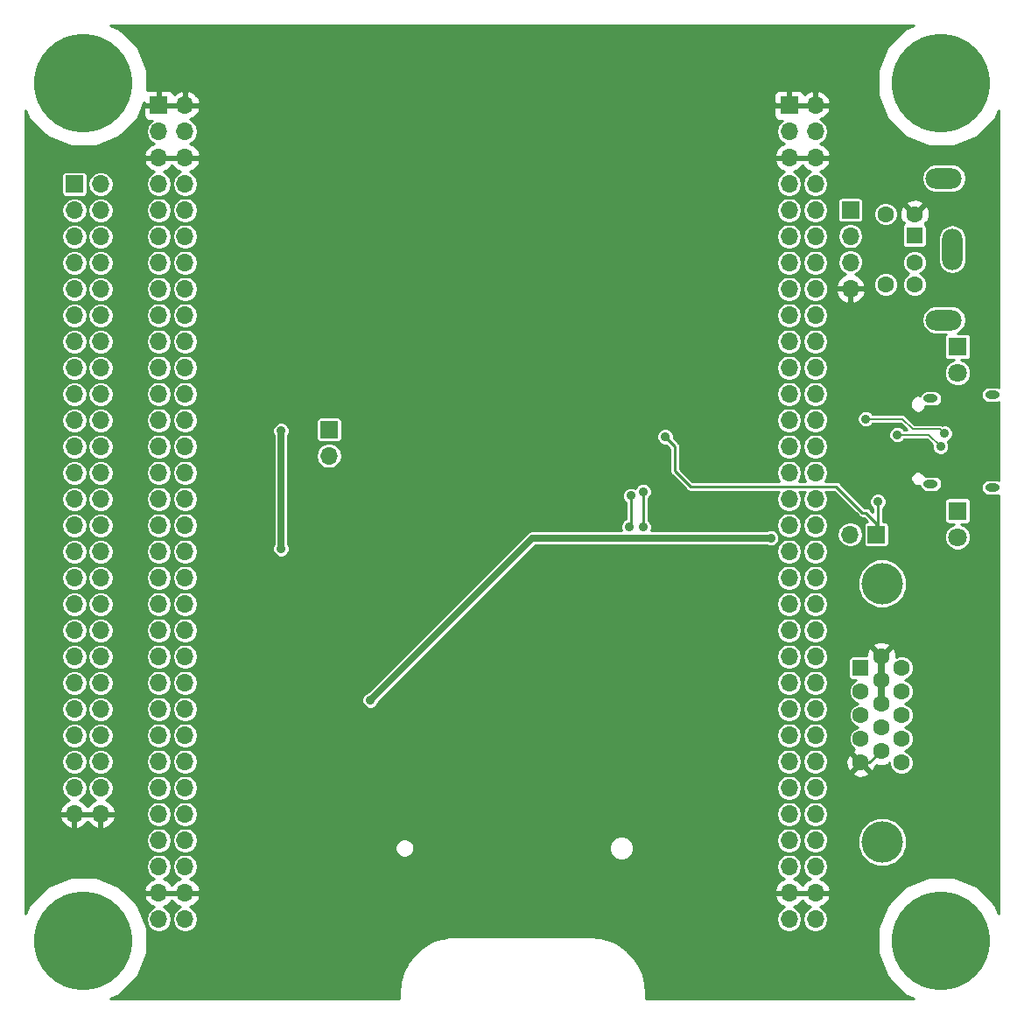
<source format=gbr>
G04 #@! TF.GenerationSoftware,KiCad,Pcbnew,(5.0.2)-1*
G04 #@! TF.CreationDate,2019-11-17T18:02:03-05:00*
G04 #@! TF.ProjectId,RETRO-EP4CE15,52455452-4f2d-4455-9034-434531352e6b,X2*
G04 #@! TF.SameCoordinates,Original*
G04 #@! TF.FileFunction,Copper,L2,Bot*
G04 #@! TF.FilePolarity,Positive*
%FSLAX46Y46*%
G04 Gerber Fmt 4.6, Leading zero omitted, Abs format (unit mm)*
G04 Created by KiCad (PCBNEW (5.0.2)-1) date 11/17/2019 6:02:03 PM*
%MOMM*%
%LPD*%
G01*
G04 APERTURE LIST*
G04 #@! TA.AperFunction,ComponentPad*
%ADD10C,1.800000*%
G04 #@! TD*
G04 #@! TA.AperFunction,ComponentPad*
%ADD11R,1.800000X1.800000*%
G04 #@! TD*
G04 #@! TA.AperFunction,ComponentPad*
%ADD12O,1.700000X1.700000*%
G04 #@! TD*
G04 #@! TA.AperFunction,ComponentPad*
%ADD13R,1.700000X1.700000*%
G04 #@! TD*
G04 #@! TA.AperFunction,ComponentPad*
%ADD14O,3.500000X2.000000*%
G04 #@! TD*
G04 #@! TA.AperFunction,ComponentPad*
%ADD15R,1.600000X1.600000*%
G04 #@! TD*
G04 #@! TA.AperFunction,ComponentPad*
%ADD16C,1.600000*%
G04 #@! TD*
G04 #@! TA.AperFunction,ComponentPad*
%ADD17O,2.000000X4.000000*%
G04 #@! TD*
G04 #@! TA.AperFunction,ComponentPad*
%ADD18C,9.525000*%
G04 #@! TD*
G04 #@! TA.AperFunction,ComponentPad*
%ADD19C,4.000000*%
G04 #@! TD*
G04 #@! TA.AperFunction,ComponentPad*
%ADD20O,1.400000X0.800000*%
G04 #@! TD*
G04 #@! TA.AperFunction,ViaPad*
%ADD21C,0.889000*%
G04 #@! TD*
G04 #@! TA.AperFunction,Conductor*
%ADD22C,0.635000*%
G04 #@! TD*
G04 #@! TA.AperFunction,Conductor*
%ADD23C,0.254000*%
G04 #@! TD*
G04 #@! TA.AperFunction,Conductor*
%ADD24C,0.152400*%
G04 #@! TD*
G04 APERTURE END LIST*
D10*
G04 #@! TO.P,D2,2*
G04 #@! TO.N,N/C*
X100584000Y-44069000D03*
D11*
G04 #@! TO.P,D2,1*
G04 #@! TO.N,/RX*
X100584000Y-41529000D03*
G04 #@! TD*
D12*
G04 #@! TO.P,J7,64*
G04 #@! TO.N,+5V*
X86820000Y-96906000D03*
G04 #@! TO.P,J7,63*
X84280000Y-96906000D03*
G04 #@! TO.P,J7,62*
G04 #@! TO.N,GND*
X86820000Y-94366000D03*
G04 #@! TO.P,J7,61*
X84280000Y-94366000D03*
G04 #@! TO.P,J7,60*
G04 #@! TO.N,N/C*
X86820000Y-91826000D03*
G04 #@! TO.P,J7,59*
G04 #@! TO.N,/MISO*
X84280000Y-91826000D03*
G04 #@! TO.P,J7,58*
G04 #@! TO.N,N/C*
X86820000Y-89286000D03*
G04 #@! TO.P,J7,57*
G04 #@! TO.N,/SCLK*
X84280000Y-89286000D03*
G04 #@! TO.P,J7,56*
G04 #@! TO.N,N/C*
X86820000Y-86746000D03*
G04 #@! TO.P,J7,55*
G04 #@! TO.N,/MOSI*
X84280000Y-86746000D03*
G04 #@! TO.P,J7,54*
G04 #@! TO.N,N/C*
X86820000Y-84206000D03*
G04 #@! TO.P,J7,53*
G04 #@! TO.N,/SDCS*
X84280000Y-84206000D03*
G04 #@! TO.P,J7,52*
G04 #@! TO.N,N/C*
X86820000Y-81666000D03*
G04 #@! TO.P,J7,51*
G04 #@! TO.N,/BLUHI*
X84280000Y-81666000D03*
G04 #@! TO.P,J7,50*
G04 #@! TO.N,N/C*
X86820000Y-79126000D03*
G04 #@! TO.P,J7,49*
G04 #@! TO.N,/BLULO*
X84280000Y-79126000D03*
G04 #@! TO.P,J7,48*
G04 #@! TO.N,N/C*
X86820000Y-76586000D03*
G04 #@! TO.P,J7,47*
G04 #@! TO.N,/GRNHI*
X84280000Y-76586000D03*
G04 #@! TO.P,J7,46*
G04 #@! TO.N,N/C*
X86820000Y-74046000D03*
G04 #@! TO.P,J7,45*
G04 #@! TO.N,/GRNLO*
X84280000Y-74046000D03*
G04 #@! TO.P,J7,44*
G04 #@! TO.N,N/C*
X86820000Y-71506000D03*
G04 #@! TO.P,J7,43*
G04 #@! TO.N,/REDHI*
X84280000Y-71506000D03*
G04 #@! TO.P,J7,42*
G04 #@! TO.N,N/C*
X86820000Y-68966000D03*
G04 #@! TO.P,J7,41*
G04 #@! TO.N,/REDLO*
X84280000Y-68966000D03*
G04 #@! TO.P,J7,40*
G04 #@! TO.N,N/C*
X86820000Y-66426000D03*
G04 #@! TO.P,J7,39*
G04 #@! TO.N,/UTX*
X84280000Y-66426000D03*
G04 #@! TO.P,J7,38*
G04 #@! TO.N,N/C*
X86820000Y-63886000D03*
G04 #@! TO.P,J7,37*
G04 #@! TO.N,/URTS*
X84280000Y-63886000D03*
G04 #@! TO.P,J7,36*
G04 #@! TO.N,N/C*
X86820000Y-61346000D03*
G04 #@! TO.P,J7,35*
G04 #@! TO.N,/URX*
X84280000Y-61346000D03*
G04 #@! TO.P,J7,34*
G04 #@! TO.N,N/C*
X86820000Y-58806000D03*
G04 #@! TO.P,J7,33*
G04 #@! TO.N,/UCTS*
X84280000Y-58806000D03*
G04 #@! TO.P,J7,32*
G04 #@! TO.N,N/C*
X86820000Y-56266000D03*
G04 #@! TO.P,J7,31*
X84280000Y-56266000D03*
G04 #@! TO.P,J7,30*
X86820000Y-53726000D03*
G04 #@! TO.P,J7,29*
X84280000Y-53726000D03*
G04 #@! TO.P,J7,28*
X86820000Y-51186000D03*
G04 #@! TO.P,J7,27*
X84280000Y-51186000D03*
G04 #@! TO.P,J7,26*
X86820000Y-48646000D03*
G04 #@! TO.P,J7,25*
X84280000Y-48646000D03*
G04 #@! TO.P,J7,24*
X86820000Y-46106000D03*
G04 #@! TO.P,J7,23*
X84280000Y-46106000D03*
G04 #@! TO.P,J7,22*
X86820000Y-43566000D03*
G04 #@! TO.P,J7,21*
X84280000Y-43566000D03*
G04 #@! TO.P,J7,20*
X86820000Y-41026000D03*
G04 #@! TO.P,J7,19*
X84280000Y-41026000D03*
G04 #@! TO.P,J7,18*
X86820000Y-38486000D03*
G04 #@! TO.P,J7,17*
X84280000Y-38486000D03*
G04 #@! TO.P,J7,16*
X86820000Y-35946000D03*
G04 #@! TO.P,J7,15*
X84280000Y-35946000D03*
G04 #@! TO.P,J7,14*
X86820000Y-33406000D03*
G04 #@! TO.P,J7,13*
X84280000Y-33406000D03*
G04 #@! TO.P,J7,12*
G04 #@! TO.N,/PS2DAT*
X86820000Y-30866000D03*
G04 #@! TO.P,J7,11*
G04 #@! TO.N,N/C*
X84280000Y-30866000D03*
G04 #@! TO.P,J7,10*
G04 #@! TO.N,/PS2CLK*
X86820000Y-28326000D03*
G04 #@! TO.P,J7,9*
G04 #@! TO.N,N/C*
X84280000Y-28326000D03*
G04 #@! TO.P,J7,8*
X86820000Y-25786000D03*
G04 #@! TO.P,J7,7*
X84280000Y-25786000D03*
G04 #@! TO.P,J7,6*
G04 #@! TO.N,GND*
X86820000Y-23246000D03*
G04 #@! TO.P,J7,5*
X84280000Y-23246000D03*
G04 #@! TO.P,J7,4*
G04 #@! TO.N,+3V3*
X86820000Y-20706000D03*
G04 #@! TO.P,J7,3*
X84280000Y-20706000D03*
G04 #@! TO.P,J7,2*
G04 #@! TO.N,GND*
X86820000Y-18166000D03*
D13*
G04 #@! TO.P,J7,1*
X84280000Y-18166000D03*
G04 #@! TD*
D12*
G04 #@! TO.P,J8,64*
G04 #@! TO.N,+5V*
X25850000Y-96906000D03*
G04 #@! TO.P,J8,63*
X23310000Y-96906000D03*
G04 #@! TO.P,J8,62*
G04 #@! TO.N,GND*
X25850000Y-94366000D03*
G04 #@! TO.P,J8,61*
X23310000Y-94366000D03*
G04 #@! TO.P,J8,60*
G04 #@! TO.N,N/C*
X25850000Y-91826000D03*
G04 #@! TO.P,J8,59*
X23310000Y-91826000D03*
G04 #@! TO.P,J8,58*
X25850000Y-89286000D03*
G04 #@! TO.P,J8,57*
X23310000Y-89286000D03*
G04 #@! TO.P,J8,56*
X25850000Y-86746000D03*
G04 #@! TO.P,J8,55*
X23310000Y-86746000D03*
G04 #@! TO.P,J8,54*
G04 #@! TO.N,/J8P54*
X25850000Y-84206000D03*
G04 #@! TO.P,J8,53*
G04 #@! TO.N,/J8P53*
X23310000Y-84206000D03*
G04 #@! TO.P,J8,52*
G04 #@! TO.N,/J8P52*
X25850000Y-81666000D03*
G04 #@! TO.P,J8,51*
G04 #@! TO.N,/J8P51*
X23310000Y-81666000D03*
G04 #@! TO.P,J8,50*
G04 #@! TO.N,/J8P50*
X25850000Y-79126000D03*
G04 #@! TO.P,J8,49*
G04 #@! TO.N,/J8P49*
X23310000Y-79126000D03*
G04 #@! TO.P,J8,48*
G04 #@! TO.N,/J8P48*
X25850000Y-76586000D03*
G04 #@! TO.P,J8,47*
G04 #@! TO.N,/J8P47*
X23310000Y-76586000D03*
G04 #@! TO.P,J8,46*
G04 #@! TO.N,/J8P46*
X25850000Y-74046000D03*
G04 #@! TO.P,J8,45*
G04 #@! TO.N,/J8P45*
X23310000Y-74046000D03*
G04 #@! TO.P,J8,44*
G04 #@! TO.N,/J8P44*
X25850000Y-71506000D03*
G04 #@! TO.P,J8,43*
G04 #@! TO.N,/J8P43*
X23310000Y-71506000D03*
G04 #@! TO.P,J8,42*
G04 #@! TO.N,/J8P42*
X25850000Y-68966000D03*
G04 #@! TO.P,J8,41*
G04 #@! TO.N,/J8P41*
X23310000Y-68966000D03*
G04 #@! TO.P,J8,40*
G04 #@! TO.N,/J8P40*
X25850000Y-66426000D03*
G04 #@! TO.P,J8,39*
G04 #@! TO.N,/J8P39*
X23310000Y-66426000D03*
G04 #@! TO.P,J8,38*
G04 #@! TO.N,/J8P38*
X25850000Y-63886000D03*
G04 #@! TO.P,J8,37*
G04 #@! TO.N,/J8P37*
X23310000Y-63886000D03*
G04 #@! TO.P,J8,36*
G04 #@! TO.N,/J8P36*
X25850000Y-61346000D03*
G04 #@! TO.P,J8,35*
G04 #@! TO.N,/J8P35*
X23310000Y-61346000D03*
G04 #@! TO.P,J8,34*
G04 #@! TO.N,/J8P34*
X25850000Y-58806000D03*
G04 #@! TO.P,J8,33*
G04 #@! TO.N,/J8P33*
X23310000Y-58806000D03*
G04 #@! TO.P,J8,32*
G04 #@! TO.N,/J8P32*
X25850000Y-56266000D03*
G04 #@! TO.P,J8,31*
G04 #@! TO.N,/J8P31*
X23310000Y-56266000D03*
G04 #@! TO.P,J8,30*
G04 #@! TO.N,/J8P30*
X25850000Y-53726000D03*
G04 #@! TO.P,J8,29*
G04 #@! TO.N,/J8P29*
X23310000Y-53726000D03*
G04 #@! TO.P,J8,28*
G04 #@! TO.N,/J8P28*
X25850000Y-51186000D03*
G04 #@! TO.P,J8,27*
G04 #@! TO.N,/J8P27*
X23310000Y-51186000D03*
G04 #@! TO.P,J8,26*
G04 #@! TO.N,/J8P26*
X25850000Y-48646000D03*
G04 #@! TO.P,J8,25*
G04 #@! TO.N,/J8P25*
X23310000Y-48646000D03*
G04 #@! TO.P,J8,24*
G04 #@! TO.N,/J8P24*
X25850000Y-46106000D03*
G04 #@! TO.P,J8,23*
G04 #@! TO.N,/J8P23*
X23310000Y-46106000D03*
G04 #@! TO.P,J8,22*
G04 #@! TO.N,/J8P22*
X25850000Y-43566000D03*
G04 #@! TO.P,J8,21*
G04 #@! TO.N,/J8P21*
X23310000Y-43566000D03*
G04 #@! TO.P,J8,20*
G04 #@! TO.N,/J8P20*
X25850000Y-41026000D03*
G04 #@! TO.P,J8,19*
G04 #@! TO.N,/J8P19*
X23310000Y-41026000D03*
G04 #@! TO.P,J8,18*
G04 #@! TO.N,/J8P18*
X25850000Y-38486000D03*
G04 #@! TO.P,J8,17*
G04 #@! TO.N,/J8P17*
X23310000Y-38486000D03*
G04 #@! TO.P,J8,16*
G04 #@! TO.N,/J8P16*
X25850000Y-35946000D03*
G04 #@! TO.P,J8,15*
G04 #@! TO.N,/J8P15*
X23310000Y-35946000D03*
G04 #@! TO.P,J8,14*
G04 #@! TO.N,/J8P14*
X25850000Y-33406000D03*
G04 #@! TO.P,J8,13*
G04 #@! TO.N,/J8P13*
X23310000Y-33406000D03*
G04 #@! TO.P,J8,12*
G04 #@! TO.N,/J8P12*
X25850000Y-30866000D03*
G04 #@! TO.P,J8,11*
G04 #@! TO.N,/J8P11*
X23310000Y-30866000D03*
G04 #@! TO.P,J8,10*
G04 #@! TO.N,/J8P10*
X25850000Y-28326000D03*
G04 #@! TO.P,J8,9*
G04 #@! TO.N,/J8P09*
X23310000Y-28326000D03*
G04 #@! TO.P,J8,8*
G04 #@! TO.N,N/C*
X25850000Y-25786000D03*
G04 #@! TO.P,J8,7*
X23310000Y-25786000D03*
G04 #@! TO.P,J8,6*
G04 #@! TO.N,GND*
X25850000Y-23246000D03*
G04 #@! TO.P,J8,5*
X23310000Y-23246000D03*
G04 #@! TO.P,J8,4*
G04 #@! TO.N,+3V3*
X25850000Y-20706000D03*
G04 #@! TO.P,J8,3*
X23310000Y-20706000D03*
G04 #@! TO.P,J8,2*
G04 #@! TO.N,GND*
X25850000Y-18166000D03*
D13*
G04 #@! TO.P,J8,1*
X23310000Y-18166000D03*
G04 #@! TD*
D14*
G04 #@! TO.P,P10,7*
G04 #@! TO.N,N/C*
X99250000Y-38950000D03*
X99250000Y-25250000D03*
D15*
G04 #@! TO.P,P10,1*
G04 #@! TO.N,/PS2DAT*
X96400000Y-30800000D03*
D16*
G04 #@! TO.P,P10,2*
G04 #@! TO.N,N/C*
X96400000Y-33400000D03*
G04 #@! TO.P,P10,3*
G04 #@! TO.N,GND*
X96400000Y-28700000D03*
G04 #@! TO.P,P10,4*
G04 #@! TO.N,+3V3*
X96400000Y-35500000D03*
G04 #@! TO.P,P10,5*
G04 #@! TO.N,/PS2CLK*
X93600000Y-28700000D03*
G04 #@! TO.P,P10,6*
G04 #@! TO.N,N/C*
X93600000Y-35500000D03*
D17*
G04 #@! TO.P,P10,7*
X100050000Y-32100000D03*
G04 #@! TD*
D18*
G04 #@! TO.P,MTG1,1*
G04 #@! TO.N,N/C*
X16000000Y-16000000D03*
G04 #@! TD*
G04 #@! TO.P,MTG2,1*
G04 #@! TO.N,N/C*
X99000000Y-16000000D03*
G04 #@! TD*
G04 #@! TO.P,MTG3,1*
G04 #@! TO.N,N/C*
X16000000Y-99000000D03*
G04 #@! TD*
G04 #@! TO.P,MTG?1,1*
G04 #@! TO.N,N/C*
X99000000Y-99000000D03*
G04 #@! TD*
D12*
G04 #@! TO.P,H1,2*
G04 #@! TO.N,+5V*
X90170000Y-59690000D03*
D13*
G04 #@! TO.P,H1,1*
G04 #@! TO.N,/VBUS*
X92710000Y-59690000D03*
G04 #@! TD*
D12*
G04 #@! TO.P,J2,4*
G04 #@! TO.N,GND*
X90200000Y-35920000D03*
G04 #@! TO.P,J2,3*
G04 #@! TO.N,+3V3*
X90200000Y-33380000D03*
G04 #@! TO.P,J2,2*
G04 #@! TO.N,/PS2DAT*
X90200000Y-30840000D03*
D13*
G04 #@! TO.P,J2,1*
G04 #@! TO.N,/PS2CLK*
X90200000Y-28300000D03*
G04 #@! TD*
D11*
G04 #@! TO.P,D1,1*
G04 #@! TO.N,/TX*
X100584000Y-57404000D03*
D10*
G04 #@! TO.P,D1,2*
G04 #@! TO.N,N/C*
X100584000Y-59944000D03*
G04 #@! TD*
D15*
G04 #@! TO.P,P1,1*
G04 #@! TO.N,Net-(P1-Pad1)*
X91211400Y-72618600D03*
D16*
G04 #@! TO.P,P1,2*
G04 #@! TO.N,Net-(P1-Pad2)*
X91211400Y-74908600D03*
G04 #@! TO.P,P1,3*
G04 #@! TO.N,Net-(P1-Pad3)*
X91211400Y-77198600D03*
G04 #@! TO.P,P1,4*
G04 #@! TO.N,N/C*
X91211400Y-79488600D03*
G04 #@! TO.P,P1,5*
G04 #@! TO.N,GND*
X91211400Y-81778600D03*
G04 #@! TO.P,P1,6*
X93191400Y-71473600D03*
G04 #@! TO.P,P1,7*
X93191400Y-73763600D03*
G04 #@! TO.P,P1,8*
X93191400Y-76053600D03*
G04 #@! TO.P,P1,9*
G04 #@! TO.N,N/C*
X93191400Y-78343600D03*
G04 #@! TO.P,P1,10*
G04 #@! TO.N,GND*
X93191400Y-80633600D03*
G04 #@! TO.P,P1,11*
G04 #@! TO.N,N/C*
X95171400Y-72618600D03*
G04 #@! TO.P,P1,12*
X95171400Y-74908600D03*
G04 #@! TO.P,P1,13*
X95171400Y-77198600D03*
G04 #@! TO.P,P1,14*
X95171400Y-79488600D03*
G04 #@! TO.P,P1,15*
X95171400Y-81778600D03*
D19*
G04 #@! TO.P,P1,0*
X93261400Y-89433600D03*
X93261400Y-64433600D03*
G04 #@! TD*
D13*
G04 #@! TO.P,J1,1*
G04 #@! TO.N,VDD*
X15140000Y-25800000D03*
D12*
G04 #@! TO.P,J1,2*
X17680000Y-25800000D03*
G04 #@! TO.P,J1,3*
G04 #@! TO.N,/J8P10*
X15140000Y-28340000D03*
G04 #@! TO.P,J1,4*
G04 #@! TO.N,/J8P09*
X17680000Y-28340000D03*
G04 #@! TO.P,J1,5*
G04 #@! TO.N,/J8P12*
X15140000Y-30880000D03*
G04 #@! TO.P,J1,6*
G04 #@! TO.N,/J8P11*
X17680000Y-30880000D03*
G04 #@! TO.P,J1,7*
G04 #@! TO.N,/J8P14*
X15140000Y-33420000D03*
G04 #@! TO.P,J1,8*
G04 #@! TO.N,/J8P13*
X17680000Y-33420000D03*
G04 #@! TO.P,J1,9*
G04 #@! TO.N,/J8P16*
X15140000Y-35960000D03*
G04 #@! TO.P,J1,10*
G04 #@! TO.N,/J8P15*
X17680000Y-35960000D03*
G04 #@! TO.P,J1,11*
G04 #@! TO.N,/J8P18*
X15140000Y-38500000D03*
G04 #@! TO.P,J1,12*
G04 #@! TO.N,/J8P17*
X17680000Y-38500000D03*
G04 #@! TO.P,J1,13*
G04 #@! TO.N,/J8P20*
X15140000Y-41040000D03*
G04 #@! TO.P,J1,14*
G04 #@! TO.N,/J8P19*
X17680000Y-41040000D03*
G04 #@! TO.P,J1,15*
G04 #@! TO.N,/J8P22*
X15140000Y-43580000D03*
G04 #@! TO.P,J1,16*
G04 #@! TO.N,/J8P21*
X17680000Y-43580000D03*
G04 #@! TO.P,J1,17*
G04 #@! TO.N,/J8P24*
X15140000Y-46120000D03*
G04 #@! TO.P,J1,18*
G04 #@! TO.N,/J8P23*
X17680000Y-46120000D03*
G04 #@! TO.P,J1,19*
G04 #@! TO.N,/J8P26*
X15140000Y-48660000D03*
G04 #@! TO.P,J1,20*
G04 #@! TO.N,/J8P25*
X17680000Y-48660000D03*
G04 #@! TO.P,J1,21*
G04 #@! TO.N,/J8P28*
X15140000Y-51200000D03*
G04 #@! TO.P,J1,22*
G04 #@! TO.N,/J8P27*
X17680000Y-51200000D03*
G04 #@! TO.P,J1,23*
G04 #@! TO.N,/J8P30*
X15140000Y-53740000D03*
G04 #@! TO.P,J1,24*
G04 #@! TO.N,/J8P29*
X17680000Y-53740000D03*
G04 #@! TO.P,J1,25*
G04 #@! TO.N,/J8P32*
X15140000Y-56280000D03*
G04 #@! TO.P,J1,26*
G04 #@! TO.N,/J8P31*
X17680000Y-56280000D03*
G04 #@! TO.P,J1,27*
G04 #@! TO.N,/J8P34*
X15140000Y-58820000D03*
G04 #@! TO.P,J1,28*
G04 #@! TO.N,/J8P33*
X17680000Y-58820000D03*
G04 #@! TO.P,J1,29*
G04 #@! TO.N,/J8P36*
X15140000Y-61360000D03*
G04 #@! TO.P,J1,30*
G04 #@! TO.N,/J8P35*
X17680000Y-61360000D03*
G04 #@! TO.P,J1,31*
G04 #@! TO.N,/J8P38*
X15140000Y-63900000D03*
G04 #@! TO.P,J1,32*
G04 #@! TO.N,/J8P37*
X17680000Y-63900000D03*
G04 #@! TO.P,J1,33*
G04 #@! TO.N,/J8P40*
X15140000Y-66440000D03*
G04 #@! TO.P,J1,34*
G04 #@! TO.N,/J8P39*
X17680000Y-66440000D03*
G04 #@! TO.P,J1,35*
G04 #@! TO.N,/J8P42*
X15140000Y-68980000D03*
G04 #@! TO.P,J1,36*
G04 #@! TO.N,/J8P41*
X17680000Y-68980000D03*
G04 #@! TO.P,J1,37*
G04 #@! TO.N,/J8P44*
X15140000Y-71520000D03*
G04 #@! TO.P,J1,38*
G04 #@! TO.N,/J8P43*
X17680000Y-71520000D03*
G04 #@! TO.P,J1,39*
G04 #@! TO.N,/J8P46*
X15140000Y-74060000D03*
G04 #@! TO.P,J1,40*
G04 #@! TO.N,/J8P45*
X17680000Y-74060000D03*
G04 #@! TO.P,J1,41*
G04 #@! TO.N,/J8P48*
X15140000Y-76600000D03*
G04 #@! TO.P,J1,42*
G04 #@! TO.N,/J8P47*
X17680000Y-76600000D03*
G04 #@! TO.P,J1,43*
G04 #@! TO.N,/J8P50*
X15140000Y-79140000D03*
G04 #@! TO.P,J1,44*
G04 #@! TO.N,/J8P49*
X17680000Y-79140000D03*
G04 #@! TO.P,J1,45*
G04 #@! TO.N,/J8P52*
X15140000Y-81680000D03*
G04 #@! TO.P,J1,46*
G04 #@! TO.N,/J8P51*
X17680000Y-81680000D03*
G04 #@! TO.P,J1,47*
G04 #@! TO.N,/J8P54*
X15140000Y-84220000D03*
G04 #@! TO.P,J1,48*
G04 #@! TO.N,/J8P53*
X17680000Y-84220000D03*
G04 #@! TO.P,J1,49*
G04 #@! TO.N,GND*
X15140000Y-86760000D03*
G04 #@! TO.P,J1,50*
X17680000Y-86760000D03*
G04 #@! TD*
D13*
G04 #@! TO.P,H2,1*
G04 #@! TO.N,VDD*
X39776400Y-49555400D03*
D12*
G04 #@! TO.P,H2,2*
G04 #@! TO.N,+3V3*
X39776400Y-52095400D03*
G04 #@! TD*
D20*
G04 #@! TO.P,J3,S1*
G04 #@! TO.N,Net-(J3-PadS1)*
X97982000Y-54803000D03*
X97982000Y-46543000D03*
X103932000Y-46183000D03*
X103932000Y-55163000D03*
G04 #@! TD*
D21*
G04 #@! TO.N,+5V*
X43766600Y-75717400D03*
X82499200Y-60037001D03*
G04 #@! TO.N,GND*
X60325000Y-85090000D03*
X32410400Y-82118200D03*
X53009800Y-85420200D03*
X13766800Y-29667200D03*
X40843200Y-67259200D03*
X71755000Y-46964600D03*
X72034400Y-52324000D03*
X90043000Y-44958000D03*
X88519000Y-50546000D03*
X98933000Y-53721000D03*
X98933000Y-48133000D03*
G04 #@! TO.N,/DM*
X94742000Y-50046347D03*
X98933000Y-51181000D03*
G04 #@! TO.N,VDD*
X35128200Y-49657000D03*
X35128200Y-61061600D03*
G04 #@! TO.N,/VBUS*
X72288400Y-50228500D03*
X92862400Y-56515000D03*
G04 #@! TO.N,/URTS*
X70167500Y-55549800D03*
X70167500Y-58978800D03*
G04 #@! TO.N,/UTX*
X68961000Y-55956200D03*
X68808600Y-58928000D03*
G04 #@! TO.N,Net-(J3-PadB5)*
X99314000Y-49923700D03*
X91694000Y-48514000D03*
G04 #@! TD*
D22*
G04 #@! TO.N,+5V*
X59446999Y-60037001D02*
X43766600Y-75717400D01*
X65379600Y-60037001D02*
X59446999Y-60037001D01*
X82499200Y-60037001D02*
X65379600Y-60037001D01*
D23*
G04 #@! TO.N,GND*
X92046400Y-81778600D02*
X93191400Y-80633600D01*
X91211400Y-81778600D02*
X92046400Y-81778600D01*
D22*
X93191400Y-76053600D02*
X93191400Y-73763600D01*
X93191400Y-73763600D02*
X93191400Y-71473600D01*
D24*
G04 #@! TO.N,/DM*
X97798347Y-50046347D02*
X94742000Y-50046347D01*
X98933000Y-51181000D02*
X97798347Y-50046347D01*
D22*
G04 #@! TO.N,VDD*
X35128200Y-49657000D02*
X35128200Y-61061600D01*
D23*
G04 #@! TO.N,/VBUS*
X92862400Y-59537600D02*
X92710000Y-59690000D01*
X92862400Y-56515000D02*
X92862400Y-59537600D01*
X92710000Y-58586000D02*
X92710000Y-59690000D01*
X91698999Y-57574999D02*
X92710000Y-58586000D01*
X72288400Y-50228500D02*
X73253600Y-51193700D01*
X73253600Y-51193700D02*
X73253600Y-53568600D01*
X73253600Y-53568600D02*
X74719999Y-55034999D01*
X74719999Y-55034999D02*
X88842399Y-55034999D01*
X88842399Y-55034999D02*
X91382399Y-57574999D01*
X91382399Y-57574999D02*
X91698999Y-57574999D01*
G04 #@! TO.N,/URTS*
X70167500Y-56178417D02*
X70167500Y-58978800D01*
X70167500Y-55549800D02*
X70167500Y-56178417D01*
G04 #@! TO.N,/UTX*
X68961000Y-55956200D02*
X68961000Y-58775600D01*
X68961000Y-58775600D02*
X68808600Y-58928000D01*
D24*
G04 #@! TO.N,Net-(J3-PadB5)*
X98869501Y-49479201D02*
X96215201Y-49479201D01*
X99314000Y-49923700D02*
X98869501Y-49479201D01*
X96215201Y-49479201D02*
X95250000Y-48514000D01*
X95250000Y-48514000D02*
X91694000Y-48514000D01*
G04 #@! TD*
D23*
G04 #@! TO.N,GND*
G36*
X95510923Y-10778228D02*
X93778228Y-12510923D01*
X92840500Y-14774799D01*
X92840500Y-17225201D01*
X93778228Y-19489077D01*
X95510923Y-21221772D01*
X97774799Y-22159500D01*
X100225201Y-22159500D01*
X102489077Y-21221772D01*
X104221772Y-19489077D01*
X104569000Y-18650794D01*
X104569000Y-45468877D01*
X104536731Y-45447315D01*
X104308918Y-45402000D01*
X103555082Y-45402000D01*
X103327269Y-45447315D01*
X103068931Y-45619931D01*
X102896315Y-45878269D01*
X102835700Y-46183000D01*
X102896315Y-46487731D01*
X103068931Y-46746069D01*
X103327269Y-46918685D01*
X103555082Y-46964000D01*
X104308918Y-46964000D01*
X104536731Y-46918685D01*
X104569000Y-46897123D01*
X104569000Y-54448877D01*
X104536731Y-54427315D01*
X104308918Y-54382000D01*
X103555082Y-54382000D01*
X103327269Y-54427315D01*
X103068931Y-54599931D01*
X102896315Y-54858269D01*
X102835700Y-55163000D01*
X102896315Y-55467731D01*
X103068931Y-55726069D01*
X103327269Y-55898685D01*
X103555082Y-55944000D01*
X104308918Y-55944000D01*
X104536731Y-55898685D01*
X104569000Y-55877123D01*
X104569001Y-96349208D01*
X104221772Y-95510923D01*
X102489077Y-93778228D01*
X100225201Y-92840500D01*
X97774799Y-92840500D01*
X95510923Y-93778228D01*
X93778228Y-95510923D01*
X92840500Y-97774799D01*
X92840500Y-100225201D01*
X93778228Y-102489077D01*
X95510923Y-104221772D01*
X96349206Y-104569000D01*
X70431000Y-104569000D01*
X70431000Y-103957555D01*
X70427899Y-103941967D01*
X70376205Y-103238020D01*
X70374561Y-103227979D01*
X70374241Y-103217806D01*
X70365453Y-103168970D01*
X70157933Y-102304588D01*
X70153610Y-102291742D01*
X70150789Y-102278471D01*
X70133492Y-102231963D01*
X69776183Y-101417992D01*
X69769655Y-101406117D01*
X69764528Y-101393554D01*
X69739269Y-101350844D01*
X69243465Y-100613010D01*
X69234935Y-100602477D01*
X69227666Y-100591022D01*
X69195242Y-100553460D01*
X68576615Y-99915086D01*
X68566352Y-99906228D01*
X68557172Y-99896244D01*
X68518609Y-99865017D01*
X67796713Y-99346282D01*
X67785046Y-99339382D01*
X67774240Y-99331180D01*
X67730757Y-99307276D01*
X66928410Y-98924576D01*
X66915708Y-98919852D01*
X66903618Y-98913692D01*
X66856589Y-98897866D01*
X65999153Y-98663298D01*
X65985809Y-98660897D01*
X65972825Y-98656977D01*
X65923737Y-98649728D01*
X65061364Y-98572763D01*
X65042445Y-98569000D01*
X51957555Y-98569000D01*
X51941967Y-98572101D01*
X51238020Y-98623795D01*
X51227979Y-98625439D01*
X51217806Y-98625759D01*
X51168970Y-98634547D01*
X50304588Y-98842067D01*
X50291742Y-98846390D01*
X50278471Y-98849211D01*
X50231963Y-98866508D01*
X49417992Y-99223817D01*
X49406117Y-99230345D01*
X49393554Y-99235472D01*
X49350844Y-99260731D01*
X48613010Y-99756535D01*
X48602477Y-99765065D01*
X48591022Y-99772334D01*
X48553460Y-99804758D01*
X47915086Y-100423385D01*
X47906228Y-100433648D01*
X47896244Y-100442828D01*
X47865017Y-100481391D01*
X47346282Y-101203287D01*
X47339382Y-101214954D01*
X47331180Y-101225760D01*
X47307276Y-101269243D01*
X46924576Y-102071590D01*
X46919852Y-102084292D01*
X46913692Y-102096382D01*
X46897866Y-102143411D01*
X46663298Y-103000847D01*
X46660897Y-103014191D01*
X46656977Y-103027175D01*
X46649728Y-103076263D01*
X46572763Y-103938638D01*
X46569000Y-103957556D01*
X46569001Y-104569000D01*
X18650794Y-104569000D01*
X19489077Y-104221772D01*
X21221772Y-102489077D01*
X22159500Y-100225201D01*
X22159500Y-97774799D01*
X21221772Y-95510923D01*
X20433739Y-94722890D01*
X21868524Y-94722890D01*
X22038355Y-95132924D01*
X22428642Y-95561183D01*
X22826963Y-95748245D01*
X22422499Y-96018499D01*
X22150424Y-96425688D01*
X22054884Y-96906000D01*
X22150424Y-97386312D01*
X22422499Y-97793501D01*
X22829688Y-98065576D01*
X23188761Y-98137000D01*
X23431239Y-98137000D01*
X23790312Y-98065576D01*
X24197501Y-97793501D01*
X24469576Y-97386312D01*
X24565116Y-96906000D01*
X24469576Y-96425688D01*
X24197501Y-96018499D01*
X23793037Y-95748245D01*
X24191358Y-95561183D01*
X24580000Y-95134729D01*
X24968642Y-95561183D01*
X25366963Y-95748245D01*
X24962499Y-96018499D01*
X24690424Y-96425688D01*
X24594884Y-96906000D01*
X24690424Y-97386312D01*
X24962499Y-97793501D01*
X25369688Y-98065576D01*
X25728761Y-98137000D01*
X25971239Y-98137000D01*
X26330312Y-98065576D01*
X26737501Y-97793501D01*
X27009576Y-97386312D01*
X27105116Y-96906000D01*
X27009576Y-96425688D01*
X26737501Y-96018499D01*
X26333037Y-95748245D01*
X26731358Y-95561183D01*
X27121645Y-95132924D01*
X27291476Y-94722890D01*
X82838524Y-94722890D01*
X83008355Y-95132924D01*
X83398642Y-95561183D01*
X83796963Y-95748245D01*
X83392499Y-96018499D01*
X83120424Y-96425688D01*
X83024884Y-96906000D01*
X83120424Y-97386312D01*
X83392499Y-97793501D01*
X83799688Y-98065576D01*
X84158761Y-98137000D01*
X84401239Y-98137000D01*
X84760312Y-98065576D01*
X85167501Y-97793501D01*
X85439576Y-97386312D01*
X85535116Y-96906000D01*
X85439576Y-96425688D01*
X85167501Y-96018499D01*
X84763037Y-95748245D01*
X85161358Y-95561183D01*
X85550000Y-95134729D01*
X85938642Y-95561183D01*
X86336963Y-95748245D01*
X85932499Y-96018499D01*
X85660424Y-96425688D01*
X85564884Y-96906000D01*
X85660424Y-97386312D01*
X85932499Y-97793501D01*
X86339688Y-98065576D01*
X86698761Y-98137000D01*
X86941239Y-98137000D01*
X87300312Y-98065576D01*
X87707501Y-97793501D01*
X87979576Y-97386312D01*
X88075116Y-96906000D01*
X87979576Y-96425688D01*
X87707501Y-96018499D01*
X87303037Y-95748245D01*
X87701358Y-95561183D01*
X88091645Y-95132924D01*
X88261476Y-94722890D01*
X88140155Y-94493000D01*
X86947000Y-94493000D01*
X86947000Y-94513000D01*
X86693000Y-94513000D01*
X86693000Y-94493000D01*
X84407000Y-94493000D01*
X84407000Y-94513000D01*
X84153000Y-94513000D01*
X84153000Y-94493000D01*
X82959845Y-94493000D01*
X82838524Y-94722890D01*
X27291476Y-94722890D01*
X27170155Y-94493000D01*
X25977000Y-94493000D01*
X25977000Y-94513000D01*
X25723000Y-94513000D01*
X25723000Y-94493000D01*
X23437000Y-94493000D01*
X23437000Y-94513000D01*
X23183000Y-94513000D01*
X23183000Y-94493000D01*
X21989845Y-94493000D01*
X21868524Y-94722890D01*
X20433739Y-94722890D01*
X19719959Y-94009110D01*
X21868524Y-94009110D01*
X21989845Y-94239000D01*
X23183000Y-94239000D01*
X23183000Y-94219000D01*
X23437000Y-94219000D01*
X23437000Y-94239000D01*
X25723000Y-94239000D01*
X25723000Y-94219000D01*
X25977000Y-94219000D01*
X25977000Y-94239000D01*
X27170155Y-94239000D01*
X27291476Y-94009110D01*
X82838524Y-94009110D01*
X82959845Y-94239000D01*
X84153000Y-94239000D01*
X84153000Y-94219000D01*
X84407000Y-94219000D01*
X84407000Y-94239000D01*
X86693000Y-94239000D01*
X86693000Y-94219000D01*
X86947000Y-94219000D01*
X86947000Y-94239000D01*
X88140155Y-94239000D01*
X88261476Y-94009110D01*
X88091645Y-93599076D01*
X87701358Y-93170817D01*
X87303037Y-92983755D01*
X87707501Y-92713501D01*
X87979576Y-92306312D01*
X88075116Y-91826000D01*
X87979576Y-91345688D01*
X87707501Y-90938499D01*
X87300312Y-90666424D01*
X86941239Y-90595000D01*
X86698761Y-90595000D01*
X86339688Y-90666424D01*
X85932499Y-90938499D01*
X85660424Y-91345688D01*
X85564884Y-91826000D01*
X85660424Y-92306312D01*
X85932499Y-92713501D01*
X86336963Y-92983755D01*
X85938642Y-93170817D01*
X85550000Y-93597271D01*
X85161358Y-93170817D01*
X84763037Y-92983755D01*
X85167501Y-92713501D01*
X85439576Y-92306312D01*
X85535116Y-91826000D01*
X85439576Y-91345688D01*
X85167501Y-90938499D01*
X84760312Y-90666424D01*
X84401239Y-90595000D01*
X84158761Y-90595000D01*
X83799688Y-90666424D01*
X83392499Y-90938499D01*
X83120424Y-91345688D01*
X83024884Y-91826000D01*
X83120424Y-92306312D01*
X83392499Y-92713501D01*
X83796963Y-92983755D01*
X83398642Y-93170817D01*
X83008355Y-93599076D01*
X82838524Y-94009110D01*
X27291476Y-94009110D01*
X27121645Y-93599076D01*
X26731358Y-93170817D01*
X26333037Y-92983755D01*
X26737501Y-92713501D01*
X27009576Y-92306312D01*
X27105116Y-91826000D01*
X27009576Y-91345688D01*
X26737501Y-90938499D01*
X26330312Y-90666424D01*
X25971239Y-90595000D01*
X25728761Y-90595000D01*
X25369688Y-90666424D01*
X24962499Y-90938499D01*
X24690424Y-91345688D01*
X24594884Y-91826000D01*
X24690424Y-92306312D01*
X24962499Y-92713501D01*
X25366963Y-92983755D01*
X24968642Y-93170817D01*
X24580000Y-93597271D01*
X24191358Y-93170817D01*
X23793037Y-92983755D01*
X24197501Y-92713501D01*
X24469576Y-92306312D01*
X24565116Y-91826000D01*
X24469576Y-91345688D01*
X24197501Y-90938499D01*
X23790312Y-90666424D01*
X23431239Y-90595000D01*
X23188761Y-90595000D01*
X22829688Y-90666424D01*
X22422499Y-90938499D01*
X22150424Y-91345688D01*
X22054884Y-91826000D01*
X22150424Y-92306312D01*
X22422499Y-92713501D01*
X22826963Y-92983755D01*
X22428642Y-93170817D01*
X22038355Y-93599076D01*
X21868524Y-94009110D01*
X19719959Y-94009110D01*
X19489077Y-93778228D01*
X17225201Y-92840500D01*
X14774799Y-92840500D01*
X12510923Y-93778228D01*
X10778228Y-95510923D01*
X10431000Y-96349206D01*
X10431000Y-89286000D01*
X22054884Y-89286000D01*
X22150424Y-89766312D01*
X22422499Y-90173501D01*
X22829688Y-90445576D01*
X23188761Y-90517000D01*
X23431239Y-90517000D01*
X23790312Y-90445576D01*
X24197501Y-90173501D01*
X24469576Y-89766312D01*
X24565116Y-89286000D01*
X24594884Y-89286000D01*
X24690424Y-89766312D01*
X24962499Y-90173501D01*
X25369688Y-90445576D01*
X25728761Y-90517000D01*
X25971239Y-90517000D01*
X26330312Y-90445576D01*
X26737501Y-90173501D01*
X26948436Y-89857813D01*
X46148000Y-89857813D01*
X46148000Y-90228187D01*
X46289737Y-90570369D01*
X46551631Y-90832263D01*
X46893813Y-90974000D01*
X47264187Y-90974000D01*
X47606369Y-90832263D01*
X47868263Y-90570369D01*
X48010000Y-90228187D01*
X48010000Y-89857813D01*
X47989402Y-89808085D01*
X66898000Y-89808085D01*
X66898000Y-90277915D01*
X67077797Y-90711983D01*
X67410017Y-91044203D01*
X67844085Y-91224000D01*
X68313915Y-91224000D01*
X68747983Y-91044203D01*
X69080203Y-90711983D01*
X69260000Y-90277915D01*
X69260000Y-89808085D01*
X69080203Y-89374017D01*
X68992186Y-89286000D01*
X83024884Y-89286000D01*
X83120424Y-89766312D01*
X83392499Y-90173501D01*
X83799688Y-90445576D01*
X84158761Y-90517000D01*
X84401239Y-90517000D01*
X84760312Y-90445576D01*
X85167501Y-90173501D01*
X85439576Y-89766312D01*
X85535116Y-89286000D01*
X85564884Y-89286000D01*
X85660424Y-89766312D01*
X85932499Y-90173501D01*
X86339688Y-90445576D01*
X86698761Y-90517000D01*
X86941239Y-90517000D01*
X87300312Y-90445576D01*
X87707501Y-90173501D01*
X87979576Y-89766312D01*
X88075116Y-89286000D01*
X88010269Y-88959990D01*
X90880400Y-88959990D01*
X90880400Y-89907210D01*
X91242885Y-90782328D01*
X91912672Y-91452115D01*
X92787790Y-91814600D01*
X93735010Y-91814600D01*
X94610128Y-91452115D01*
X95279915Y-90782328D01*
X95642400Y-89907210D01*
X95642400Y-88959990D01*
X95279915Y-88084872D01*
X94610128Y-87415085D01*
X93735010Y-87052600D01*
X92787790Y-87052600D01*
X91912672Y-87415085D01*
X91242885Y-88084872D01*
X90880400Y-88959990D01*
X88010269Y-88959990D01*
X87979576Y-88805688D01*
X87707501Y-88398499D01*
X87300312Y-88126424D01*
X86941239Y-88055000D01*
X86698761Y-88055000D01*
X86339688Y-88126424D01*
X85932499Y-88398499D01*
X85660424Y-88805688D01*
X85564884Y-89286000D01*
X85535116Y-89286000D01*
X85439576Y-88805688D01*
X85167501Y-88398499D01*
X84760312Y-88126424D01*
X84401239Y-88055000D01*
X84158761Y-88055000D01*
X83799688Y-88126424D01*
X83392499Y-88398499D01*
X83120424Y-88805688D01*
X83024884Y-89286000D01*
X68992186Y-89286000D01*
X68747983Y-89041797D01*
X68313915Y-88862000D01*
X67844085Y-88862000D01*
X67410017Y-89041797D01*
X67077797Y-89374017D01*
X66898000Y-89808085D01*
X47989402Y-89808085D01*
X47868263Y-89515631D01*
X47606369Y-89253737D01*
X47264187Y-89112000D01*
X46893813Y-89112000D01*
X46551631Y-89253737D01*
X46289737Y-89515631D01*
X46148000Y-89857813D01*
X26948436Y-89857813D01*
X27009576Y-89766312D01*
X27105116Y-89286000D01*
X27009576Y-88805688D01*
X26737501Y-88398499D01*
X26330312Y-88126424D01*
X25971239Y-88055000D01*
X25728761Y-88055000D01*
X25369688Y-88126424D01*
X24962499Y-88398499D01*
X24690424Y-88805688D01*
X24594884Y-89286000D01*
X24565116Y-89286000D01*
X24469576Y-88805688D01*
X24197501Y-88398499D01*
X23790312Y-88126424D01*
X23431239Y-88055000D01*
X23188761Y-88055000D01*
X22829688Y-88126424D01*
X22422499Y-88398499D01*
X22150424Y-88805688D01*
X22054884Y-89286000D01*
X10431000Y-89286000D01*
X10431000Y-87116890D01*
X13698524Y-87116890D01*
X13868355Y-87526924D01*
X14258642Y-87955183D01*
X14783108Y-88201486D01*
X15013000Y-88080819D01*
X15013000Y-86887000D01*
X15267000Y-86887000D01*
X15267000Y-88080819D01*
X15496892Y-88201486D01*
X16021358Y-87955183D01*
X16410000Y-87528729D01*
X16798642Y-87955183D01*
X17323108Y-88201486D01*
X17553000Y-88080819D01*
X17553000Y-86887000D01*
X17807000Y-86887000D01*
X17807000Y-88080819D01*
X18036892Y-88201486D01*
X18561358Y-87955183D01*
X18951645Y-87526924D01*
X19121476Y-87116890D01*
X19000155Y-86887000D01*
X17807000Y-86887000D01*
X17553000Y-86887000D01*
X15267000Y-86887000D01*
X15013000Y-86887000D01*
X13819845Y-86887000D01*
X13698524Y-87116890D01*
X10431000Y-87116890D01*
X10431000Y-86746000D01*
X22054884Y-86746000D01*
X22150424Y-87226312D01*
X22422499Y-87633501D01*
X22829688Y-87905576D01*
X23188761Y-87977000D01*
X23431239Y-87977000D01*
X23790312Y-87905576D01*
X24197501Y-87633501D01*
X24469576Y-87226312D01*
X24565116Y-86746000D01*
X24594884Y-86746000D01*
X24690424Y-87226312D01*
X24962499Y-87633501D01*
X25369688Y-87905576D01*
X25728761Y-87977000D01*
X25971239Y-87977000D01*
X26330312Y-87905576D01*
X26737501Y-87633501D01*
X27009576Y-87226312D01*
X27105116Y-86746000D01*
X83024884Y-86746000D01*
X83120424Y-87226312D01*
X83392499Y-87633501D01*
X83799688Y-87905576D01*
X84158761Y-87977000D01*
X84401239Y-87977000D01*
X84760312Y-87905576D01*
X85167501Y-87633501D01*
X85439576Y-87226312D01*
X85535116Y-86746000D01*
X85564884Y-86746000D01*
X85660424Y-87226312D01*
X85932499Y-87633501D01*
X86339688Y-87905576D01*
X86698761Y-87977000D01*
X86941239Y-87977000D01*
X87300312Y-87905576D01*
X87707501Y-87633501D01*
X87979576Y-87226312D01*
X88075116Y-86746000D01*
X87979576Y-86265688D01*
X87707501Y-85858499D01*
X87300312Y-85586424D01*
X86941239Y-85515000D01*
X86698761Y-85515000D01*
X86339688Y-85586424D01*
X85932499Y-85858499D01*
X85660424Y-86265688D01*
X85564884Y-86746000D01*
X85535116Y-86746000D01*
X85439576Y-86265688D01*
X85167501Y-85858499D01*
X84760312Y-85586424D01*
X84401239Y-85515000D01*
X84158761Y-85515000D01*
X83799688Y-85586424D01*
X83392499Y-85858499D01*
X83120424Y-86265688D01*
X83024884Y-86746000D01*
X27105116Y-86746000D01*
X27009576Y-86265688D01*
X26737501Y-85858499D01*
X26330312Y-85586424D01*
X25971239Y-85515000D01*
X25728761Y-85515000D01*
X25369688Y-85586424D01*
X24962499Y-85858499D01*
X24690424Y-86265688D01*
X24594884Y-86746000D01*
X24565116Y-86746000D01*
X24469576Y-86265688D01*
X24197501Y-85858499D01*
X23790312Y-85586424D01*
X23431239Y-85515000D01*
X23188761Y-85515000D01*
X22829688Y-85586424D01*
X22422499Y-85858499D01*
X22150424Y-86265688D01*
X22054884Y-86746000D01*
X10431000Y-86746000D01*
X10431000Y-86403110D01*
X13698524Y-86403110D01*
X13819845Y-86633000D01*
X15013000Y-86633000D01*
X15013000Y-86613000D01*
X15267000Y-86613000D01*
X15267000Y-86633000D01*
X17553000Y-86633000D01*
X17553000Y-86613000D01*
X17807000Y-86613000D01*
X17807000Y-86633000D01*
X19000155Y-86633000D01*
X19121476Y-86403110D01*
X18951645Y-85993076D01*
X18561358Y-85564817D01*
X18163037Y-85377755D01*
X18567501Y-85107501D01*
X18839576Y-84700312D01*
X18935116Y-84220000D01*
X18932332Y-84206000D01*
X22054884Y-84206000D01*
X22150424Y-84686312D01*
X22422499Y-85093501D01*
X22829688Y-85365576D01*
X23188761Y-85437000D01*
X23431239Y-85437000D01*
X23790312Y-85365576D01*
X24197501Y-85093501D01*
X24469576Y-84686312D01*
X24565116Y-84206000D01*
X24594884Y-84206000D01*
X24690424Y-84686312D01*
X24962499Y-85093501D01*
X25369688Y-85365576D01*
X25728761Y-85437000D01*
X25971239Y-85437000D01*
X26330312Y-85365576D01*
X26737501Y-85093501D01*
X27009576Y-84686312D01*
X27105116Y-84206000D01*
X83024884Y-84206000D01*
X83120424Y-84686312D01*
X83392499Y-85093501D01*
X83799688Y-85365576D01*
X84158761Y-85437000D01*
X84401239Y-85437000D01*
X84760312Y-85365576D01*
X85167501Y-85093501D01*
X85439576Y-84686312D01*
X85535116Y-84206000D01*
X85564884Y-84206000D01*
X85660424Y-84686312D01*
X85932499Y-85093501D01*
X86339688Y-85365576D01*
X86698761Y-85437000D01*
X86941239Y-85437000D01*
X87300312Y-85365576D01*
X87707501Y-85093501D01*
X87979576Y-84686312D01*
X88075116Y-84206000D01*
X87979576Y-83725688D01*
X87707501Y-83318499D01*
X87300312Y-83046424D01*
X86941239Y-82975000D01*
X86698761Y-82975000D01*
X86339688Y-83046424D01*
X85932499Y-83318499D01*
X85660424Y-83725688D01*
X85564884Y-84206000D01*
X85535116Y-84206000D01*
X85439576Y-83725688D01*
X85167501Y-83318499D01*
X84760312Y-83046424D01*
X84401239Y-82975000D01*
X84158761Y-82975000D01*
X83799688Y-83046424D01*
X83392499Y-83318499D01*
X83120424Y-83725688D01*
X83024884Y-84206000D01*
X27105116Y-84206000D01*
X27009576Y-83725688D01*
X26737501Y-83318499D01*
X26330312Y-83046424D01*
X25971239Y-82975000D01*
X25728761Y-82975000D01*
X25369688Y-83046424D01*
X24962499Y-83318499D01*
X24690424Y-83725688D01*
X24594884Y-84206000D01*
X24565116Y-84206000D01*
X24469576Y-83725688D01*
X24197501Y-83318499D01*
X23790312Y-83046424D01*
X23431239Y-82975000D01*
X23188761Y-82975000D01*
X22829688Y-83046424D01*
X22422499Y-83318499D01*
X22150424Y-83725688D01*
X22054884Y-84206000D01*
X18932332Y-84206000D01*
X18839576Y-83739688D01*
X18567501Y-83332499D01*
X18160312Y-83060424D01*
X17801239Y-82989000D01*
X17558761Y-82989000D01*
X17199688Y-83060424D01*
X16792499Y-83332499D01*
X16520424Y-83739688D01*
X16424884Y-84220000D01*
X16520424Y-84700312D01*
X16792499Y-85107501D01*
X17196963Y-85377755D01*
X16798642Y-85564817D01*
X16410000Y-85991271D01*
X16021358Y-85564817D01*
X15623037Y-85377755D01*
X16027501Y-85107501D01*
X16299576Y-84700312D01*
X16395116Y-84220000D01*
X16299576Y-83739688D01*
X16027501Y-83332499D01*
X15620312Y-83060424D01*
X15261239Y-82989000D01*
X15018761Y-82989000D01*
X14659688Y-83060424D01*
X14252499Y-83332499D01*
X13980424Y-83739688D01*
X13884884Y-84220000D01*
X13980424Y-84700312D01*
X14252499Y-85107501D01*
X14656963Y-85377755D01*
X14258642Y-85564817D01*
X13868355Y-85993076D01*
X13698524Y-86403110D01*
X10431000Y-86403110D01*
X10431000Y-81680000D01*
X13884884Y-81680000D01*
X13980424Y-82160312D01*
X14252499Y-82567501D01*
X14659688Y-82839576D01*
X15018761Y-82911000D01*
X15261239Y-82911000D01*
X15620312Y-82839576D01*
X16027501Y-82567501D01*
X16299576Y-82160312D01*
X16395116Y-81680000D01*
X16424884Y-81680000D01*
X16520424Y-82160312D01*
X16792499Y-82567501D01*
X17199688Y-82839576D01*
X17558761Y-82911000D01*
X17801239Y-82911000D01*
X18160312Y-82839576D01*
X18567501Y-82567501D01*
X18839576Y-82160312D01*
X18935116Y-81680000D01*
X18932332Y-81666000D01*
X22054884Y-81666000D01*
X22150424Y-82146312D01*
X22422499Y-82553501D01*
X22829688Y-82825576D01*
X23188761Y-82897000D01*
X23431239Y-82897000D01*
X23790312Y-82825576D01*
X24197501Y-82553501D01*
X24469576Y-82146312D01*
X24565116Y-81666000D01*
X24594884Y-81666000D01*
X24690424Y-82146312D01*
X24962499Y-82553501D01*
X25369688Y-82825576D01*
X25728761Y-82897000D01*
X25971239Y-82897000D01*
X26330312Y-82825576D01*
X26737501Y-82553501D01*
X27009576Y-82146312D01*
X27105116Y-81666000D01*
X83024884Y-81666000D01*
X83120424Y-82146312D01*
X83392499Y-82553501D01*
X83799688Y-82825576D01*
X84158761Y-82897000D01*
X84401239Y-82897000D01*
X84760312Y-82825576D01*
X85167501Y-82553501D01*
X85439576Y-82146312D01*
X85535116Y-81666000D01*
X85564884Y-81666000D01*
X85660424Y-82146312D01*
X85932499Y-82553501D01*
X86339688Y-82825576D01*
X86698761Y-82897000D01*
X86941239Y-82897000D01*
X87300312Y-82825576D01*
X87359025Y-82786345D01*
X90383261Y-82786345D01*
X90457395Y-83032464D01*
X90994623Y-83225565D01*
X91564854Y-83198378D01*
X91965405Y-83032464D01*
X92039539Y-82786345D01*
X91211400Y-81958205D01*
X90383261Y-82786345D01*
X87359025Y-82786345D01*
X87707501Y-82553501D01*
X87979576Y-82146312D01*
X88075116Y-81666000D01*
X88054394Y-81561823D01*
X89764435Y-81561823D01*
X89791622Y-82132054D01*
X89957536Y-82532605D01*
X90203655Y-82606739D01*
X91031795Y-81778600D01*
X90203655Y-80950461D01*
X89957536Y-81024595D01*
X89764435Y-81561823D01*
X88054394Y-81561823D01*
X87979576Y-81185688D01*
X87707501Y-80778499D01*
X87300312Y-80506424D01*
X86941239Y-80435000D01*
X86698761Y-80435000D01*
X86339688Y-80506424D01*
X85932499Y-80778499D01*
X85660424Y-81185688D01*
X85564884Y-81666000D01*
X85535116Y-81666000D01*
X85439576Y-81185688D01*
X85167501Y-80778499D01*
X84760312Y-80506424D01*
X84401239Y-80435000D01*
X84158761Y-80435000D01*
X83799688Y-80506424D01*
X83392499Y-80778499D01*
X83120424Y-81185688D01*
X83024884Y-81666000D01*
X27105116Y-81666000D01*
X27009576Y-81185688D01*
X26737501Y-80778499D01*
X26330312Y-80506424D01*
X25971239Y-80435000D01*
X25728761Y-80435000D01*
X25369688Y-80506424D01*
X24962499Y-80778499D01*
X24690424Y-81185688D01*
X24594884Y-81666000D01*
X24565116Y-81666000D01*
X24469576Y-81185688D01*
X24197501Y-80778499D01*
X23790312Y-80506424D01*
X23431239Y-80435000D01*
X23188761Y-80435000D01*
X22829688Y-80506424D01*
X22422499Y-80778499D01*
X22150424Y-81185688D01*
X22054884Y-81666000D01*
X18932332Y-81666000D01*
X18839576Y-81199688D01*
X18567501Y-80792499D01*
X18160312Y-80520424D01*
X17801239Y-80449000D01*
X17558761Y-80449000D01*
X17199688Y-80520424D01*
X16792499Y-80792499D01*
X16520424Y-81199688D01*
X16424884Y-81680000D01*
X16395116Y-81680000D01*
X16299576Y-81199688D01*
X16027501Y-80792499D01*
X15620312Y-80520424D01*
X15261239Y-80449000D01*
X15018761Y-80449000D01*
X14659688Y-80520424D01*
X14252499Y-80792499D01*
X13980424Y-81199688D01*
X13884884Y-81680000D01*
X10431000Y-81680000D01*
X10431000Y-79140000D01*
X13884884Y-79140000D01*
X13980424Y-79620312D01*
X14252499Y-80027501D01*
X14659688Y-80299576D01*
X15018761Y-80371000D01*
X15261239Y-80371000D01*
X15620312Y-80299576D01*
X16027501Y-80027501D01*
X16299576Y-79620312D01*
X16395116Y-79140000D01*
X16424884Y-79140000D01*
X16520424Y-79620312D01*
X16792499Y-80027501D01*
X17199688Y-80299576D01*
X17558761Y-80371000D01*
X17801239Y-80371000D01*
X18160312Y-80299576D01*
X18567501Y-80027501D01*
X18839576Y-79620312D01*
X18935116Y-79140000D01*
X18932332Y-79126000D01*
X22054884Y-79126000D01*
X22150424Y-79606312D01*
X22422499Y-80013501D01*
X22829688Y-80285576D01*
X23188761Y-80357000D01*
X23431239Y-80357000D01*
X23790312Y-80285576D01*
X24197501Y-80013501D01*
X24469576Y-79606312D01*
X24565116Y-79126000D01*
X24594884Y-79126000D01*
X24690424Y-79606312D01*
X24962499Y-80013501D01*
X25369688Y-80285576D01*
X25728761Y-80357000D01*
X25971239Y-80357000D01*
X26330312Y-80285576D01*
X26737501Y-80013501D01*
X27009576Y-79606312D01*
X27105116Y-79126000D01*
X83024884Y-79126000D01*
X83120424Y-79606312D01*
X83392499Y-80013501D01*
X83799688Y-80285576D01*
X84158761Y-80357000D01*
X84401239Y-80357000D01*
X84760312Y-80285576D01*
X85167501Y-80013501D01*
X85439576Y-79606312D01*
X85535116Y-79126000D01*
X85564884Y-79126000D01*
X85660424Y-79606312D01*
X85932499Y-80013501D01*
X86339688Y-80285576D01*
X86698761Y-80357000D01*
X86941239Y-80357000D01*
X87300312Y-80285576D01*
X87707501Y-80013501D01*
X87979576Y-79606312D01*
X88075116Y-79126000D01*
X87979576Y-78645688D01*
X87707501Y-78238499D01*
X87300312Y-77966424D01*
X86941239Y-77895000D01*
X86698761Y-77895000D01*
X86339688Y-77966424D01*
X85932499Y-78238499D01*
X85660424Y-78645688D01*
X85564884Y-79126000D01*
X85535116Y-79126000D01*
X85439576Y-78645688D01*
X85167501Y-78238499D01*
X84760312Y-77966424D01*
X84401239Y-77895000D01*
X84158761Y-77895000D01*
X83799688Y-77966424D01*
X83392499Y-78238499D01*
X83120424Y-78645688D01*
X83024884Y-79126000D01*
X27105116Y-79126000D01*
X27009576Y-78645688D01*
X26737501Y-78238499D01*
X26330312Y-77966424D01*
X25971239Y-77895000D01*
X25728761Y-77895000D01*
X25369688Y-77966424D01*
X24962499Y-78238499D01*
X24690424Y-78645688D01*
X24594884Y-79126000D01*
X24565116Y-79126000D01*
X24469576Y-78645688D01*
X24197501Y-78238499D01*
X23790312Y-77966424D01*
X23431239Y-77895000D01*
X23188761Y-77895000D01*
X22829688Y-77966424D01*
X22422499Y-78238499D01*
X22150424Y-78645688D01*
X22054884Y-79126000D01*
X18932332Y-79126000D01*
X18839576Y-78659688D01*
X18567501Y-78252499D01*
X18160312Y-77980424D01*
X17801239Y-77909000D01*
X17558761Y-77909000D01*
X17199688Y-77980424D01*
X16792499Y-78252499D01*
X16520424Y-78659688D01*
X16424884Y-79140000D01*
X16395116Y-79140000D01*
X16299576Y-78659688D01*
X16027501Y-78252499D01*
X15620312Y-77980424D01*
X15261239Y-77909000D01*
X15018761Y-77909000D01*
X14659688Y-77980424D01*
X14252499Y-78252499D01*
X13980424Y-78659688D01*
X13884884Y-79140000D01*
X10431000Y-79140000D01*
X10431000Y-76600000D01*
X13884884Y-76600000D01*
X13980424Y-77080312D01*
X14252499Y-77487501D01*
X14659688Y-77759576D01*
X15018761Y-77831000D01*
X15261239Y-77831000D01*
X15620312Y-77759576D01*
X16027501Y-77487501D01*
X16299576Y-77080312D01*
X16395116Y-76600000D01*
X16424884Y-76600000D01*
X16520424Y-77080312D01*
X16792499Y-77487501D01*
X17199688Y-77759576D01*
X17558761Y-77831000D01*
X17801239Y-77831000D01*
X18160312Y-77759576D01*
X18567501Y-77487501D01*
X18839576Y-77080312D01*
X18935116Y-76600000D01*
X18932332Y-76586000D01*
X22054884Y-76586000D01*
X22150424Y-77066312D01*
X22422499Y-77473501D01*
X22829688Y-77745576D01*
X23188761Y-77817000D01*
X23431239Y-77817000D01*
X23790312Y-77745576D01*
X24197501Y-77473501D01*
X24469576Y-77066312D01*
X24565116Y-76586000D01*
X24594884Y-76586000D01*
X24690424Y-77066312D01*
X24962499Y-77473501D01*
X25369688Y-77745576D01*
X25728761Y-77817000D01*
X25971239Y-77817000D01*
X26330312Y-77745576D01*
X26737501Y-77473501D01*
X27009576Y-77066312D01*
X27105116Y-76586000D01*
X83024884Y-76586000D01*
X83120424Y-77066312D01*
X83392499Y-77473501D01*
X83799688Y-77745576D01*
X84158761Y-77817000D01*
X84401239Y-77817000D01*
X84760312Y-77745576D01*
X85167501Y-77473501D01*
X85439576Y-77066312D01*
X85535116Y-76586000D01*
X85564884Y-76586000D01*
X85660424Y-77066312D01*
X85932499Y-77473501D01*
X86339688Y-77745576D01*
X86698761Y-77817000D01*
X86941239Y-77817000D01*
X87300312Y-77745576D01*
X87707501Y-77473501D01*
X87979576Y-77066312D01*
X88075116Y-76586000D01*
X87979576Y-76105688D01*
X87707501Y-75698499D01*
X87300312Y-75426424D01*
X86941239Y-75355000D01*
X86698761Y-75355000D01*
X86339688Y-75426424D01*
X85932499Y-75698499D01*
X85660424Y-76105688D01*
X85564884Y-76586000D01*
X85535116Y-76586000D01*
X85439576Y-76105688D01*
X85167501Y-75698499D01*
X84760312Y-75426424D01*
X84401239Y-75355000D01*
X84158761Y-75355000D01*
X83799688Y-75426424D01*
X83392499Y-75698499D01*
X83120424Y-76105688D01*
X83024884Y-76586000D01*
X27105116Y-76586000D01*
X27009576Y-76105688D01*
X26737501Y-75698499D01*
X26520043Y-75553198D01*
X42941100Y-75553198D01*
X42941100Y-75881602D01*
X43066774Y-76185008D01*
X43298992Y-76417226D01*
X43602398Y-76542900D01*
X43930802Y-76542900D01*
X44234208Y-76417226D01*
X44466426Y-76185008D01*
X44592100Y-75881602D01*
X44592100Y-75879727D01*
X46425827Y-74046000D01*
X83024884Y-74046000D01*
X83120424Y-74526312D01*
X83392499Y-74933501D01*
X83799688Y-75205576D01*
X84158761Y-75277000D01*
X84401239Y-75277000D01*
X84760312Y-75205576D01*
X85167501Y-74933501D01*
X85439576Y-74526312D01*
X85535116Y-74046000D01*
X85564884Y-74046000D01*
X85660424Y-74526312D01*
X85932499Y-74933501D01*
X86339688Y-75205576D01*
X86698761Y-75277000D01*
X86941239Y-75277000D01*
X87300312Y-75205576D01*
X87707501Y-74933501D01*
X87979576Y-74526312D01*
X88075116Y-74046000D01*
X87979576Y-73565688D01*
X87707501Y-73158499D01*
X87300312Y-72886424D01*
X86941239Y-72815000D01*
X86698761Y-72815000D01*
X86339688Y-72886424D01*
X85932499Y-73158499D01*
X85660424Y-73565688D01*
X85564884Y-74046000D01*
X85535116Y-74046000D01*
X85439576Y-73565688D01*
X85167501Y-73158499D01*
X84760312Y-72886424D01*
X84401239Y-72815000D01*
X84158761Y-72815000D01*
X83799688Y-72886424D01*
X83392499Y-73158499D01*
X83120424Y-73565688D01*
X83024884Y-74046000D01*
X46425827Y-74046000D01*
X48965827Y-71506000D01*
X83024884Y-71506000D01*
X83120424Y-71986312D01*
X83392499Y-72393501D01*
X83799688Y-72665576D01*
X84158761Y-72737000D01*
X84401239Y-72737000D01*
X84760312Y-72665576D01*
X85167501Y-72393501D01*
X85439576Y-71986312D01*
X85535116Y-71506000D01*
X85564884Y-71506000D01*
X85660424Y-71986312D01*
X85932499Y-72393501D01*
X86339688Y-72665576D01*
X86698761Y-72737000D01*
X86941239Y-72737000D01*
X87300312Y-72665576D01*
X87707501Y-72393501D01*
X87979576Y-71986312D01*
X88012935Y-71818600D01*
X90022936Y-71818600D01*
X90022936Y-73418600D01*
X90052506Y-73567259D01*
X90136714Y-73693286D01*
X90262741Y-73777494D01*
X90411400Y-73807064D01*
X90784642Y-73807064D01*
X90542417Y-73907397D01*
X90210197Y-74239617D01*
X90030400Y-74673685D01*
X90030400Y-75143515D01*
X90210197Y-75577583D01*
X90542417Y-75909803D01*
X90889573Y-76053600D01*
X90542417Y-76197397D01*
X90210197Y-76529617D01*
X90030400Y-76963685D01*
X90030400Y-77433515D01*
X90210197Y-77867583D01*
X90542417Y-78199803D01*
X90889573Y-78343600D01*
X90542417Y-78487397D01*
X90210197Y-78819617D01*
X90030400Y-79253685D01*
X90030400Y-79723515D01*
X90210197Y-80157583D01*
X90542216Y-80489602D01*
X90457395Y-80524736D01*
X90383261Y-80770855D01*
X91211400Y-81598995D01*
X91225542Y-81584852D01*
X91405148Y-81764458D01*
X91391005Y-81778600D01*
X92219145Y-82606739D01*
X92465264Y-82532605D01*
X92658365Y-81995377D01*
X92656983Y-81966393D01*
X92974623Y-82080565D01*
X93544854Y-82053378D01*
X93945405Y-81887464D01*
X93990400Y-81738084D01*
X93990400Y-82013515D01*
X94170197Y-82447583D01*
X94502417Y-82779803D01*
X94936485Y-82959600D01*
X95406315Y-82959600D01*
X95840383Y-82779803D01*
X96172603Y-82447583D01*
X96352400Y-82013515D01*
X96352400Y-81543685D01*
X96172603Y-81109617D01*
X95840383Y-80777397D01*
X95493227Y-80633600D01*
X95840383Y-80489803D01*
X96172603Y-80157583D01*
X96352400Y-79723515D01*
X96352400Y-79253685D01*
X96172603Y-78819617D01*
X95840383Y-78487397D01*
X95493227Y-78343600D01*
X95840383Y-78199803D01*
X96172603Y-77867583D01*
X96352400Y-77433515D01*
X96352400Y-76963685D01*
X96172603Y-76529617D01*
X95840383Y-76197397D01*
X95493227Y-76053600D01*
X95840383Y-75909803D01*
X96172603Y-75577583D01*
X96352400Y-75143515D01*
X96352400Y-74673685D01*
X96172603Y-74239617D01*
X95840383Y-73907397D01*
X95493227Y-73763600D01*
X95840383Y-73619803D01*
X96172603Y-73287583D01*
X96352400Y-72853515D01*
X96352400Y-72383685D01*
X96172603Y-71949617D01*
X95840383Y-71617397D01*
X95406315Y-71437600D01*
X94936485Y-71437600D01*
X94632320Y-71563589D01*
X94611178Y-71120146D01*
X94445264Y-70719595D01*
X94199145Y-70645461D01*
X93371005Y-71473600D01*
X93385148Y-71487743D01*
X93205542Y-71667348D01*
X93191400Y-71653205D01*
X93177258Y-71667348D01*
X92997652Y-71487742D01*
X93011795Y-71473600D01*
X92183655Y-70645461D01*
X91937536Y-70719595D01*
X91744435Y-71256823D01*
X91752698Y-71430136D01*
X90411400Y-71430136D01*
X90262741Y-71459706D01*
X90136714Y-71543914D01*
X90052506Y-71669941D01*
X90022936Y-71818600D01*
X88012935Y-71818600D01*
X88075116Y-71506000D01*
X87979576Y-71025688D01*
X87707501Y-70618499D01*
X87479054Y-70465855D01*
X92363261Y-70465855D01*
X93191400Y-71293995D01*
X94019539Y-70465855D01*
X93945405Y-70219736D01*
X93408177Y-70026635D01*
X92837946Y-70053822D01*
X92437395Y-70219736D01*
X92363261Y-70465855D01*
X87479054Y-70465855D01*
X87300312Y-70346424D01*
X86941239Y-70275000D01*
X86698761Y-70275000D01*
X86339688Y-70346424D01*
X85932499Y-70618499D01*
X85660424Y-71025688D01*
X85564884Y-71506000D01*
X85535116Y-71506000D01*
X85439576Y-71025688D01*
X85167501Y-70618499D01*
X84760312Y-70346424D01*
X84401239Y-70275000D01*
X84158761Y-70275000D01*
X83799688Y-70346424D01*
X83392499Y-70618499D01*
X83120424Y-71025688D01*
X83024884Y-71506000D01*
X48965827Y-71506000D01*
X51505827Y-68966000D01*
X83024884Y-68966000D01*
X83120424Y-69446312D01*
X83392499Y-69853501D01*
X83799688Y-70125576D01*
X84158761Y-70197000D01*
X84401239Y-70197000D01*
X84760312Y-70125576D01*
X85167501Y-69853501D01*
X85439576Y-69446312D01*
X85535116Y-68966000D01*
X85564884Y-68966000D01*
X85660424Y-69446312D01*
X85932499Y-69853501D01*
X86339688Y-70125576D01*
X86698761Y-70197000D01*
X86941239Y-70197000D01*
X87300312Y-70125576D01*
X87707501Y-69853501D01*
X87979576Y-69446312D01*
X88075116Y-68966000D01*
X87979576Y-68485688D01*
X87707501Y-68078499D01*
X87300312Y-67806424D01*
X86941239Y-67735000D01*
X86698761Y-67735000D01*
X86339688Y-67806424D01*
X85932499Y-68078499D01*
X85660424Y-68485688D01*
X85564884Y-68966000D01*
X85535116Y-68966000D01*
X85439576Y-68485688D01*
X85167501Y-68078499D01*
X84760312Y-67806424D01*
X84401239Y-67735000D01*
X84158761Y-67735000D01*
X83799688Y-67806424D01*
X83392499Y-68078499D01*
X83120424Y-68485688D01*
X83024884Y-68966000D01*
X51505827Y-68966000D01*
X54045827Y-66426000D01*
X83024884Y-66426000D01*
X83120424Y-66906312D01*
X83392499Y-67313501D01*
X83799688Y-67585576D01*
X84158761Y-67657000D01*
X84401239Y-67657000D01*
X84760312Y-67585576D01*
X85167501Y-67313501D01*
X85439576Y-66906312D01*
X85535116Y-66426000D01*
X85564884Y-66426000D01*
X85660424Y-66906312D01*
X85932499Y-67313501D01*
X86339688Y-67585576D01*
X86698761Y-67657000D01*
X86941239Y-67657000D01*
X87300312Y-67585576D01*
X87707501Y-67313501D01*
X87979576Y-66906312D01*
X88075116Y-66426000D01*
X87979576Y-65945688D01*
X87707501Y-65538499D01*
X87300312Y-65266424D01*
X86941239Y-65195000D01*
X86698761Y-65195000D01*
X86339688Y-65266424D01*
X85932499Y-65538499D01*
X85660424Y-65945688D01*
X85564884Y-66426000D01*
X85535116Y-66426000D01*
X85439576Y-65945688D01*
X85167501Y-65538499D01*
X84760312Y-65266424D01*
X84401239Y-65195000D01*
X84158761Y-65195000D01*
X83799688Y-65266424D01*
X83392499Y-65538499D01*
X83120424Y-65945688D01*
X83024884Y-66426000D01*
X54045827Y-66426000D01*
X56585827Y-63886000D01*
X83024884Y-63886000D01*
X83120424Y-64366312D01*
X83392499Y-64773501D01*
X83799688Y-65045576D01*
X84158761Y-65117000D01*
X84401239Y-65117000D01*
X84760312Y-65045576D01*
X85167501Y-64773501D01*
X85439576Y-64366312D01*
X85535116Y-63886000D01*
X85564884Y-63886000D01*
X85660424Y-64366312D01*
X85932499Y-64773501D01*
X86339688Y-65045576D01*
X86698761Y-65117000D01*
X86941239Y-65117000D01*
X87300312Y-65045576D01*
X87707501Y-64773501D01*
X87979576Y-64366312D01*
X88060398Y-63959990D01*
X90880400Y-63959990D01*
X90880400Y-64907210D01*
X91242885Y-65782328D01*
X91912672Y-66452115D01*
X92787790Y-66814600D01*
X93735010Y-66814600D01*
X94610128Y-66452115D01*
X95279915Y-65782328D01*
X95642400Y-64907210D01*
X95642400Y-63959990D01*
X95279915Y-63084872D01*
X94610128Y-62415085D01*
X93735010Y-62052600D01*
X92787790Y-62052600D01*
X91912672Y-62415085D01*
X91242885Y-63084872D01*
X90880400Y-63959990D01*
X88060398Y-63959990D01*
X88075116Y-63886000D01*
X87979576Y-63405688D01*
X87707501Y-62998499D01*
X87300312Y-62726424D01*
X86941239Y-62655000D01*
X86698761Y-62655000D01*
X86339688Y-62726424D01*
X85932499Y-62998499D01*
X85660424Y-63405688D01*
X85564884Y-63886000D01*
X85535116Y-63886000D01*
X85439576Y-63405688D01*
X85167501Y-62998499D01*
X84760312Y-62726424D01*
X84401239Y-62655000D01*
X84158761Y-62655000D01*
X83799688Y-62726424D01*
X83392499Y-62998499D01*
X83120424Y-63405688D01*
X83024884Y-63886000D01*
X56585827Y-63886000D01*
X59125827Y-61346000D01*
X83024884Y-61346000D01*
X83120424Y-61826312D01*
X83392499Y-62233501D01*
X83799688Y-62505576D01*
X84158761Y-62577000D01*
X84401239Y-62577000D01*
X84760312Y-62505576D01*
X85167501Y-62233501D01*
X85439576Y-61826312D01*
X85535116Y-61346000D01*
X85564884Y-61346000D01*
X85660424Y-61826312D01*
X85932499Y-62233501D01*
X86339688Y-62505576D01*
X86698761Y-62577000D01*
X86941239Y-62577000D01*
X87300312Y-62505576D01*
X87707501Y-62233501D01*
X87979576Y-61826312D01*
X88075116Y-61346000D01*
X87979576Y-60865688D01*
X87707501Y-60458499D01*
X87300312Y-60186424D01*
X86941239Y-60115000D01*
X86698761Y-60115000D01*
X86339688Y-60186424D01*
X85932499Y-60458499D01*
X85660424Y-60865688D01*
X85564884Y-61346000D01*
X85535116Y-61346000D01*
X85439576Y-60865688D01*
X85167501Y-60458499D01*
X84760312Y-60186424D01*
X84401239Y-60115000D01*
X84158761Y-60115000D01*
X83799688Y-60186424D01*
X83392499Y-60458499D01*
X83120424Y-60865688D01*
X83024884Y-61346000D01*
X59125827Y-61346000D01*
X59736327Y-60735501D01*
X82030266Y-60735501D01*
X82031592Y-60736827D01*
X82334998Y-60862501D01*
X82663402Y-60862501D01*
X82966808Y-60736827D01*
X83199026Y-60504609D01*
X83324700Y-60201203D01*
X83324700Y-59872799D01*
X83199026Y-59569393D01*
X82966808Y-59337175D01*
X82663402Y-59211501D01*
X82334998Y-59211501D01*
X82031592Y-59337175D01*
X82030266Y-59338501D01*
X70912022Y-59338501D01*
X70993000Y-59143002D01*
X70993000Y-58814598D01*
X70989439Y-58806000D01*
X83024884Y-58806000D01*
X83120424Y-59286312D01*
X83392499Y-59693501D01*
X83799688Y-59965576D01*
X84158761Y-60037000D01*
X84401239Y-60037000D01*
X84760312Y-59965576D01*
X85167501Y-59693501D01*
X85439576Y-59286312D01*
X85535116Y-58806000D01*
X85564884Y-58806000D01*
X85660424Y-59286312D01*
X85932499Y-59693501D01*
X86339688Y-59965576D01*
X86698761Y-60037000D01*
X86941239Y-60037000D01*
X87300312Y-59965576D01*
X87707501Y-59693501D01*
X87709840Y-59690000D01*
X88914884Y-59690000D01*
X89010424Y-60170312D01*
X89282499Y-60577501D01*
X89689688Y-60849576D01*
X90048761Y-60921000D01*
X90291239Y-60921000D01*
X90650312Y-60849576D01*
X91057501Y-60577501D01*
X91329576Y-60170312D01*
X91425116Y-59690000D01*
X91329576Y-59209688D01*
X91057501Y-58802499D01*
X90650312Y-58530424D01*
X90291239Y-58459000D01*
X90048761Y-58459000D01*
X89689688Y-58530424D01*
X89282499Y-58802499D01*
X89010424Y-59209688D01*
X88914884Y-59690000D01*
X87709840Y-59690000D01*
X87979576Y-59286312D01*
X88075116Y-58806000D01*
X87979576Y-58325688D01*
X87707501Y-57918499D01*
X87300312Y-57646424D01*
X86941239Y-57575000D01*
X86698761Y-57575000D01*
X86339688Y-57646424D01*
X85932499Y-57918499D01*
X85660424Y-58325688D01*
X85564884Y-58806000D01*
X85535116Y-58806000D01*
X85439576Y-58325688D01*
X85167501Y-57918499D01*
X84760312Y-57646424D01*
X84401239Y-57575000D01*
X84158761Y-57575000D01*
X83799688Y-57646424D01*
X83392499Y-57918499D01*
X83120424Y-58325688D01*
X83024884Y-58806000D01*
X70989439Y-58806000D01*
X70867326Y-58511192D01*
X70675500Y-58319366D01*
X70675500Y-56209234D01*
X70867326Y-56017408D01*
X70993000Y-55714002D01*
X70993000Y-55385598D01*
X70867326Y-55082192D01*
X70635108Y-54849974D01*
X70331702Y-54724300D01*
X70003298Y-54724300D01*
X69699892Y-54849974D01*
X69467674Y-55082192D01*
X69400371Y-55244678D01*
X69125202Y-55130700D01*
X68796798Y-55130700D01*
X68493392Y-55256374D01*
X68261174Y-55488592D01*
X68135500Y-55791998D01*
X68135500Y-56120402D01*
X68261174Y-56423808D01*
X68453000Y-56615634D01*
X68453001Y-58181779D01*
X68340992Y-58228174D01*
X68108774Y-58460392D01*
X67983100Y-58763798D01*
X67983100Y-59092202D01*
X68085120Y-59338501D01*
X59515789Y-59338501D01*
X59446999Y-59324818D01*
X59378209Y-59338501D01*
X59378205Y-59338501D01*
X59174458Y-59379029D01*
X58943409Y-59533411D01*
X58904440Y-59591732D01*
X43604273Y-74891900D01*
X43602398Y-74891900D01*
X43298992Y-75017574D01*
X43066774Y-75249792D01*
X42941100Y-75553198D01*
X26520043Y-75553198D01*
X26330312Y-75426424D01*
X25971239Y-75355000D01*
X25728761Y-75355000D01*
X25369688Y-75426424D01*
X24962499Y-75698499D01*
X24690424Y-76105688D01*
X24594884Y-76586000D01*
X24565116Y-76586000D01*
X24469576Y-76105688D01*
X24197501Y-75698499D01*
X23790312Y-75426424D01*
X23431239Y-75355000D01*
X23188761Y-75355000D01*
X22829688Y-75426424D01*
X22422499Y-75698499D01*
X22150424Y-76105688D01*
X22054884Y-76586000D01*
X18932332Y-76586000D01*
X18839576Y-76119688D01*
X18567501Y-75712499D01*
X18160312Y-75440424D01*
X17801239Y-75369000D01*
X17558761Y-75369000D01*
X17199688Y-75440424D01*
X16792499Y-75712499D01*
X16520424Y-76119688D01*
X16424884Y-76600000D01*
X16395116Y-76600000D01*
X16299576Y-76119688D01*
X16027501Y-75712499D01*
X15620312Y-75440424D01*
X15261239Y-75369000D01*
X15018761Y-75369000D01*
X14659688Y-75440424D01*
X14252499Y-75712499D01*
X13980424Y-76119688D01*
X13884884Y-76600000D01*
X10431000Y-76600000D01*
X10431000Y-74060000D01*
X13884884Y-74060000D01*
X13980424Y-74540312D01*
X14252499Y-74947501D01*
X14659688Y-75219576D01*
X15018761Y-75291000D01*
X15261239Y-75291000D01*
X15620312Y-75219576D01*
X16027501Y-74947501D01*
X16299576Y-74540312D01*
X16395116Y-74060000D01*
X16424884Y-74060000D01*
X16520424Y-74540312D01*
X16792499Y-74947501D01*
X17199688Y-75219576D01*
X17558761Y-75291000D01*
X17801239Y-75291000D01*
X18160312Y-75219576D01*
X18567501Y-74947501D01*
X18839576Y-74540312D01*
X18935116Y-74060000D01*
X18932332Y-74046000D01*
X22054884Y-74046000D01*
X22150424Y-74526312D01*
X22422499Y-74933501D01*
X22829688Y-75205576D01*
X23188761Y-75277000D01*
X23431239Y-75277000D01*
X23790312Y-75205576D01*
X24197501Y-74933501D01*
X24469576Y-74526312D01*
X24565116Y-74046000D01*
X24594884Y-74046000D01*
X24690424Y-74526312D01*
X24962499Y-74933501D01*
X25369688Y-75205576D01*
X25728761Y-75277000D01*
X25971239Y-75277000D01*
X26330312Y-75205576D01*
X26737501Y-74933501D01*
X27009576Y-74526312D01*
X27105116Y-74046000D01*
X27009576Y-73565688D01*
X26737501Y-73158499D01*
X26330312Y-72886424D01*
X25971239Y-72815000D01*
X25728761Y-72815000D01*
X25369688Y-72886424D01*
X24962499Y-73158499D01*
X24690424Y-73565688D01*
X24594884Y-74046000D01*
X24565116Y-74046000D01*
X24469576Y-73565688D01*
X24197501Y-73158499D01*
X23790312Y-72886424D01*
X23431239Y-72815000D01*
X23188761Y-72815000D01*
X22829688Y-72886424D01*
X22422499Y-73158499D01*
X22150424Y-73565688D01*
X22054884Y-74046000D01*
X18932332Y-74046000D01*
X18839576Y-73579688D01*
X18567501Y-73172499D01*
X18160312Y-72900424D01*
X17801239Y-72829000D01*
X17558761Y-72829000D01*
X17199688Y-72900424D01*
X16792499Y-73172499D01*
X16520424Y-73579688D01*
X16424884Y-74060000D01*
X16395116Y-74060000D01*
X16299576Y-73579688D01*
X16027501Y-73172499D01*
X15620312Y-72900424D01*
X15261239Y-72829000D01*
X15018761Y-72829000D01*
X14659688Y-72900424D01*
X14252499Y-73172499D01*
X13980424Y-73579688D01*
X13884884Y-74060000D01*
X10431000Y-74060000D01*
X10431000Y-71520000D01*
X13884884Y-71520000D01*
X13980424Y-72000312D01*
X14252499Y-72407501D01*
X14659688Y-72679576D01*
X15018761Y-72751000D01*
X15261239Y-72751000D01*
X15620312Y-72679576D01*
X16027501Y-72407501D01*
X16299576Y-72000312D01*
X16395116Y-71520000D01*
X16424884Y-71520000D01*
X16520424Y-72000312D01*
X16792499Y-72407501D01*
X17199688Y-72679576D01*
X17558761Y-72751000D01*
X17801239Y-72751000D01*
X18160312Y-72679576D01*
X18567501Y-72407501D01*
X18839576Y-72000312D01*
X18935116Y-71520000D01*
X18932332Y-71506000D01*
X22054884Y-71506000D01*
X22150424Y-71986312D01*
X22422499Y-72393501D01*
X22829688Y-72665576D01*
X23188761Y-72737000D01*
X23431239Y-72737000D01*
X23790312Y-72665576D01*
X24197501Y-72393501D01*
X24469576Y-71986312D01*
X24565116Y-71506000D01*
X24594884Y-71506000D01*
X24690424Y-71986312D01*
X24962499Y-72393501D01*
X25369688Y-72665576D01*
X25728761Y-72737000D01*
X25971239Y-72737000D01*
X26330312Y-72665576D01*
X26737501Y-72393501D01*
X27009576Y-71986312D01*
X27105116Y-71506000D01*
X27009576Y-71025688D01*
X26737501Y-70618499D01*
X26330312Y-70346424D01*
X25971239Y-70275000D01*
X25728761Y-70275000D01*
X25369688Y-70346424D01*
X24962499Y-70618499D01*
X24690424Y-71025688D01*
X24594884Y-71506000D01*
X24565116Y-71506000D01*
X24469576Y-71025688D01*
X24197501Y-70618499D01*
X23790312Y-70346424D01*
X23431239Y-70275000D01*
X23188761Y-70275000D01*
X22829688Y-70346424D01*
X22422499Y-70618499D01*
X22150424Y-71025688D01*
X22054884Y-71506000D01*
X18932332Y-71506000D01*
X18839576Y-71039688D01*
X18567501Y-70632499D01*
X18160312Y-70360424D01*
X17801239Y-70289000D01*
X17558761Y-70289000D01*
X17199688Y-70360424D01*
X16792499Y-70632499D01*
X16520424Y-71039688D01*
X16424884Y-71520000D01*
X16395116Y-71520000D01*
X16299576Y-71039688D01*
X16027501Y-70632499D01*
X15620312Y-70360424D01*
X15261239Y-70289000D01*
X15018761Y-70289000D01*
X14659688Y-70360424D01*
X14252499Y-70632499D01*
X13980424Y-71039688D01*
X13884884Y-71520000D01*
X10431000Y-71520000D01*
X10431000Y-68980000D01*
X13884884Y-68980000D01*
X13980424Y-69460312D01*
X14252499Y-69867501D01*
X14659688Y-70139576D01*
X15018761Y-70211000D01*
X15261239Y-70211000D01*
X15620312Y-70139576D01*
X16027501Y-69867501D01*
X16299576Y-69460312D01*
X16395116Y-68980000D01*
X16424884Y-68980000D01*
X16520424Y-69460312D01*
X16792499Y-69867501D01*
X17199688Y-70139576D01*
X17558761Y-70211000D01*
X17801239Y-70211000D01*
X18160312Y-70139576D01*
X18567501Y-69867501D01*
X18839576Y-69460312D01*
X18935116Y-68980000D01*
X18932332Y-68966000D01*
X22054884Y-68966000D01*
X22150424Y-69446312D01*
X22422499Y-69853501D01*
X22829688Y-70125576D01*
X23188761Y-70197000D01*
X23431239Y-70197000D01*
X23790312Y-70125576D01*
X24197501Y-69853501D01*
X24469576Y-69446312D01*
X24565116Y-68966000D01*
X24594884Y-68966000D01*
X24690424Y-69446312D01*
X24962499Y-69853501D01*
X25369688Y-70125576D01*
X25728761Y-70197000D01*
X25971239Y-70197000D01*
X26330312Y-70125576D01*
X26737501Y-69853501D01*
X27009576Y-69446312D01*
X27105116Y-68966000D01*
X27009576Y-68485688D01*
X26737501Y-68078499D01*
X26330312Y-67806424D01*
X25971239Y-67735000D01*
X25728761Y-67735000D01*
X25369688Y-67806424D01*
X24962499Y-68078499D01*
X24690424Y-68485688D01*
X24594884Y-68966000D01*
X24565116Y-68966000D01*
X24469576Y-68485688D01*
X24197501Y-68078499D01*
X23790312Y-67806424D01*
X23431239Y-67735000D01*
X23188761Y-67735000D01*
X22829688Y-67806424D01*
X22422499Y-68078499D01*
X22150424Y-68485688D01*
X22054884Y-68966000D01*
X18932332Y-68966000D01*
X18839576Y-68499688D01*
X18567501Y-68092499D01*
X18160312Y-67820424D01*
X17801239Y-67749000D01*
X17558761Y-67749000D01*
X17199688Y-67820424D01*
X16792499Y-68092499D01*
X16520424Y-68499688D01*
X16424884Y-68980000D01*
X16395116Y-68980000D01*
X16299576Y-68499688D01*
X16027501Y-68092499D01*
X15620312Y-67820424D01*
X15261239Y-67749000D01*
X15018761Y-67749000D01*
X14659688Y-67820424D01*
X14252499Y-68092499D01*
X13980424Y-68499688D01*
X13884884Y-68980000D01*
X10431000Y-68980000D01*
X10431000Y-66440000D01*
X13884884Y-66440000D01*
X13980424Y-66920312D01*
X14252499Y-67327501D01*
X14659688Y-67599576D01*
X15018761Y-67671000D01*
X15261239Y-67671000D01*
X15620312Y-67599576D01*
X16027501Y-67327501D01*
X16299576Y-66920312D01*
X16395116Y-66440000D01*
X16424884Y-66440000D01*
X16520424Y-66920312D01*
X16792499Y-67327501D01*
X17199688Y-67599576D01*
X17558761Y-67671000D01*
X17801239Y-67671000D01*
X18160312Y-67599576D01*
X18567501Y-67327501D01*
X18839576Y-66920312D01*
X18935116Y-66440000D01*
X18932332Y-66426000D01*
X22054884Y-66426000D01*
X22150424Y-66906312D01*
X22422499Y-67313501D01*
X22829688Y-67585576D01*
X23188761Y-67657000D01*
X23431239Y-67657000D01*
X23790312Y-67585576D01*
X24197501Y-67313501D01*
X24469576Y-66906312D01*
X24565116Y-66426000D01*
X24594884Y-66426000D01*
X24690424Y-66906312D01*
X24962499Y-67313501D01*
X25369688Y-67585576D01*
X25728761Y-67657000D01*
X25971239Y-67657000D01*
X26330312Y-67585576D01*
X26737501Y-67313501D01*
X27009576Y-66906312D01*
X27105116Y-66426000D01*
X27009576Y-65945688D01*
X26737501Y-65538499D01*
X26330312Y-65266424D01*
X25971239Y-65195000D01*
X25728761Y-65195000D01*
X25369688Y-65266424D01*
X24962499Y-65538499D01*
X24690424Y-65945688D01*
X24594884Y-66426000D01*
X24565116Y-66426000D01*
X24469576Y-65945688D01*
X24197501Y-65538499D01*
X23790312Y-65266424D01*
X23431239Y-65195000D01*
X23188761Y-65195000D01*
X22829688Y-65266424D01*
X22422499Y-65538499D01*
X22150424Y-65945688D01*
X22054884Y-66426000D01*
X18932332Y-66426000D01*
X18839576Y-65959688D01*
X18567501Y-65552499D01*
X18160312Y-65280424D01*
X17801239Y-65209000D01*
X17558761Y-65209000D01*
X17199688Y-65280424D01*
X16792499Y-65552499D01*
X16520424Y-65959688D01*
X16424884Y-66440000D01*
X16395116Y-66440000D01*
X16299576Y-65959688D01*
X16027501Y-65552499D01*
X15620312Y-65280424D01*
X15261239Y-65209000D01*
X15018761Y-65209000D01*
X14659688Y-65280424D01*
X14252499Y-65552499D01*
X13980424Y-65959688D01*
X13884884Y-66440000D01*
X10431000Y-66440000D01*
X10431000Y-63900000D01*
X13884884Y-63900000D01*
X13980424Y-64380312D01*
X14252499Y-64787501D01*
X14659688Y-65059576D01*
X15018761Y-65131000D01*
X15261239Y-65131000D01*
X15620312Y-65059576D01*
X16027501Y-64787501D01*
X16299576Y-64380312D01*
X16395116Y-63900000D01*
X16424884Y-63900000D01*
X16520424Y-64380312D01*
X16792499Y-64787501D01*
X17199688Y-65059576D01*
X17558761Y-65131000D01*
X17801239Y-65131000D01*
X18160312Y-65059576D01*
X18567501Y-64787501D01*
X18839576Y-64380312D01*
X18935116Y-63900000D01*
X18932332Y-63886000D01*
X22054884Y-63886000D01*
X22150424Y-64366312D01*
X22422499Y-64773501D01*
X22829688Y-65045576D01*
X23188761Y-65117000D01*
X23431239Y-65117000D01*
X23790312Y-65045576D01*
X24197501Y-64773501D01*
X24469576Y-64366312D01*
X24565116Y-63886000D01*
X24594884Y-63886000D01*
X24690424Y-64366312D01*
X24962499Y-64773501D01*
X25369688Y-65045576D01*
X25728761Y-65117000D01*
X25971239Y-65117000D01*
X26330312Y-65045576D01*
X26737501Y-64773501D01*
X27009576Y-64366312D01*
X27105116Y-63886000D01*
X27009576Y-63405688D01*
X26737501Y-62998499D01*
X26330312Y-62726424D01*
X25971239Y-62655000D01*
X25728761Y-62655000D01*
X25369688Y-62726424D01*
X24962499Y-62998499D01*
X24690424Y-63405688D01*
X24594884Y-63886000D01*
X24565116Y-63886000D01*
X24469576Y-63405688D01*
X24197501Y-62998499D01*
X23790312Y-62726424D01*
X23431239Y-62655000D01*
X23188761Y-62655000D01*
X22829688Y-62726424D01*
X22422499Y-62998499D01*
X22150424Y-63405688D01*
X22054884Y-63886000D01*
X18932332Y-63886000D01*
X18839576Y-63419688D01*
X18567501Y-63012499D01*
X18160312Y-62740424D01*
X17801239Y-62669000D01*
X17558761Y-62669000D01*
X17199688Y-62740424D01*
X16792499Y-63012499D01*
X16520424Y-63419688D01*
X16424884Y-63900000D01*
X16395116Y-63900000D01*
X16299576Y-63419688D01*
X16027501Y-63012499D01*
X15620312Y-62740424D01*
X15261239Y-62669000D01*
X15018761Y-62669000D01*
X14659688Y-62740424D01*
X14252499Y-63012499D01*
X13980424Y-63419688D01*
X13884884Y-63900000D01*
X10431000Y-63900000D01*
X10431000Y-61360000D01*
X13884884Y-61360000D01*
X13980424Y-61840312D01*
X14252499Y-62247501D01*
X14659688Y-62519576D01*
X15018761Y-62591000D01*
X15261239Y-62591000D01*
X15620312Y-62519576D01*
X16027501Y-62247501D01*
X16299576Y-61840312D01*
X16395116Y-61360000D01*
X16424884Y-61360000D01*
X16520424Y-61840312D01*
X16792499Y-62247501D01*
X17199688Y-62519576D01*
X17558761Y-62591000D01*
X17801239Y-62591000D01*
X18160312Y-62519576D01*
X18567501Y-62247501D01*
X18839576Y-61840312D01*
X18935116Y-61360000D01*
X18932332Y-61346000D01*
X22054884Y-61346000D01*
X22150424Y-61826312D01*
X22422499Y-62233501D01*
X22829688Y-62505576D01*
X23188761Y-62577000D01*
X23431239Y-62577000D01*
X23790312Y-62505576D01*
X24197501Y-62233501D01*
X24469576Y-61826312D01*
X24565116Y-61346000D01*
X24594884Y-61346000D01*
X24690424Y-61826312D01*
X24962499Y-62233501D01*
X25369688Y-62505576D01*
X25728761Y-62577000D01*
X25971239Y-62577000D01*
X26330312Y-62505576D01*
X26737501Y-62233501D01*
X27009576Y-61826312D01*
X27105116Y-61346000D01*
X27009576Y-60865688D01*
X26737501Y-60458499D01*
X26330312Y-60186424D01*
X25971239Y-60115000D01*
X25728761Y-60115000D01*
X25369688Y-60186424D01*
X24962499Y-60458499D01*
X24690424Y-60865688D01*
X24594884Y-61346000D01*
X24565116Y-61346000D01*
X24469576Y-60865688D01*
X24197501Y-60458499D01*
X23790312Y-60186424D01*
X23431239Y-60115000D01*
X23188761Y-60115000D01*
X22829688Y-60186424D01*
X22422499Y-60458499D01*
X22150424Y-60865688D01*
X22054884Y-61346000D01*
X18932332Y-61346000D01*
X18839576Y-60879688D01*
X18567501Y-60472499D01*
X18160312Y-60200424D01*
X17801239Y-60129000D01*
X17558761Y-60129000D01*
X17199688Y-60200424D01*
X16792499Y-60472499D01*
X16520424Y-60879688D01*
X16424884Y-61360000D01*
X16395116Y-61360000D01*
X16299576Y-60879688D01*
X16027501Y-60472499D01*
X15620312Y-60200424D01*
X15261239Y-60129000D01*
X15018761Y-60129000D01*
X14659688Y-60200424D01*
X14252499Y-60472499D01*
X13980424Y-60879688D01*
X13884884Y-61360000D01*
X10431000Y-61360000D01*
X10431000Y-58820000D01*
X13884884Y-58820000D01*
X13980424Y-59300312D01*
X14252499Y-59707501D01*
X14659688Y-59979576D01*
X15018761Y-60051000D01*
X15261239Y-60051000D01*
X15620312Y-59979576D01*
X16027501Y-59707501D01*
X16299576Y-59300312D01*
X16395116Y-58820000D01*
X16424884Y-58820000D01*
X16520424Y-59300312D01*
X16792499Y-59707501D01*
X17199688Y-59979576D01*
X17558761Y-60051000D01*
X17801239Y-60051000D01*
X18160312Y-59979576D01*
X18567501Y-59707501D01*
X18839576Y-59300312D01*
X18935116Y-58820000D01*
X18932332Y-58806000D01*
X22054884Y-58806000D01*
X22150424Y-59286312D01*
X22422499Y-59693501D01*
X22829688Y-59965576D01*
X23188761Y-60037000D01*
X23431239Y-60037000D01*
X23790312Y-59965576D01*
X24197501Y-59693501D01*
X24469576Y-59286312D01*
X24565116Y-58806000D01*
X24594884Y-58806000D01*
X24690424Y-59286312D01*
X24962499Y-59693501D01*
X25369688Y-59965576D01*
X25728761Y-60037000D01*
X25971239Y-60037000D01*
X26330312Y-59965576D01*
X26737501Y-59693501D01*
X27009576Y-59286312D01*
X27105116Y-58806000D01*
X27009576Y-58325688D01*
X26737501Y-57918499D01*
X26330312Y-57646424D01*
X25971239Y-57575000D01*
X25728761Y-57575000D01*
X25369688Y-57646424D01*
X24962499Y-57918499D01*
X24690424Y-58325688D01*
X24594884Y-58806000D01*
X24565116Y-58806000D01*
X24469576Y-58325688D01*
X24197501Y-57918499D01*
X23790312Y-57646424D01*
X23431239Y-57575000D01*
X23188761Y-57575000D01*
X22829688Y-57646424D01*
X22422499Y-57918499D01*
X22150424Y-58325688D01*
X22054884Y-58806000D01*
X18932332Y-58806000D01*
X18839576Y-58339688D01*
X18567501Y-57932499D01*
X18160312Y-57660424D01*
X17801239Y-57589000D01*
X17558761Y-57589000D01*
X17199688Y-57660424D01*
X16792499Y-57932499D01*
X16520424Y-58339688D01*
X16424884Y-58820000D01*
X16395116Y-58820000D01*
X16299576Y-58339688D01*
X16027501Y-57932499D01*
X15620312Y-57660424D01*
X15261239Y-57589000D01*
X15018761Y-57589000D01*
X14659688Y-57660424D01*
X14252499Y-57932499D01*
X13980424Y-58339688D01*
X13884884Y-58820000D01*
X10431000Y-58820000D01*
X10431000Y-56280000D01*
X13884884Y-56280000D01*
X13980424Y-56760312D01*
X14252499Y-57167501D01*
X14659688Y-57439576D01*
X15018761Y-57511000D01*
X15261239Y-57511000D01*
X15620312Y-57439576D01*
X16027501Y-57167501D01*
X16299576Y-56760312D01*
X16395116Y-56280000D01*
X16424884Y-56280000D01*
X16520424Y-56760312D01*
X16792499Y-57167501D01*
X17199688Y-57439576D01*
X17558761Y-57511000D01*
X17801239Y-57511000D01*
X18160312Y-57439576D01*
X18567501Y-57167501D01*
X18839576Y-56760312D01*
X18935116Y-56280000D01*
X18932332Y-56266000D01*
X22054884Y-56266000D01*
X22150424Y-56746312D01*
X22422499Y-57153501D01*
X22829688Y-57425576D01*
X23188761Y-57497000D01*
X23431239Y-57497000D01*
X23790312Y-57425576D01*
X24197501Y-57153501D01*
X24469576Y-56746312D01*
X24565116Y-56266000D01*
X24594884Y-56266000D01*
X24690424Y-56746312D01*
X24962499Y-57153501D01*
X25369688Y-57425576D01*
X25728761Y-57497000D01*
X25971239Y-57497000D01*
X26330312Y-57425576D01*
X26737501Y-57153501D01*
X27009576Y-56746312D01*
X27105116Y-56266000D01*
X27009576Y-55785688D01*
X26737501Y-55378499D01*
X26330312Y-55106424D01*
X25971239Y-55035000D01*
X25728761Y-55035000D01*
X25369688Y-55106424D01*
X24962499Y-55378499D01*
X24690424Y-55785688D01*
X24594884Y-56266000D01*
X24565116Y-56266000D01*
X24469576Y-55785688D01*
X24197501Y-55378499D01*
X23790312Y-55106424D01*
X23431239Y-55035000D01*
X23188761Y-55035000D01*
X22829688Y-55106424D01*
X22422499Y-55378499D01*
X22150424Y-55785688D01*
X22054884Y-56266000D01*
X18932332Y-56266000D01*
X18839576Y-55799688D01*
X18567501Y-55392499D01*
X18160312Y-55120424D01*
X17801239Y-55049000D01*
X17558761Y-55049000D01*
X17199688Y-55120424D01*
X16792499Y-55392499D01*
X16520424Y-55799688D01*
X16424884Y-56280000D01*
X16395116Y-56280000D01*
X16299576Y-55799688D01*
X16027501Y-55392499D01*
X15620312Y-55120424D01*
X15261239Y-55049000D01*
X15018761Y-55049000D01*
X14659688Y-55120424D01*
X14252499Y-55392499D01*
X13980424Y-55799688D01*
X13884884Y-56280000D01*
X10431000Y-56280000D01*
X10431000Y-53740000D01*
X13884884Y-53740000D01*
X13980424Y-54220312D01*
X14252499Y-54627501D01*
X14659688Y-54899576D01*
X15018761Y-54971000D01*
X15261239Y-54971000D01*
X15620312Y-54899576D01*
X16027501Y-54627501D01*
X16299576Y-54220312D01*
X16395116Y-53740000D01*
X16424884Y-53740000D01*
X16520424Y-54220312D01*
X16792499Y-54627501D01*
X17199688Y-54899576D01*
X17558761Y-54971000D01*
X17801239Y-54971000D01*
X18160312Y-54899576D01*
X18567501Y-54627501D01*
X18839576Y-54220312D01*
X18935116Y-53740000D01*
X18932332Y-53726000D01*
X22054884Y-53726000D01*
X22150424Y-54206312D01*
X22422499Y-54613501D01*
X22829688Y-54885576D01*
X23188761Y-54957000D01*
X23431239Y-54957000D01*
X23790312Y-54885576D01*
X24197501Y-54613501D01*
X24469576Y-54206312D01*
X24565116Y-53726000D01*
X24594884Y-53726000D01*
X24690424Y-54206312D01*
X24962499Y-54613501D01*
X25369688Y-54885576D01*
X25728761Y-54957000D01*
X25971239Y-54957000D01*
X26330312Y-54885576D01*
X26737501Y-54613501D01*
X27009576Y-54206312D01*
X27105116Y-53726000D01*
X27009576Y-53245688D01*
X26737501Y-52838499D01*
X26330312Y-52566424D01*
X25971239Y-52495000D01*
X25728761Y-52495000D01*
X25369688Y-52566424D01*
X24962499Y-52838499D01*
X24690424Y-53245688D01*
X24594884Y-53726000D01*
X24565116Y-53726000D01*
X24469576Y-53245688D01*
X24197501Y-52838499D01*
X23790312Y-52566424D01*
X23431239Y-52495000D01*
X23188761Y-52495000D01*
X22829688Y-52566424D01*
X22422499Y-52838499D01*
X22150424Y-53245688D01*
X22054884Y-53726000D01*
X18932332Y-53726000D01*
X18839576Y-53259688D01*
X18567501Y-52852499D01*
X18160312Y-52580424D01*
X17801239Y-52509000D01*
X17558761Y-52509000D01*
X17199688Y-52580424D01*
X16792499Y-52852499D01*
X16520424Y-53259688D01*
X16424884Y-53740000D01*
X16395116Y-53740000D01*
X16299576Y-53259688D01*
X16027501Y-52852499D01*
X15620312Y-52580424D01*
X15261239Y-52509000D01*
X15018761Y-52509000D01*
X14659688Y-52580424D01*
X14252499Y-52852499D01*
X13980424Y-53259688D01*
X13884884Y-53740000D01*
X10431000Y-53740000D01*
X10431000Y-51200000D01*
X13884884Y-51200000D01*
X13980424Y-51680312D01*
X14252499Y-52087501D01*
X14659688Y-52359576D01*
X15018761Y-52431000D01*
X15261239Y-52431000D01*
X15620312Y-52359576D01*
X16027501Y-52087501D01*
X16299576Y-51680312D01*
X16395116Y-51200000D01*
X16424884Y-51200000D01*
X16520424Y-51680312D01*
X16792499Y-52087501D01*
X17199688Y-52359576D01*
X17558761Y-52431000D01*
X17801239Y-52431000D01*
X18160312Y-52359576D01*
X18567501Y-52087501D01*
X18839576Y-51680312D01*
X18935116Y-51200000D01*
X18932332Y-51186000D01*
X22054884Y-51186000D01*
X22150424Y-51666312D01*
X22422499Y-52073501D01*
X22829688Y-52345576D01*
X23188761Y-52417000D01*
X23431239Y-52417000D01*
X23790312Y-52345576D01*
X24197501Y-52073501D01*
X24469576Y-51666312D01*
X24565116Y-51186000D01*
X24594884Y-51186000D01*
X24690424Y-51666312D01*
X24962499Y-52073501D01*
X25369688Y-52345576D01*
X25728761Y-52417000D01*
X25971239Y-52417000D01*
X26330312Y-52345576D01*
X26737501Y-52073501D01*
X27009576Y-51666312D01*
X27105116Y-51186000D01*
X27009576Y-50705688D01*
X26737501Y-50298499D01*
X26330312Y-50026424D01*
X25971239Y-49955000D01*
X25728761Y-49955000D01*
X25369688Y-50026424D01*
X24962499Y-50298499D01*
X24690424Y-50705688D01*
X24594884Y-51186000D01*
X24565116Y-51186000D01*
X24469576Y-50705688D01*
X24197501Y-50298499D01*
X23790312Y-50026424D01*
X23431239Y-49955000D01*
X23188761Y-49955000D01*
X22829688Y-50026424D01*
X22422499Y-50298499D01*
X22150424Y-50705688D01*
X22054884Y-51186000D01*
X18932332Y-51186000D01*
X18839576Y-50719688D01*
X18567501Y-50312499D01*
X18160312Y-50040424D01*
X17801239Y-49969000D01*
X17558761Y-49969000D01*
X17199688Y-50040424D01*
X16792499Y-50312499D01*
X16520424Y-50719688D01*
X16424884Y-51200000D01*
X16395116Y-51200000D01*
X16299576Y-50719688D01*
X16027501Y-50312499D01*
X15620312Y-50040424D01*
X15261239Y-49969000D01*
X15018761Y-49969000D01*
X14659688Y-50040424D01*
X14252499Y-50312499D01*
X13980424Y-50719688D01*
X13884884Y-51200000D01*
X10431000Y-51200000D01*
X10431000Y-48660000D01*
X13884884Y-48660000D01*
X13980424Y-49140312D01*
X14252499Y-49547501D01*
X14659688Y-49819576D01*
X15018761Y-49891000D01*
X15261239Y-49891000D01*
X15620312Y-49819576D01*
X16027501Y-49547501D01*
X16299576Y-49140312D01*
X16395116Y-48660000D01*
X16424884Y-48660000D01*
X16520424Y-49140312D01*
X16792499Y-49547501D01*
X17199688Y-49819576D01*
X17558761Y-49891000D01*
X17801239Y-49891000D01*
X18160312Y-49819576D01*
X18567501Y-49547501D01*
X18839576Y-49140312D01*
X18935116Y-48660000D01*
X18932332Y-48646000D01*
X22054884Y-48646000D01*
X22150424Y-49126312D01*
X22422499Y-49533501D01*
X22829688Y-49805576D01*
X23188761Y-49877000D01*
X23431239Y-49877000D01*
X23790312Y-49805576D01*
X24197501Y-49533501D01*
X24469576Y-49126312D01*
X24565116Y-48646000D01*
X24594884Y-48646000D01*
X24690424Y-49126312D01*
X24962499Y-49533501D01*
X25369688Y-49805576D01*
X25728761Y-49877000D01*
X25971239Y-49877000D01*
X26330312Y-49805576D01*
X26737501Y-49533501D01*
X26764697Y-49492798D01*
X34302700Y-49492798D01*
X34302700Y-49821202D01*
X34428374Y-50124608D01*
X34429700Y-50125934D01*
X34429701Y-60592665D01*
X34428374Y-60593992D01*
X34302700Y-60897398D01*
X34302700Y-61225802D01*
X34428374Y-61529208D01*
X34660592Y-61761426D01*
X34963998Y-61887100D01*
X35292402Y-61887100D01*
X35595808Y-61761426D01*
X35828026Y-61529208D01*
X35953700Y-61225802D01*
X35953700Y-60897398D01*
X35828026Y-60593992D01*
X35826700Y-60592666D01*
X35826700Y-52095400D01*
X38521284Y-52095400D01*
X38616824Y-52575712D01*
X38888899Y-52982901D01*
X39296088Y-53254976D01*
X39655161Y-53326400D01*
X39897639Y-53326400D01*
X40256712Y-53254976D01*
X40663901Y-52982901D01*
X40935976Y-52575712D01*
X41031516Y-52095400D01*
X40935976Y-51615088D01*
X40663901Y-51207899D01*
X40256712Y-50935824D01*
X39897639Y-50864400D01*
X39655161Y-50864400D01*
X39296088Y-50935824D01*
X38888899Y-51207899D01*
X38616824Y-51615088D01*
X38521284Y-52095400D01*
X35826700Y-52095400D01*
X35826700Y-50125934D01*
X35828026Y-50124608D01*
X35953700Y-49821202D01*
X35953700Y-49492798D01*
X35828026Y-49189392D01*
X35595808Y-48957174D01*
X35292402Y-48831500D01*
X34963998Y-48831500D01*
X34660592Y-48957174D01*
X34428374Y-49189392D01*
X34302700Y-49492798D01*
X26764697Y-49492798D01*
X27009576Y-49126312D01*
X27093300Y-48705400D01*
X38537936Y-48705400D01*
X38537936Y-50405400D01*
X38567506Y-50554059D01*
X38651714Y-50680086D01*
X38777741Y-50764294D01*
X38926400Y-50793864D01*
X40626400Y-50793864D01*
X40775059Y-50764294D01*
X40901086Y-50680086D01*
X40985294Y-50554059D01*
X41014864Y-50405400D01*
X41014864Y-50064298D01*
X71462900Y-50064298D01*
X71462900Y-50392702D01*
X71588574Y-50696108D01*
X71820792Y-50928326D01*
X72124198Y-51054000D01*
X72395480Y-51054000D01*
X72745600Y-51404121D01*
X72745601Y-53518567D01*
X72735649Y-53568600D01*
X72775075Y-53766811D01*
X72859012Y-53892432D01*
X72859015Y-53892435D01*
X72887354Y-53934847D01*
X72929766Y-53963186D01*
X74325411Y-55358831D01*
X74353752Y-55401246D01*
X74521787Y-55513524D01*
X74669967Y-55542999D01*
X74669970Y-55542999D01*
X74719998Y-55552950D01*
X74770026Y-55542999D01*
X83282584Y-55542999D01*
X83120424Y-55785688D01*
X83024884Y-56266000D01*
X83120424Y-56746312D01*
X83392499Y-57153501D01*
X83799688Y-57425576D01*
X84158761Y-57497000D01*
X84401239Y-57497000D01*
X84760312Y-57425576D01*
X85167501Y-57153501D01*
X85439576Y-56746312D01*
X85535116Y-56266000D01*
X85439576Y-55785688D01*
X85277416Y-55542999D01*
X85822584Y-55542999D01*
X85660424Y-55785688D01*
X85564884Y-56266000D01*
X85660424Y-56746312D01*
X85932499Y-57153501D01*
X86339688Y-57425576D01*
X86698761Y-57497000D01*
X86941239Y-57497000D01*
X87300312Y-57425576D01*
X87707501Y-57153501D01*
X87979576Y-56746312D01*
X88075116Y-56266000D01*
X87979576Y-55785688D01*
X87817416Y-55542999D01*
X88631979Y-55542999D01*
X90987811Y-57898831D01*
X91016152Y-57941246D01*
X91184187Y-58053524D01*
X91332367Y-58082999D01*
X91332370Y-58082999D01*
X91382398Y-58092950D01*
X91432426Y-58082999D01*
X91488579Y-58082999D01*
X91857594Y-58452014D01*
X91711341Y-58481106D01*
X91585314Y-58565314D01*
X91501106Y-58691341D01*
X91471536Y-58840000D01*
X91471536Y-60540000D01*
X91501106Y-60688659D01*
X91585314Y-60814686D01*
X91711341Y-60898894D01*
X91860000Y-60928464D01*
X93560000Y-60928464D01*
X93708659Y-60898894D01*
X93834686Y-60814686D01*
X93918894Y-60688659D01*
X93948464Y-60540000D01*
X93948464Y-58840000D01*
X93918894Y-58691341D01*
X93834686Y-58565314D01*
X93708659Y-58481106D01*
X93560000Y-58451536D01*
X93370400Y-58451536D01*
X93370400Y-57174434D01*
X93562226Y-56982608D01*
X93687900Y-56679202D01*
X93687900Y-56504000D01*
X99295536Y-56504000D01*
X99295536Y-58304000D01*
X99325106Y-58452659D01*
X99409314Y-58578686D01*
X99535341Y-58662894D01*
X99684000Y-58692464D01*
X100258061Y-58692464D01*
X99858372Y-58858021D01*
X99498021Y-59218372D01*
X99303000Y-59689193D01*
X99303000Y-60198807D01*
X99498021Y-60669628D01*
X99858372Y-61029979D01*
X100329193Y-61225000D01*
X100838807Y-61225000D01*
X101309628Y-61029979D01*
X101669979Y-60669628D01*
X101865000Y-60198807D01*
X101865000Y-59689193D01*
X101669979Y-59218372D01*
X101309628Y-58858021D01*
X100909939Y-58692464D01*
X101484000Y-58692464D01*
X101632659Y-58662894D01*
X101758686Y-58578686D01*
X101842894Y-58452659D01*
X101872464Y-58304000D01*
X101872464Y-56504000D01*
X101842894Y-56355341D01*
X101758686Y-56229314D01*
X101632659Y-56145106D01*
X101484000Y-56115536D01*
X99684000Y-56115536D01*
X99535341Y-56145106D01*
X99409314Y-56229314D01*
X99325106Y-56355341D01*
X99295536Y-56504000D01*
X93687900Y-56504000D01*
X93687900Y-56350798D01*
X93562226Y-56047392D01*
X93330008Y-55815174D01*
X93026602Y-55689500D01*
X92698198Y-55689500D01*
X92394792Y-55815174D01*
X92162574Y-56047392D01*
X92036900Y-56350798D01*
X92036900Y-56679202D01*
X92162574Y-56982608D01*
X92354400Y-57174434D01*
X92354400Y-57511980D01*
X92093586Y-57251166D01*
X92065246Y-57208752D01*
X91897211Y-57096474D01*
X91749031Y-57066999D01*
X91749027Y-57066999D01*
X91698999Y-57057048D01*
X91648971Y-57066999D01*
X91592819Y-57066999D01*
X89236986Y-54711166D01*
X89208646Y-54668752D01*
X89040611Y-54556474D01*
X88892431Y-54526999D01*
X88892427Y-54526999D01*
X88842399Y-54517048D01*
X88792371Y-54526999D01*
X87765300Y-54526999D01*
X87979576Y-54206312D01*
X87994244Y-54132568D01*
X96026000Y-54132568D01*
X96026000Y-54413432D01*
X96133482Y-54672917D01*
X96332083Y-54871518D01*
X96591568Y-54979000D01*
X96872432Y-54979000D01*
X96917034Y-54960525D01*
X96946315Y-55107731D01*
X97118931Y-55366069D01*
X97377269Y-55538685D01*
X97605082Y-55584000D01*
X98358918Y-55584000D01*
X98586731Y-55538685D01*
X98845069Y-55366069D01*
X99017685Y-55107731D01*
X99078300Y-54803000D01*
X99017685Y-54498269D01*
X98845069Y-54239931D01*
X98586731Y-54067315D01*
X98358918Y-54022000D01*
X97605082Y-54022000D01*
X97408406Y-54061121D01*
X97330518Y-53873083D01*
X97131917Y-53674482D01*
X96872432Y-53567000D01*
X96591568Y-53567000D01*
X96332083Y-53674482D01*
X96133482Y-53873083D01*
X96026000Y-54132568D01*
X87994244Y-54132568D01*
X88075116Y-53726000D01*
X87979576Y-53245688D01*
X87707501Y-52838499D01*
X87300312Y-52566424D01*
X86941239Y-52495000D01*
X86698761Y-52495000D01*
X86339688Y-52566424D01*
X85932499Y-52838499D01*
X85660424Y-53245688D01*
X85564884Y-53726000D01*
X85660424Y-54206312D01*
X85874700Y-54526999D01*
X85225300Y-54526999D01*
X85439576Y-54206312D01*
X85535116Y-53726000D01*
X85439576Y-53245688D01*
X85167501Y-52838499D01*
X84760312Y-52566424D01*
X84401239Y-52495000D01*
X84158761Y-52495000D01*
X83799688Y-52566424D01*
X83392499Y-52838499D01*
X83120424Y-53245688D01*
X83024884Y-53726000D01*
X83120424Y-54206312D01*
X83334700Y-54526999D01*
X74930419Y-54526999D01*
X73761600Y-53358180D01*
X73761600Y-51243728D01*
X73771551Y-51193700D01*
X73770020Y-51186000D01*
X83024884Y-51186000D01*
X83120424Y-51666312D01*
X83392499Y-52073501D01*
X83799688Y-52345576D01*
X84158761Y-52417000D01*
X84401239Y-52417000D01*
X84760312Y-52345576D01*
X85167501Y-52073501D01*
X85439576Y-51666312D01*
X85535116Y-51186000D01*
X85564884Y-51186000D01*
X85660424Y-51666312D01*
X85932499Y-52073501D01*
X86339688Y-52345576D01*
X86698761Y-52417000D01*
X86941239Y-52417000D01*
X87300312Y-52345576D01*
X87707501Y-52073501D01*
X87979576Y-51666312D01*
X88075116Y-51186000D01*
X87979576Y-50705688D01*
X87707501Y-50298499D01*
X87300312Y-50026424D01*
X86941239Y-49955000D01*
X86698761Y-49955000D01*
X86339688Y-50026424D01*
X85932499Y-50298499D01*
X85660424Y-50705688D01*
X85564884Y-51186000D01*
X85535116Y-51186000D01*
X85439576Y-50705688D01*
X85167501Y-50298499D01*
X84760312Y-50026424D01*
X84401239Y-49955000D01*
X84158761Y-49955000D01*
X83799688Y-50026424D01*
X83392499Y-50298499D01*
X83120424Y-50705688D01*
X83024884Y-51186000D01*
X73770020Y-51186000D01*
X73761600Y-51143672D01*
X73761600Y-51143668D01*
X73732125Y-50995488D01*
X73687249Y-50928326D01*
X73648188Y-50869867D01*
X73648186Y-50869865D01*
X73619847Y-50827453D01*
X73577435Y-50799115D01*
X73113900Y-50335580D01*
X73113900Y-50064298D01*
X72988226Y-49760892D01*
X72756008Y-49528674D01*
X72452602Y-49403000D01*
X72124198Y-49403000D01*
X71820792Y-49528674D01*
X71588574Y-49760892D01*
X71462900Y-50064298D01*
X41014864Y-50064298D01*
X41014864Y-48705400D01*
X41003049Y-48646000D01*
X83024884Y-48646000D01*
X83120424Y-49126312D01*
X83392499Y-49533501D01*
X83799688Y-49805576D01*
X84158761Y-49877000D01*
X84401239Y-49877000D01*
X84760312Y-49805576D01*
X85167501Y-49533501D01*
X85439576Y-49126312D01*
X85535116Y-48646000D01*
X85564884Y-48646000D01*
X85660424Y-49126312D01*
X85932499Y-49533501D01*
X86339688Y-49805576D01*
X86698761Y-49877000D01*
X86941239Y-49877000D01*
X87300312Y-49805576D01*
X87707501Y-49533501D01*
X87979576Y-49126312D01*
X88075116Y-48646000D01*
X88016198Y-48349798D01*
X90868500Y-48349798D01*
X90868500Y-48678202D01*
X90994174Y-48981608D01*
X91226392Y-49213826D01*
X91529798Y-49339500D01*
X91858202Y-49339500D01*
X92161608Y-49213826D01*
X92393826Y-48981608D01*
X92398137Y-48971200D01*
X95060622Y-48971200D01*
X95678569Y-49589147D01*
X95446137Y-49589147D01*
X95441826Y-49578739D01*
X95209608Y-49346521D01*
X94906202Y-49220847D01*
X94577798Y-49220847D01*
X94274392Y-49346521D01*
X94042174Y-49578739D01*
X93916500Y-49882145D01*
X93916500Y-50210549D01*
X94042174Y-50513955D01*
X94274392Y-50746173D01*
X94577798Y-50871847D01*
X94906202Y-50871847D01*
X95209608Y-50746173D01*
X95441826Y-50513955D01*
X95446137Y-50503547D01*
X97608969Y-50503547D01*
X98111811Y-51006389D01*
X98107500Y-51016798D01*
X98107500Y-51345202D01*
X98233174Y-51648608D01*
X98465392Y-51880826D01*
X98768798Y-52006500D01*
X99097202Y-52006500D01*
X99400608Y-51880826D01*
X99632826Y-51648608D01*
X99758500Y-51345202D01*
X99758500Y-51016798D01*
X99632826Y-50713392D01*
X99612858Y-50693424D01*
X99781608Y-50623526D01*
X100013826Y-50391308D01*
X100139500Y-50087902D01*
X100139500Y-49759498D01*
X100013826Y-49456092D01*
X99781608Y-49223874D01*
X99478202Y-49098200D01*
X99149798Y-49098200D01*
X99132781Y-49105249D01*
X99047892Y-49048528D01*
X98914531Y-49022001D01*
X98869501Y-49013044D01*
X98824471Y-49022001D01*
X96404579Y-49022001D01*
X95605132Y-48222554D01*
X95579623Y-48184377D01*
X95428391Y-48083327D01*
X95295030Y-48056800D01*
X95250000Y-48047843D01*
X95204970Y-48056800D01*
X92398137Y-48056800D01*
X92393826Y-48046392D01*
X92161608Y-47814174D01*
X91858202Y-47688500D01*
X91529798Y-47688500D01*
X91226392Y-47814174D01*
X90994174Y-48046392D01*
X90868500Y-48349798D01*
X88016198Y-48349798D01*
X87979576Y-48165688D01*
X87707501Y-47758499D01*
X87300312Y-47486424D01*
X86941239Y-47415000D01*
X86698761Y-47415000D01*
X86339688Y-47486424D01*
X85932499Y-47758499D01*
X85660424Y-48165688D01*
X85564884Y-48646000D01*
X85535116Y-48646000D01*
X85439576Y-48165688D01*
X85167501Y-47758499D01*
X84760312Y-47486424D01*
X84401239Y-47415000D01*
X84158761Y-47415000D01*
X83799688Y-47486424D01*
X83392499Y-47758499D01*
X83120424Y-48165688D01*
X83024884Y-48646000D01*
X41003049Y-48646000D01*
X40985294Y-48556741D01*
X40901086Y-48430714D01*
X40775059Y-48346506D01*
X40626400Y-48316936D01*
X38926400Y-48316936D01*
X38777741Y-48346506D01*
X38651714Y-48430714D01*
X38567506Y-48556741D01*
X38537936Y-48705400D01*
X27093300Y-48705400D01*
X27105116Y-48646000D01*
X27009576Y-48165688D01*
X26737501Y-47758499D01*
X26330312Y-47486424D01*
X25971239Y-47415000D01*
X25728761Y-47415000D01*
X25369688Y-47486424D01*
X24962499Y-47758499D01*
X24690424Y-48165688D01*
X24594884Y-48646000D01*
X24565116Y-48646000D01*
X24469576Y-48165688D01*
X24197501Y-47758499D01*
X23790312Y-47486424D01*
X23431239Y-47415000D01*
X23188761Y-47415000D01*
X22829688Y-47486424D01*
X22422499Y-47758499D01*
X22150424Y-48165688D01*
X22054884Y-48646000D01*
X18932332Y-48646000D01*
X18839576Y-48179688D01*
X18567501Y-47772499D01*
X18160312Y-47500424D01*
X17801239Y-47429000D01*
X17558761Y-47429000D01*
X17199688Y-47500424D01*
X16792499Y-47772499D01*
X16520424Y-48179688D01*
X16424884Y-48660000D01*
X16395116Y-48660000D01*
X16299576Y-48179688D01*
X16027501Y-47772499D01*
X15620312Y-47500424D01*
X15261239Y-47429000D01*
X15018761Y-47429000D01*
X14659688Y-47500424D01*
X14252499Y-47772499D01*
X13980424Y-48179688D01*
X13884884Y-48660000D01*
X10431000Y-48660000D01*
X10431000Y-46120000D01*
X13884884Y-46120000D01*
X13980424Y-46600312D01*
X14252499Y-47007501D01*
X14659688Y-47279576D01*
X15018761Y-47351000D01*
X15261239Y-47351000D01*
X15620312Y-47279576D01*
X16027501Y-47007501D01*
X16299576Y-46600312D01*
X16395116Y-46120000D01*
X16424884Y-46120000D01*
X16520424Y-46600312D01*
X16792499Y-47007501D01*
X17199688Y-47279576D01*
X17558761Y-47351000D01*
X17801239Y-47351000D01*
X18160312Y-47279576D01*
X18567501Y-47007501D01*
X18839576Y-46600312D01*
X18935116Y-46120000D01*
X18932332Y-46106000D01*
X22054884Y-46106000D01*
X22150424Y-46586312D01*
X22422499Y-46993501D01*
X22829688Y-47265576D01*
X23188761Y-47337000D01*
X23431239Y-47337000D01*
X23790312Y-47265576D01*
X24197501Y-46993501D01*
X24469576Y-46586312D01*
X24565116Y-46106000D01*
X24594884Y-46106000D01*
X24690424Y-46586312D01*
X24962499Y-46993501D01*
X25369688Y-47265576D01*
X25728761Y-47337000D01*
X25971239Y-47337000D01*
X26330312Y-47265576D01*
X26737501Y-46993501D01*
X27009576Y-46586312D01*
X27105116Y-46106000D01*
X83024884Y-46106000D01*
X83120424Y-46586312D01*
X83392499Y-46993501D01*
X83799688Y-47265576D01*
X84158761Y-47337000D01*
X84401239Y-47337000D01*
X84760312Y-47265576D01*
X85167501Y-46993501D01*
X85439576Y-46586312D01*
X85535116Y-46106000D01*
X85564884Y-46106000D01*
X85660424Y-46586312D01*
X85932499Y-46993501D01*
X86339688Y-47265576D01*
X86698761Y-47337000D01*
X86941239Y-47337000D01*
X87300312Y-47265576D01*
X87707501Y-46993501D01*
X87801068Y-46853468D01*
X96026000Y-46853468D01*
X96026000Y-47292533D01*
X96066963Y-47498467D01*
X96223004Y-47731997D01*
X96456534Y-47888037D01*
X96732000Y-47942831D01*
X97007467Y-47888037D01*
X97240997Y-47731997D01*
X97397037Y-47498467D01*
X97438000Y-47292532D01*
X97438000Y-47290765D01*
X97605082Y-47324000D01*
X98358918Y-47324000D01*
X98586731Y-47278685D01*
X98845069Y-47106069D01*
X99017685Y-46847731D01*
X99078300Y-46543000D01*
X99017685Y-46238269D01*
X98845069Y-45979931D01*
X98586731Y-45807315D01*
X98358918Y-45762000D01*
X97605082Y-45762000D01*
X97377269Y-45807315D01*
X97118931Y-45979931D01*
X96946315Y-46238269D01*
X96944874Y-46245513D01*
X96732000Y-46203169D01*
X96456533Y-46257963D01*
X96223003Y-46414004D01*
X96066963Y-46647534D01*
X96026000Y-46853468D01*
X87801068Y-46853468D01*
X87979576Y-46586312D01*
X88075116Y-46106000D01*
X87979576Y-45625688D01*
X87707501Y-45218499D01*
X87300312Y-44946424D01*
X86941239Y-44875000D01*
X86698761Y-44875000D01*
X86339688Y-44946424D01*
X85932499Y-45218499D01*
X85660424Y-45625688D01*
X85564884Y-46106000D01*
X85535116Y-46106000D01*
X85439576Y-45625688D01*
X85167501Y-45218499D01*
X84760312Y-44946424D01*
X84401239Y-44875000D01*
X84158761Y-44875000D01*
X83799688Y-44946424D01*
X83392499Y-45218499D01*
X83120424Y-45625688D01*
X83024884Y-46106000D01*
X27105116Y-46106000D01*
X27009576Y-45625688D01*
X26737501Y-45218499D01*
X26330312Y-44946424D01*
X25971239Y-44875000D01*
X25728761Y-44875000D01*
X25369688Y-44946424D01*
X24962499Y-45218499D01*
X24690424Y-45625688D01*
X24594884Y-46106000D01*
X24565116Y-46106000D01*
X24469576Y-45625688D01*
X24197501Y-45218499D01*
X23790312Y-44946424D01*
X23431239Y-44875000D01*
X23188761Y-44875000D01*
X22829688Y-44946424D01*
X22422499Y-45218499D01*
X22150424Y-45625688D01*
X22054884Y-46106000D01*
X18932332Y-46106000D01*
X18839576Y-45639688D01*
X18567501Y-45232499D01*
X18160312Y-44960424D01*
X17801239Y-44889000D01*
X17558761Y-44889000D01*
X17199688Y-44960424D01*
X16792499Y-45232499D01*
X16520424Y-45639688D01*
X16424884Y-46120000D01*
X16395116Y-46120000D01*
X16299576Y-45639688D01*
X16027501Y-45232499D01*
X15620312Y-44960424D01*
X15261239Y-44889000D01*
X15018761Y-44889000D01*
X14659688Y-44960424D01*
X14252499Y-45232499D01*
X13980424Y-45639688D01*
X13884884Y-46120000D01*
X10431000Y-46120000D01*
X10431000Y-43580000D01*
X13884884Y-43580000D01*
X13980424Y-44060312D01*
X14252499Y-44467501D01*
X14659688Y-44739576D01*
X15018761Y-44811000D01*
X15261239Y-44811000D01*
X15620312Y-44739576D01*
X16027501Y-44467501D01*
X16299576Y-44060312D01*
X16395116Y-43580000D01*
X16424884Y-43580000D01*
X16520424Y-44060312D01*
X16792499Y-44467501D01*
X17199688Y-44739576D01*
X17558761Y-44811000D01*
X17801239Y-44811000D01*
X18160312Y-44739576D01*
X18567501Y-44467501D01*
X18839576Y-44060312D01*
X18935116Y-43580000D01*
X18932332Y-43566000D01*
X22054884Y-43566000D01*
X22150424Y-44046312D01*
X22422499Y-44453501D01*
X22829688Y-44725576D01*
X23188761Y-44797000D01*
X23431239Y-44797000D01*
X23790312Y-44725576D01*
X24197501Y-44453501D01*
X24469576Y-44046312D01*
X24565116Y-43566000D01*
X24594884Y-43566000D01*
X24690424Y-44046312D01*
X24962499Y-44453501D01*
X25369688Y-44725576D01*
X25728761Y-44797000D01*
X25971239Y-44797000D01*
X26330312Y-44725576D01*
X26737501Y-44453501D01*
X27009576Y-44046312D01*
X27105116Y-43566000D01*
X83024884Y-43566000D01*
X83120424Y-44046312D01*
X83392499Y-44453501D01*
X83799688Y-44725576D01*
X84158761Y-44797000D01*
X84401239Y-44797000D01*
X84760312Y-44725576D01*
X85167501Y-44453501D01*
X85439576Y-44046312D01*
X85535116Y-43566000D01*
X85564884Y-43566000D01*
X85660424Y-44046312D01*
X85932499Y-44453501D01*
X86339688Y-44725576D01*
X86698761Y-44797000D01*
X86941239Y-44797000D01*
X87300312Y-44725576D01*
X87707501Y-44453501D01*
X87979576Y-44046312D01*
X88075116Y-43566000D01*
X87979576Y-43085688D01*
X87707501Y-42678499D01*
X87300312Y-42406424D01*
X86941239Y-42335000D01*
X86698761Y-42335000D01*
X86339688Y-42406424D01*
X85932499Y-42678499D01*
X85660424Y-43085688D01*
X85564884Y-43566000D01*
X85535116Y-43566000D01*
X85439576Y-43085688D01*
X85167501Y-42678499D01*
X84760312Y-42406424D01*
X84401239Y-42335000D01*
X84158761Y-42335000D01*
X83799688Y-42406424D01*
X83392499Y-42678499D01*
X83120424Y-43085688D01*
X83024884Y-43566000D01*
X27105116Y-43566000D01*
X27009576Y-43085688D01*
X26737501Y-42678499D01*
X26330312Y-42406424D01*
X25971239Y-42335000D01*
X25728761Y-42335000D01*
X25369688Y-42406424D01*
X24962499Y-42678499D01*
X24690424Y-43085688D01*
X24594884Y-43566000D01*
X24565116Y-43566000D01*
X24469576Y-43085688D01*
X24197501Y-42678499D01*
X23790312Y-42406424D01*
X23431239Y-42335000D01*
X23188761Y-42335000D01*
X22829688Y-42406424D01*
X22422499Y-42678499D01*
X22150424Y-43085688D01*
X22054884Y-43566000D01*
X18932332Y-43566000D01*
X18839576Y-43099688D01*
X18567501Y-42692499D01*
X18160312Y-42420424D01*
X17801239Y-42349000D01*
X17558761Y-42349000D01*
X17199688Y-42420424D01*
X16792499Y-42692499D01*
X16520424Y-43099688D01*
X16424884Y-43580000D01*
X16395116Y-43580000D01*
X16299576Y-43099688D01*
X16027501Y-42692499D01*
X15620312Y-42420424D01*
X15261239Y-42349000D01*
X15018761Y-42349000D01*
X14659688Y-42420424D01*
X14252499Y-42692499D01*
X13980424Y-43099688D01*
X13884884Y-43580000D01*
X10431000Y-43580000D01*
X10431000Y-41040000D01*
X13884884Y-41040000D01*
X13980424Y-41520312D01*
X14252499Y-41927501D01*
X14659688Y-42199576D01*
X15018761Y-42271000D01*
X15261239Y-42271000D01*
X15620312Y-42199576D01*
X16027501Y-41927501D01*
X16299576Y-41520312D01*
X16395116Y-41040000D01*
X16424884Y-41040000D01*
X16520424Y-41520312D01*
X16792499Y-41927501D01*
X17199688Y-42199576D01*
X17558761Y-42271000D01*
X17801239Y-42271000D01*
X18160312Y-42199576D01*
X18567501Y-41927501D01*
X18839576Y-41520312D01*
X18935116Y-41040000D01*
X18932332Y-41026000D01*
X22054884Y-41026000D01*
X22150424Y-41506312D01*
X22422499Y-41913501D01*
X22829688Y-42185576D01*
X23188761Y-42257000D01*
X23431239Y-42257000D01*
X23790312Y-42185576D01*
X24197501Y-41913501D01*
X24469576Y-41506312D01*
X24565116Y-41026000D01*
X24594884Y-41026000D01*
X24690424Y-41506312D01*
X24962499Y-41913501D01*
X25369688Y-42185576D01*
X25728761Y-42257000D01*
X25971239Y-42257000D01*
X26330312Y-42185576D01*
X26737501Y-41913501D01*
X27009576Y-41506312D01*
X27105116Y-41026000D01*
X83024884Y-41026000D01*
X83120424Y-41506312D01*
X83392499Y-41913501D01*
X83799688Y-42185576D01*
X84158761Y-42257000D01*
X84401239Y-42257000D01*
X84760312Y-42185576D01*
X85167501Y-41913501D01*
X85439576Y-41506312D01*
X85535116Y-41026000D01*
X85564884Y-41026000D01*
X85660424Y-41506312D01*
X85932499Y-41913501D01*
X86339688Y-42185576D01*
X86698761Y-42257000D01*
X86941239Y-42257000D01*
X87300312Y-42185576D01*
X87707501Y-41913501D01*
X87979576Y-41506312D01*
X88075116Y-41026000D01*
X87979576Y-40545688D01*
X87707501Y-40138499D01*
X87300312Y-39866424D01*
X86941239Y-39795000D01*
X86698761Y-39795000D01*
X86339688Y-39866424D01*
X85932499Y-40138499D01*
X85660424Y-40545688D01*
X85564884Y-41026000D01*
X85535116Y-41026000D01*
X85439576Y-40545688D01*
X85167501Y-40138499D01*
X84760312Y-39866424D01*
X84401239Y-39795000D01*
X84158761Y-39795000D01*
X83799688Y-39866424D01*
X83392499Y-40138499D01*
X83120424Y-40545688D01*
X83024884Y-41026000D01*
X27105116Y-41026000D01*
X27009576Y-40545688D01*
X26737501Y-40138499D01*
X26330312Y-39866424D01*
X25971239Y-39795000D01*
X25728761Y-39795000D01*
X25369688Y-39866424D01*
X24962499Y-40138499D01*
X24690424Y-40545688D01*
X24594884Y-41026000D01*
X24565116Y-41026000D01*
X24469576Y-40545688D01*
X24197501Y-40138499D01*
X23790312Y-39866424D01*
X23431239Y-39795000D01*
X23188761Y-39795000D01*
X22829688Y-39866424D01*
X22422499Y-40138499D01*
X22150424Y-40545688D01*
X22054884Y-41026000D01*
X18932332Y-41026000D01*
X18839576Y-40559688D01*
X18567501Y-40152499D01*
X18160312Y-39880424D01*
X17801239Y-39809000D01*
X17558761Y-39809000D01*
X17199688Y-39880424D01*
X16792499Y-40152499D01*
X16520424Y-40559688D01*
X16424884Y-41040000D01*
X16395116Y-41040000D01*
X16299576Y-40559688D01*
X16027501Y-40152499D01*
X15620312Y-39880424D01*
X15261239Y-39809000D01*
X15018761Y-39809000D01*
X14659688Y-39880424D01*
X14252499Y-40152499D01*
X13980424Y-40559688D01*
X13884884Y-41040000D01*
X10431000Y-41040000D01*
X10431000Y-38500000D01*
X13884884Y-38500000D01*
X13980424Y-38980312D01*
X14252499Y-39387501D01*
X14659688Y-39659576D01*
X15018761Y-39731000D01*
X15261239Y-39731000D01*
X15620312Y-39659576D01*
X16027501Y-39387501D01*
X16299576Y-38980312D01*
X16395116Y-38500000D01*
X16424884Y-38500000D01*
X16520424Y-38980312D01*
X16792499Y-39387501D01*
X17199688Y-39659576D01*
X17558761Y-39731000D01*
X17801239Y-39731000D01*
X18160312Y-39659576D01*
X18567501Y-39387501D01*
X18839576Y-38980312D01*
X18935116Y-38500000D01*
X18932332Y-38486000D01*
X22054884Y-38486000D01*
X22150424Y-38966312D01*
X22422499Y-39373501D01*
X22829688Y-39645576D01*
X23188761Y-39717000D01*
X23431239Y-39717000D01*
X23790312Y-39645576D01*
X24197501Y-39373501D01*
X24469576Y-38966312D01*
X24565116Y-38486000D01*
X24594884Y-38486000D01*
X24690424Y-38966312D01*
X24962499Y-39373501D01*
X25369688Y-39645576D01*
X25728761Y-39717000D01*
X25971239Y-39717000D01*
X26330312Y-39645576D01*
X26737501Y-39373501D01*
X27009576Y-38966312D01*
X27105116Y-38486000D01*
X83024884Y-38486000D01*
X83120424Y-38966312D01*
X83392499Y-39373501D01*
X83799688Y-39645576D01*
X84158761Y-39717000D01*
X84401239Y-39717000D01*
X84760312Y-39645576D01*
X85167501Y-39373501D01*
X85439576Y-38966312D01*
X85535116Y-38486000D01*
X85564884Y-38486000D01*
X85660424Y-38966312D01*
X85932499Y-39373501D01*
X86339688Y-39645576D01*
X86698761Y-39717000D01*
X86941239Y-39717000D01*
X87300312Y-39645576D01*
X87707501Y-39373501D01*
X87979576Y-38966312D01*
X87982820Y-38950000D01*
X97091945Y-38950000D01*
X97199127Y-39488839D01*
X97504355Y-39945645D01*
X97961161Y-40250873D01*
X98363986Y-40331000D01*
X99444206Y-40331000D01*
X99409314Y-40354314D01*
X99325106Y-40480341D01*
X99295536Y-40629000D01*
X99295536Y-42429000D01*
X99325106Y-42577659D01*
X99409314Y-42703686D01*
X99535341Y-42787894D01*
X99684000Y-42817464D01*
X100258061Y-42817464D01*
X99858372Y-42983021D01*
X99498021Y-43343372D01*
X99303000Y-43814193D01*
X99303000Y-44323807D01*
X99498021Y-44794628D01*
X99858372Y-45154979D01*
X100329193Y-45350000D01*
X100838807Y-45350000D01*
X101309628Y-45154979D01*
X101669979Y-44794628D01*
X101865000Y-44323807D01*
X101865000Y-43814193D01*
X101669979Y-43343372D01*
X101309628Y-42983021D01*
X100909939Y-42817464D01*
X101484000Y-42817464D01*
X101632659Y-42787894D01*
X101758686Y-42703686D01*
X101842894Y-42577659D01*
X101872464Y-42429000D01*
X101872464Y-40629000D01*
X101842894Y-40480341D01*
X101758686Y-40354314D01*
X101632659Y-40270106D01*
X101484000Y-40240536D01*
X100554309Y-40240536D01*
X100995645Y-39945645D01*
X101300873Y-39488839D01*
X101408055Y-38950000D01*
X101300873Y-38411161D01*
X100995645Y-37954355D01*
X100538839Y-37649127D01*
X100136014Y-37569000D01*
X98363986Y-37569000D01*
X97961161Y-37649127D01*
X97504355Y-37954355D01*
X97199127Y-38411161D01*
X97091945Y-38950000D01*
X87982820Y-38950000D01*
X88075116Y-38486000D01*
X87979576Y-38005688D01*
X87707501Y-37598499D01*
X87300312Y-37326424D01*
X86941239Y-37255000D01*
X86698761Y-37255000D01*
X86339688Y-37326424D01*
X85932499Y-37598499D01*
X85660424Y-38005688D01*
X85564884Y-38486000D01*
X85535116Y-38486000D01*
X85439576Y-38005688D01*
X85167501Y-37598499D01*
X84760312Y-37326424D01*
X84401239Y-37255000D01*
X84158761Y-37255000D01*
X83799688Y-37326424D01*
X83392499Y-37598499D01*
X83120424Y-38005688D01*
X83024884Y-38486000D01*
X27105116Y-38486000D01*
X27009576Y-38005688D01*
X26737501Y-37598499D01*
X26330312Y-37326424D01*
X25971239Y-37255000D01*
X25728761Y-37255000D01*
X25369688Y-37326424D01*
X24962499Y-37598499D01*
X24690424Y-38005688D01*
X24594884Y-38486000D01*
X24565116Y-38486000D01*
X24469576Y-38005688D01*
X24197501Y-37598499D01*
X23790312Y-37326424D01*
X23431239Y-37255000D01*
X23188761Y-37255000D01*
X22829688Y-37326424D01*
X22422499Y-37598499D01*
X22150424Y-38005688D01*
X22054884Y-38486000D01*
X18932332Y-38486000D01*
X18839576Y-38019688D01*
X18567501Y-37612499D01*
X18160312Y-37340424D01*
X17801239Y-37269000D01*
X17558761Y-37269000D01*
X17199688Y-37340424D01*
X16792499Y-37612499D01*
X16520424Y-38019688D01*
X16424884Y-38500000D01*
X16395116Y-38500000D01*
X16299576Y-38019688D01*
X16027501Y-37612499D01*
X15620312Y-37340424D01*
X15261239Y-37269000D01*
X15018761Y-37269000D01*
X14659688Y-37340424D01*
X14252499Y-37612499D01*
X13980424Y-38019688D01*
X13884884Y-38500000D01*
X10431000Y-38500000D01*
X10431000Y-35960000D01*
X13884884Y-35960000D01*
X13980424Y-36440312D01*
X14252499Y-36847501D01*
X14659688Y-37119576D01*
X15018761Y-37191000D01*
X15261239Y-37191000D01*
X15620312Y-37119576D01*
X16027501Y-36847501D01*
X16299576Y-36440312D01*
X16395116Y-35960000D01*
X16424884Y-35960000D01*
X16520424Y-36440312D01*
X16792499Y-36847501D01*
X17199688Y-37119576D01*
X17558761Y-37191000D01*
X17801239Y-37191000D01*
X18160312Y-37119576D01*
X18567501Y-36847501D01*
X18839576Y-36440312D01*
X18935116Y-35960000D01*
X18932332Y-35946000D01*
X22054884Y-35946000D01*
X22150424Y-36426312D01*
X22422499Y-36833501D01*
X22829688Y-37105576D01*
X23188761Y-37177000D01*
X23431239Y-37177000D01*
X23790312Y-37105576D01*
X24197501Y-36833501D01*
X24469576Y-36426312D01*
X24565116Y-35946000D01*
X24594884Y-35946000D01*
X24690424Y-36426312D01*
X24962499Y-36833501D01*
X25369688Y-37105576D01*
X25728761Y-37177000D01*
X25971239Y-37177000D01*
X26330312Y-37105576D01*
X26737501Y-36833501D01*
X27009576Y-36426312D01*
X27105116Y-35946000D01*
X83024884Y-35946000D01*
X83120424Y-36426312D01*
X83392499Y-36833501D01*
X83799688Y-37105576D01*
X84158761Y-37177000D01*
X84401239Y-37177000D01*
X84760312Y-37105576D01*
X85167501Y-36833501D01*
X85439576Y-36426312D01*
X85535116Y-35946000D01*
X85564884Y-35946000D01*
X85660424Y-36426312D01*
X85932499Y-36833501D01*
X86339688Y-37105576D01*
X86698761Y-37177000D01*
X86941239Y-37177000D01*
X87300312Y-37105576D01*
X87707501Y-36833501D01*
X87979576Y-36426312D01*
X88009297Y-36276890D01*
X88758524Y-36276890D01*
X88928355Y-36686924D01*
X89318642Y-37115183D01*
X89843108Y-37361486D01*
X90073000Y-37240819D01*
X90073000Y-36047000D01*
X90327000Y-36047000D01*
X90327000Y-37240819D01*
X90556892Y-37361486D01*
X91081358Y-37115183D01*
X91471645Y-36686924D01*
X91641476Y-36276890D01*
X91520155Y-36047000D01*
X90327000Y-36047000D01*
X90073000Y-36047000D01*
X88879845Y-36047000D01*
X88758524Y-36276890D01*
X88009297Y-36276890D01*
X88075116Y-35946000D01*
X87998955Y-35563110D01*
X88758524Y-35563110D01*
X88879845Y-35793000D01*
X90073000Y-35793000D01*
X90073000Y-35773000D01*
X90327000Y-35773000D01*
X90327000Y-35793000D01*
X91520155Y-35793000D01*
X91641476Y-35563110D01*
X91518038Y-35265085D01*
X92419000Y-35265085D01*
X92419000Y-35734915D01*
X92598797Y-36168983D01*
X92931017Y-36501203D01*
X93365085Y-36681000D01*
X93834915Y-36681000D01*
X94268983Y-36501203D01*
X94601203Y-36168983D01*
X94781000Y-35734915D01*
X94781000Y-35265085D01*
X94601203Y-34831017D01*
X94268983Y-34498797D01*
X93834915Y-34319000D01*
X93365085Y-34319000D01*
X92931017Y-34498797D01*
X92598797Y-34831017D01*
X92419000Y-35265085D01*
X91518038Y-35265085D01*
X91471645Y-35153076D01*
X91081358Y-34724817D01*
X90683037Y-34537755D01*
X91087501Y-34267501D01*
X91359576Y-33860312D01*
X91455116Y-33380000D01*
X91412367Y-33165085D01*
X95219000Y-33165085D01*
X95219000Y-33634915D01*
X95398797Y-34068983D01*
X95731017Y-34401203D01*
X95848823Y-34450000D01*
X95731017Y-34498797D01*
X95398797Y-34831017D01*
X95219000Y-35265085D01*
X95219000Y-35734915D01*
X95398797Y-36168983D01*
X95731017Y-36501203D01*
X96165085Y-36681000D01*
X96634915Y-36681000D01*
X97068983Y-36501203D01*
X97401203Y-36168983D01*
X97581000Y-35734915D01*
X97581000Y-35265085D01*
X97401203Y-34831017D01*
X97068983Y-34498797D01*
X96951177Y-34450000D01*
X97068983Y-34401203D01*
X97401203Y-34068983D01*
X97581000Y-33634915D01*
X97581000Y-33165085D01*
X97401203Y-32731017D01*
X97068983Y-32398797D01*
X96634915Y-32219000D01*
X96165085Y-32219000D01*
X95731017Y-32398797D01*
X95398797Y-32731017D01*
X95219000Y-33165085D01*
X91412367Y-33165085D01*
X91359576Y-32899688D01*
X91087501Y-32492499D01*
X90680312Y-32220424D01*
X90321239Y-32149000D01*
X90078761Y-32149000D01*
X89719688Y-32220424D01*
X89312499Y-32492499D01*
X89040424Y-32899688D01*
X88944884Y-33380000D01*
X89040424Y-33860312D01*
X89312499Y-34267501D01*
X89716963Y-34537755D01*
X89318642Y-34724817D01*
X88928355Y-35153076D01*
X88758524Y-35563110D01*
X87998955Y-35563110D01*
X87979576Y-35465688D01*
X87707501Y-35058499D01*
X87300312Y-34786424D01*
X86941239Y-34715000D01*
X86698761Y-34715000D01*
X86339688Y-34786424D01*
X85932499Y-35058499D01*
X85660424Y-35465688D01*
X85564884Y-35946000D01*
X85535116Y-35946000D01*
X85439576Y-35465688D01*
X85167501Y-35058499D01*
X84760312Y-34786424D01*
X84401239Y-34715000D01*
X84158761Y-34715000D01*
X83799688Y-34786424D01*
X83392499Y-35058499D01*
X83120424Y-35465688D01*
X83024884Y-35946000D01*
X27105116Y-35946000D01*
X27009576Y-35465688D01*
X26737501Y-35058499D01*
X26330312Y-34786424D01*
X25971239Y-34715000D01*
X25728761Y-34715000D01*
X25369688Y-34786424D01*
X24962499Y-35058499D01*
X24690424Y-35465688D01*
X24594884Y-35946000D01*
X24565116Y-35946000D01*
X24469576Y-35465688D01*
X24197501Y-35058499D01*
X23790312Y-34786424D01*
X23431239Y-34715000D01*
X23188761Y-34715000D01*
X22829688Y-34786424D01*
X22422499Y-35058499D01*
X22150424Y-35465688D01*
X22054884Y-35946000D01*
X18932332Y-35946000D01*
X18839576Y-35479688D01*
X18567501Y-35072499D01*
X18160312Y-34800424D01*
X17801239Y-34729000D01*
X17558761Y-34729000D01*
X17199688Y-34800424D01*
X16792499Y-35072499D01*
X16520424Y-35479688D01*
X16424884Y-35960000D01*
X16395116Y-35960000D01*
X16299576Y-35479688D01*
X16027501Y-35072499D01*
X15620312Y-34800424D01*
X15261239Y-34729000D01*
X15018761Y-34729000D01*
X14659688Y-34800424D01*
X14252499Y-35072499D01*
X13980424Y-35479688D01*
X13884884Y-35960000D01*
X10431000Y-35960000D01*
X10431000Y-33420000D01*
X13884884Y-33420000D01*
X13980424Y-33900312D01*
X14252499Y-34307501D01*
X14659688Y-34579576D01*
X15018761Y-34651000D01*
X15261239Y-34651000D01*
X15620312Y-34579576D01*
X16027501Y-34307501D01*
X16299576Y-33900312D01*
X16395116Y-33420000D01*
X16424884Y-33420000D01*
X16520424Y-33900312D01*
X16792499Y-34307501D01*
X17199688Y-34579576D01*
X17558761Y-34651000D01*
X17801239Y-34651000D01*
X18160312Y-34579576D01*
X18567501Y-34307501D01*
X18839576Y-33900312D01*
X18935116Y-33420000D01*
X18932332Y-33406000D01*
X22054884Y-33406000D01*
X22150424Y-33886312D01*
X22422499Y-34293501D01*
X22829688Y-34565576D01*
X23188761Y-34637000D01*
X23431239Y-34637000D01*
X23790312Y-34565576D01*
X24197501Y-34293501D01*
X24469576Y-33886312D01*
X24565116Y-33406000D01*
X24594884Y-33406000D01*
X24690424Y-33886312D01*
X24962499Y-34293501D01*
X25369688Y-34565576D01*
X25728761Y-34637000D01*
X25971239Y-34637000D01*
X26330312Y-34565576D01*
X26737501Y-34293501D01*
X27009576Y-33886312D01*
X27105116Y-33406000D01*
X83024884Y-33406000D01*
X83120424Y-33886312D01*
X83392499Y-34293501D01*
X83799688Y-34565576D01*
X84158761Y-34637000D01*
X84401239Y-34637000D01*
X84760312Y-34565576D01*
X85167501Y-34293501D01*
X85439576Y-33886312D01*
X85535116Y-33406000D01*
X85564884Y-33406000D01*
X85660424Y-33886312D01*
X85932499Y-34293501D01*
X86339688Y-34565576D01*
X86698761Y-34637000D01*
X86941239Y-34637000D01*
X87300312Y-34565576D01*
X87707501Y-34293501D01*
X87979576Y-33886312D01*
X88075116Y-33406000D01*
X87979576Y-32925688D01*
X87707501Y-32518499D01*
X87300312Y-32246424D01*
X86941239Y-32175000D01*
X86698761Y-32175000D01*
X86339688Y-32246424D01*
X85932499Y-32518499D01*
X85660424Y-32925688D01*
X85564884Y-33406000D01*
X85535116Y-33406000D01*
X85439576Y-32925688D01*
X85167501Y-32518499D01*
X84760312Y-32246424D01*
X84401239Y-32175000D01*
X84158761Y-32175000D01*
X83799688Y-32246424D01*
X83392499Y-32518499D01*
X83120424Y-32925688D01*
X83024884Y-33406000D01*
X27105116Y-33406000D01*
X27009576Y-32925688D01*
X26737501Y-32518499D01*
X26330312Y-32246424D01*
X25971239Y-32175000D01*
X25728761Y-32175000D01*
X25369688Y-32246424D01*
X24962499Y-32518499D01*
X24690424Y-32925688D01*
X24594884Y-33406000D01*
X24565116Y-33406000D01*
X24469576Y-32925688D01*
X24197501Y-32518499D01*
X23790312Y-32246424D01*
X23431239Y-32175000D01*
X23188761Y-32175000D01*
X22829688Y-32246424D01*
X22422499Y-32518499D01*
X22150424Y-32925688D01*
X22054884Y-33406000D01*
X18932332Y-33406000D01*
X18839576Y-32939688D01*
X18567501Y-32532499D01*
X18160312Y-32260424D01*
X17801239Y-32189000D01*
X17558761Y-32189000D01*
X17199688Y-32260424D01*
X16792499Y-32532499D01*
X16520424Y-32939688D01*
X16424884Y-33420000D01*
X16395116Y-33420000D01*
X16299576Y-32939688D01*
X16027501Y-32532499D01*
X15620312Y-32260424D01*
X15261239Y-32189000D01*
X15018761Y-32189000D01*
X14659688Y-32260424D01*
X14252499Y-32532499D01*
X13980424Y-32939688D01*
X13884884Y-33420000D01*
X10431000Y-33420000D01*
X10431000Y-30880000D01*
X13884884Y-30880000D01*
X13980424Y-31360312D01*
X14252499Y-31767501D01*
X14659688Y-32039576D01*
X15018761Y-32111000D01*
X15261239Y-32111000D01*
X15620312Y-32039576D01*
X16027501Y-31767501D01*
X16299576Y-31360312D01*
X16395116Y-30880000D01*
X16424884Y-30880000D01*
X16520424Y-31360312D01*
X16792499Y-31767501D01*
X17199688Y-32039576D01*
X17558761Y-32111000D01*
X17801239Y-32111000D01*
X18160312Y-32039576D01*
X18567501Y-31767501D01*
X18839576Y-31360312D01*
X18935116Y-30880000D01*
X18932332Y-30866000D01*
X22054884Y-30866000D01*
X22150424Y-31346312D01*
X22422499Y-31753501D01*
X22829688Y-32025576D01*
X23188761Y-32097000D01*
X23431239Y-32097000D01*
X23790312Y-32025576D01*
X24197501Y-31753501D01*
X24469576Y-31346312D01*
X24565116Y-30866000D01*
X24594884Y-30866000D01*
X24690424Y-31346312D01*
X24962499Y-31753501D01*
X25369688Y-32025576D01*
X25728761Y-32097000D01*
X25971239Y-32097000D01*
X26330312Y-32025576D01*
X26737501Y-31753501D01*
X27009576Y-31346312D01*
X27105116Y-30866000D01*
X83024884Y-30866000D01*
X83120424Y-31346312D01*
X83392499Y-31753501D01*
X83799688Y-32025576D01*
X84158761Y-32097000D01*
X84401239Y-32097000D01*
X84760312Y-32025576D01*
X85167501Y-31753501D01*
X85439576Y-31346312D01*
X85535116Y-30866000D01*
X85564884Y-30866000D01*
X85660424Y-31346312D01*
X85932499Y-31753501D01*
X86339688Y-32025576D01*
X86698761Y-32097000D01*
X86941239Y-32097000D01*
X87300312Y-32025576D01*
X87707501Y-31753501D01*
X87979576Y-31346312D01*
X88075116Y-30866000D01*
X88069945Y-30840000D01*
X88944884Y-30840000D01*
X89040424Y-31320312D01*
X89312499Y-31727501D01*
X89719688Y-31999576D01*
X90078761Y-32071000D01*
X90321239Y-32071000D01*
X90680312Y-31999576D01*
X91087501Y-31727501D01*
X91359576Y-31320312D01*
X91455116Y-30840000D01*
X91359576Y-30359688D01*
X91087501Y-29952499D01*
X90680312Y-29680424D01*
X90321239Y-29609000D01*
X90078761Y-29609000D01*
X89719688Y-29680424D01*
X89312499Y-29952499D01*
X89040424Y-30359688D01*
X88944884Y-30840000D01*
X88069945Y-30840000D01*
X87979576Y-30385688D01*
X87707501Y-29978499D01*
X87300312Y-29706424D01*
X86941239Y-29635000D01*
X86698761Y-29635000D01*
X86339688Y-29706424D01*
X85932499Y-29978499D01*
X85660424Y-30385688D01*
X85564884Y-30866000D01*
X85535116Y-30866000D01*
X85439576Y-30385688D01*
X85167501Y-29978499D01*
X84760312Y-29706424D01*
X84401239Y-29635000D01*
X84158761Y-29635000D01*
X83799688Y-29706424D01*
X83392499Y-29978499D01*
X83120424Y-30385688D01*
X83024884Y-30866000D01*
X27105116Y-30866000D01*
X27009576Y-30385688D01*
X26737501Y-29978499D01*
X26330312Y-29706424D01*
X25971239Y-29635000D01*
X25728761Y-29635000D01*
X25369688Y-29706424D01*
X24962499Y-29978499D01*
X24690424Y-30385688D01*
X24594884Y-30866000D01*
X24565116Y-30866000D01*
X24469576Y-30385688D01*
X24197501Y-29978499D01*
X23790312Y-29706424D01*
X23431239Y-29635000D01*
X23188761Y-29635000D01*
X22829688Y-29706424D01*
X22422499Y-29978499D01*
X22150424Y-30385688D01*
X22054884Y-30866000D01*
X18932332Y-30866000D01*
X18839576Y-30399688D01*
X18567501Y-29992499D01*
X18160312Y-29720424D01*
X17801239Y-29649000D01*
X17558761Y-29649000D01*
X17199688Y-29720424D01*
X16792499Y-29992499D01*
X16520424Y-30399688D01*
X16424884Y-30880000D01*
X16395116Y-30880000D01*
X16299576Y-30399688D01*
X16027501Y-29992499D01*
X15620312Y-29720424D01*
X15261239Y-29649000D01*
X15018761Y-29649000D01*
X14659688Y-29720424D01*
X14252499Y-29992499D01*
X13980424Y-30399688D01*
X13884884Y-30880000D01*
X10431000Y-30880000D01*
X10431000Y-28340000D01*
X13884884Y-28340000D01*
X13980424Y-28820312D01*
X14252499Y-29227501D01*
X14659688Y-29499576D01*
X15018761Y-29571000D01*
X15261239Y-29571000D01*
X15620312Y-29499576D01*
X16027501Y-29227501D01*
X16299576Y-28820312D01*
X16395116Y-28340000D01*
X16424884Y-28340000D01*
X16520424Y-28820312D01*
X16792499Y-29227501D01*
X17199688Y-29499576D01*
X17558761Y-29571000D01*
X17801239Y-29571000D01*
X18160312Y-29499576D01*
X18567501Y-29227501D01*
X18839576Y-28820312D01*
X18935116Y-28340000D01*
X18932332Y-28326000D01*
X22054884Y-28326000D01*
X22150424Y-28806312D01*
X22422499Y-29213501D01*
X22829688Y-29485576D01*
X23188761Y-29557000D01*
X23431239Y-29557000D01*
X23790312Y-29485576D01*
X24197501Y-29213501D01*
X24469576Y-28806312D01*
X24565116Y-28326000D01*
X24594884Y-28326000D01*
X24690424Y-28806312D01*
X24962499Y-29213501D01*
X25369688Y-29485576D01*
X25728761Y-29557000D01*
X25971239Y-29557000D01*
X26330312Y-29485576D01*
X26737501Y-29213501D01*
X27009576Y-28806312D01*
X27105116Y-28326000D01*
X83024884Y-28326000D01*
X83120424Y-28806312D01*
X83392499Y-29213501D01*
X83799688Y-29485576D01*
X84158761Y-29557000D01*
X84401239Y-29557000D01*
X84760312Y-29485576D01*
X85167501Y-29213501D01*
X85439576Y-28806312D01*
X85535116Y-28326000D01*
X85564884Y-28326000D01*
X85660424Y-28806312D01*
X85932499Y-29213501D01*
X86339688Y-29485576D01*
X86698761Y-29557000D01*
X86941239Y-29557000D01*
X87300312Y-29485576D01*
X87707501Y-29213501D01*
X87979576Y-28806312D01*
X88075116Y-28326000D01*
X87979576Y-27845688D01*
X87715186Y-27450000D01*
X88961536Y-27450000D01*
X88961536Y-29150000D01*
X88991106Y-29298659D01*
X89075314Y-29424686D01*
X89201341Y-29508894D01*
X89350000Y-29538464D01*
X91050000Y-29538464D01*
X91198659Y-29508894D01*
X91324686Y-29424686D01*
X91408894Y-29298659D01*
X91438464Y-29150000D01*
X91438464Y-28465085D01*
X92419000Y-28465085D01*
X92419000Y-28934915D01*
X92598797Y-29368983D01*
X92931017Y-29701203D01*
X93365085Y-29881000D01*
X93834915Y-29881000D01*
X94268983Y-29701203D01*
X94601203Y-29368983D01*
X94781000Y-28934915D01*
X94781000Y-28483223D01*
X94953035Y-28483223D01*
X94980222Y-29053454D01*
X95146136Y-29454005D01*
X95392253Y-29528139D01*
X95277378Y-29643014D01*
X95345914Y-29711550D01*
X95325314Y-29725314D01*
X95241106Y-29851341D01*
X95211536Y-30000000D01*
X95211536Y-31600000D01*
X95241106Y-31748659D01*
X95325314Y-31874686D01*
X95451341Y-31958894D01*
X95600000Y-31988464D01*
X97200000Y-31988464D01*
X97348659Y-31958894D01*
X97474686Y-31874686D01*
X97558894Y-31748659D01*
X97588464Y-31600000D01*
X97588464Y-30963987D01*
X98669000Y-30963987D01*
X98669001Y-33236014D01*
X98749128Y-33638839D01*
X99054356Y-34095645D01*
X99511162Y-34400873D01*
X100050000Y-34508055D01*
X100588839Y-34400873D01*
X101045645Y-34095645D01*
X101350873Y-33638839D01*
X101431000Y-33236014D01*
X101431000Y-30963986D01*
X101350873Y-30561161D01*
X101045644Y-30104355D01*
X100588838Y-29799127D01*
X100050000Y-29691945D01*
X99511161Y-29799127D01*
X99054355Y-30104356D01*
X98749127Y-30561162D01*
X98669000Y-30963987D01*
X97588464Y-30963987D01*
X97588464Y-30000000D01*
X97558894Y-29851341D01*
X97474686Y-29725314D01*
X97454086Y-29711550D01*
X97522622Y-29643014D01*
X97407747Y-29528139D01*
X97653864Y-29454005D01*
X97846965Y-28916777D01*
X97819778Y-28346546D01*
X97653864Y-27945995D01*
X97407745Y-27871861D01*
X96579605Y-28700000D01*
X96593748Y-28714142D01*
X96414142Y-28893748D01*
X96400000Y-28879605D01*
X96385858Y-28893748D01*
X96206252Y-28714142D01*
X96220395Y-28700000D01*
X95392255Y-27871861D01*
X95146136Y-27945995D01*
X94953035Y-28483223D01*
X94781000Y-28483223D01*
X94781000Y-28465085D01*
X94601203Y-28031017D01*
X94268983Y-27698797D01*
X94253190Y-27692255D01*
X95571861Y-27692255D01*
X96400000Y-28520395D01*
X97228139Y-27692255D01*
X97154005Y-27446136D01*
X96616777Y-27253035D01*
X96046546Y-27280222D01*
X95645995Y-27446136D01*
X95571861Y-27692255D01*
X94253190Y-27692255D01*
X93834915Y-27519000D01*
X93365085Y-27519000D01*
X92931017Y-27698797D01*
X92598797Y-28031017D01*
X92419000Y-28465085D01*
X91438464Y-28465085D01*
X91438464Y-27450000D01*
X91408894Y-27301341D01*
X91324686Y-27175314D01*
X91198659Y-27091106D01*
X91050000Y-27061536D01*
X89350000Y-27061536D01*
X89201341Y-27091106D01*
X89075314Y-27175314D01*
X88991106Y-27301341D01*
X88961536Y-27450000D01*
X87715186Y-27450000D01*
X87707501Y-27438499D01*
X87300312Y-27166424D01*
X86941239Y-27095000D01*
X86698761Y-27095000D01*
X86339688Y-27166424D01*
X85932499Y-27438499D01*
X85660424Y-27845688D01*
X85564884Y-28326000D01*
X85535116Y-28326000D01*
X85439576Y-27845688D01*
X85167501Y-27438499D01*
X84760312Y-27166424D01*
X84401239Y-27095000D01*
X84158761Y-27095000D01*
X83799688Y-27166424D01*
X83392499Y-27438499D01*
X83120424Y-27845688D01*
X83024884Y-28326000D01*
X27105116Y-28326000D01*
X27009576Y-27845688D01*
X26737501Y-27438499D01*
X26330312Y-27166424D01*
X25971239Y-27095000D01*
X25728761Y-27095000D01*
X25369688Y-27166424D01*
X24962499Y-27438499D01*
X24690424Y-27845688D01*
X24594884Y-28326000D01*
X24565116Y-28326000D01*
X24469576Y-27845688D01*
X24197501Y-27438499D01*
X23790312Y-27166424D01*
X23431239Y-27095000D01*
X23188761Y-27095000D01*
X22829688Y-27166424D01*
X22422499Y-27438499D01*
X22150424Y-27845688D01*
X22054884Y-28326000D01*
X18932332Y-28326000D01*
X18839576Y-27859688D01*
X18567501Y-27452499D01*
X18160312Y-27180424D01*
X17801239Y-27109000D01*
X17558761Y-27109000D01*
X17199688Y-27180424D01*
X16792499Y-27452499D01*
X16520424Y-27859688D01*
X16424884Y-28340000D01*
X16395116Y-28340000D01*
X16299576Y-27859688D01*
X16027501Y-27452499D01*
X15620312Y-27180424D01*
X15261239Y-27109000D01*
X15018761Y-27109000D01*
X14659688Y-27180424D01*
X14252499Y-27452499D01*
X13980424Y-27859688D01*
X13884884Y-28340000D01*
X10431000Y-28340000D01*
X10431000Y-24950000D01*
X13901536Y-24950000D01*
X13901536Y-26650000D01*
X13931106Y-26798659D01*
X14015314Y-26924686D01*
X14141341Y-27008894D01*
X14290000Y-27038464D01*
X15990000Y-27038464D01*
X16138659Y-27008894D01*
X16264686Y-26924686D01*
X16348894Y-26798659D01*
X16378464Y-26650000D01*
X16378464Y-25800000D01*
X16424884Y-25800000D01*
X16520424Y-26280312D01*
X16792499Y-26687501D01*
X17199688Y-26959576D01*
X17558761Y-27031000D01*
X17801239Y-27031000D01*
X18160312Y-26959576D01*
X18567501Y-26687501D01*
X18839576Y-26280312D01*
X18935116Y-25800000D01*
X18839576Y-25319688D01*
X18567501Y-24912499D01*
X18160312Y-24640424D01*
X17801239Y-24569000D01*
X17558761Y-24569000D01*
X17199688Y-24640424D01*
X16792499Y-24912499D01*
X16520424Y-25319688D01*
X16424884Y-25800000D01*
X16378464Y-25800000D01*
X16378464Y-24950000D01*
X16348894Y-24801341D01*
X16264686Y-24675314D01*
X16138659Y-24591106D01*
X15990000Y-24561536D01*
X14290000Y-24561536D01*
X14141341Y-24591106D01*
X14015314Y-24675314D01*
X13931106Y-24801341D01*
X13901536Y-24950000D01*
X10431000Y-24950000D01*
X10431000Y-23602890D01*
X21868524Y-23602890D01*
X22038355Y-24012924D01*
X22428642Y-24441183D01*
X22826963Y-24628245D01*
X22422499Y-24898499D01*
X22150424Y-25305688D01*
X22054884Y-25786000D01*
X22150424Y-26266312D01*
X22422499Y-26673501D01*
X22829688Y-26945576D01*
X23188761Y-27017000D01*
X23431239Y-27017000D01*
X23790312Y-26945576D01*
X24197501Y-26673501D01*
X24469576Y-26266312D01*
X24565116Y-25786000D01*
X24469576Y-25305688D01*
X24197501Y-24898499D01*
X23793037Y-24628245D01*
X24191358Y-24441183D01*
X24580000Y-24014729D01*
X24968642Y-24441183D01*
X25366963Y-24628245D01*
X24962499Y-24898499D01*
X24690424Y-25305688D01*
X24594884Y-25786000D01*
X24690424Y-26266312D01*
X24962499Y-26673501D01*
X25369688Y-26945576D01*
X25728761Y-27017000D01*
X25971239Y-27017000D01*
X26330312Y-26945576D01*
X26737501Y-26673501D01*
X27009576Y-26266312D01*
X27105116Y-25786000D01*
X27009576Y-25305688D01*
X26737501Y-24898499D01*
X26333037Y-24628245D01*
X26731358Y-24441183D01*
X27121645Y-24012924D01*
X27291476Y-23602890D01*
X82838524Y-23602890D01*
X83008355Y-24012924D01*
X83398642Y-24441183D01*
X83796963Y-24628245D01*
X83392499Y-24898499D01*
X83120424Y-25305688D01*
X83024884Y-25786000D01*
X83120424Y-26266312D01*
X83392499Y-26673501D01*
X83799688Y-26945576D01*
X84158761Y-27017000D01*
X84401239Y-27017000D01*
X84760312Y-26945576D01*
X85167501Y-26673501D01*
X85439576Y-26266312D01*
X85535116Y-25786000D01*
X85439576Y-25305688D01*
X85167501Y-24898499D01*
X84763037Y-24628245D01*
X85161358Y-24441183D01*
X85550000Y-24014729D01*
X85938642Y-24441183D01*
X86336963Y-24628245D01*
X85932499Y-24898499D01*
X85660424Y-25305688D01*
X85564884Y-25786000D01*
X85660424Y-26266312D01*
X85932499Y-26673501D01*
X86339688Y-26945576D01*
X86698761Y-27017000D01*
X86941239Y-27017000D01*
X87300312Y-26945576D01*
X87707501Y-26673501D01*
X87979576Y-26266312D01*
X88075116Y-25786000D01*
X87979576Y-25305688D01*
X87942367Y-25250000D01*
X97091945Y-25250000D01*
X97199127Y-25788839D01*
X97504355Y-26245645D01*
X97961161Y-26550873D01*
X98363986Y-26631000D01*
X100136014Y-26631000D01*
X100538839Y-26550873D01*
X100995645Y-26245645D01*
X101300873Y-25788839D01*
X101408055Y-25250000D01*
X101300873Y-24711161D01*
X100995645Y-24254355D01*
X100538839Y-23949127D01*
X100136014Y-23869000D01*
X98363986Y-23869000D01*
X97961161Y-23949127D01*
X97504355Y-24254355D01*
X97199127Y-24711161D01*
X97091945Y-25250000D01*
X87942367Y-25250000D01*
X87707501Y-24898499D01*
X87303037Y-24628245D01*
X87701358Y-24441183D01*
X88091645Y-24012924D01*
X88261476Y-23602890D01*
X88140155Y-23373000D01*
X86947000Y-23373000D01*
X86947000Y-23393000D01*
X86693000Y-23393000D01*
X86693000Y-23373000D01*
X84407000Y-23373000D01*
X84407000Y-23393000D01*
X84153000Y-23393000D01*
X84153000Y-23373000D01*
X82959845Y-23373000D01*
X82838524Y-23602890D01*
X27291476Y-23602890D01*
X27170155Y-23373000D01*
X25977000Y-23373000D01*
X25977000Y-23393000D01*
X25723000Y-23393000D01*
X25723000Y-23373000D01*
X23437000Y-23373000D01*
X23437000Y-23393000D01*
X23183000Y-23393000D01*
X23183000Y-23373000D01*
X21989845Y-23373000D01*
X21868524Y-23602890D01*
X10431000Y-23602890D01*
X10431000Y-18650794D01*
X10778228Y-19489077D01*
X12510923Y-21221772D01*
X14774799Y-22159500D01*
X17225201Y-22159500D01*
X19489077Y-21221772D01*
X21221772Y-19489077D01*
X21651446Y-18451750D01*
X21825000Y-18451750D01*
X21825000Y-19142310D01*
X21921673Y-19375699D01*
X22100302Y-19554327D01*
X22333691Y-19651000D01*
X22673179Y-19651000D01*
X22422499Y-19818499D01*
X22150424Y-20225688D01*
X22054884Y-20706000D01*
X22150424Y-21186312D01*
X22422499Y-21593501D01*
X22826963Y-21863755D01*
X22428642Y-22050817D01*
X22038355Y-22479076D01*
X21868524Y-22889110D01*
X21989845Y-23119000D01*
X23183000Y-23119000D01*
X23183000Y-23099000D01*
X23437000Y-23099000D01*
X23437000Y-23119000D01*
X25723000Y-23119000D01*
X25723000Y-23099000D01*
X25977000Y-23099000D01*
X25977000Y-23119000D01*
X27170155Y-23119000D01*
X27291476Y-22889110D01*
X27121645Y-22479076D01*
X26731358Y-22050817D01*
X26333037Y-21863755D01*
X26737501Y-21593501D01*
X27009576Y-21186312D01*
X27105116Y-20706000D01*
X27009576Y-20225688D01*
X26737501Y-19818499D01*
X26333037Y-19548245D01*
X26731358Y-19361183D01*
X27121645Y-18932924D01*
X27291476Y-18522890D01*
X27253933Y-18451750D01*
X82795000Y-18451750D01*
X82795000Y-19142310D01*
X82891673Y-19375699D01*
X83070302Y-19554327D01*
X83303691Y-19651000D01*
X83643179Y-19651000D01*
X83392499Y-19818499D01*
X83120424Y-20225688D01*
X83024884Y-20706000D01*
X83120424Y-21186312D01*
X83392499Y-21593501D01*
X83796963Y-21863755D01*
X83398642Y-22050817D01*
X83008355Y-22479076D01*
X82838524Y-22889110D01*
X82959845Y-23119000D01*
X84153000Y-23119000D01*
X84153000Y-23099000D01*
X84407000Y-23099000D01*
X84407000Y-23119000D01*
X86693000Y-23119000D01*
X86693000Y-23099000D01*
X86947000Y-23099000D01*
X86947000Y-23119000D01*
X88140155Y-23119000D01*
X88261476Y-22889110D01*
X88091645Y-22479076D01*
X87701358Y-22050817D01*
X87303037Y-21863755D01*
X87707501Y-21593501D01*
X87979576Y-21186312D01*
X88075116Y-20706000D01*
X87979576Y-20225688D01*
X87707501Y-19818499D01*
X87303037Y-19548245D01*
X87701358Y-19361183D01*
X88091645Y-18932924D01*
X88261476Y-18522890D01*
X88140155Y-18293000D01*
X86947000Y-18293000D01*
X86947000Y-18313000D01*
X86693000Y-18313000D01*
X86693000Y-18293000D01*
X84407000Y-18293000D01*
X84407000Y-18313000D01*
X84153000Y-18313000D01*
X84153000Y-18293000D01*
X82953750Y-18293000D01*
X82795000Y-18451750D01*
X27253933Y-18451750D01*
X27170155Y-18293000D01*
X25977000Y-18293000D01*
X25977000Y-18313000D01*
X25723000Y-18313000D01*
X25723000Y-18293000D01*
X23437000Y-18293000D01*
X23437000Y-18313000D01*
X23183000Y-18313000D01*
X23183000Y-18293000D01*
X21983750Y-18293000D01*
X21825000Y-18451750D01*
X21651446Y-18451750D01*
X21869668Y-17924918D01*
X21983750Y-18039000D01*
X23183000Y-18039000D01*
X23183000Y-16839750D01*
X23437000Y-16839750D01*
X23437000Y-18039000D01*
X25723000Y-18039000D01*
X25723000Y-16845181D01*
X25977000Y-16845181D01*
X25977000Y-18039000D01*
X27170155Y-18039000D01*
X27291476Y-17809110D01*
X27121645Y-17399076D01*
X26930825Y-17189690D01*
X82795000Y-17189690D01*
X82795000Y-17880250D01*
X82953750Y-18039000D01*
X84153000Y-18039000D01*
X84153000Y-16839750D01*
X84407000Y-16839750D01*
X84407000Y-18039000D01*
X86693000Y-18039000D01*
X86693000Y-16845181D01*
X86947000Y-16845181D01*
X86947000Y-18039000D01*
X88140155Y-18039000D01*
X88261476Y-17809110D01*
X88091645Y-17399076D01*
X87701358Y-16970817D01*
X87176892Y-16724514D01*
X86947000Y-16845181D01*
X86693000Y-16845181D01*
X86463108Y-16724514D01*
X85938642Y-16970817D01*
X85756930Y-17170208D01*
X85668327Y-16956301D01*
X85489698Y-16777673D01*
X85256309Y-16681000D01*
X84565750Y-16681000D01*
X84407000Y-16839750D01*
X84153000Y-16839750D01*
X83994250Y-16681000D01*
X83303691Y-16681000D01*
X83070302Y-16777673D01*
X82891673Y-16956301D01*
X82795000Y-17189690D01*
X26930825Y-17189690D01*
X26731358Y-16970817D01*
X26206892Y-16724514D01*
X25977000Y-16845181D01*
X25723000Y-16845181D01*
X25493108Y-16724514D01*
X24968642Y-16970817D01*
X24786930Y-17170208D01*
X24698327Y-16956301D01*
X24519698Y-16777673D01*
X24286309Y-16681000D01*
X23595750Y-16681000D01*
X23437000Y-16839750D01*
X23183000Y-16839750D01*
X23024250Y-16681000D01*
X22333691Y-16681000D01*
X22159500Y-16753152D01*
X22159500Y-14774799D01*
X21221772Y-12510923D01*
X19489077Y-10778228D01*
X18650794Y-10431000D01*
X96349206Y-10431000D01*
X95510923Y-10778228D01*
X95510923Y-10778228D01*
G37*
X95510923Y-10778228D02*
X93778228Y-12510923D01*
X92840500Y-14774799D01*
X92840500Y-17225201D01*
X93778228Y-19489077D01*
X95510923Y-21221772D01*
X97774799Y-22159500D01*
X100225201Y-22159500D01*
X102489077Y-21221772D01*
X104221772Y-19489077D01*
X104569000Y-18650794D01*
X104569000Y-45468877D01*
X104536731Y-45447315D01*
X104308918Y-45402000D01*
X103555082Y-45402000D01*
X103327269Y-45447315D01*
X103068931Y-45619931D01*
X102896315Y-45878269D01*
X102835700Y-46183000D01*
X102896315Y-46487731D01*
X103068931Y-46746069D01*
X103327269Y-46918685D01*
X103555082Y-46964000D01*
X104308918Y-46964000D01*
X104536731Y-46918685D01*
X104569000Y-46897123D01*
X104569000Y-54448877D01*
X104536731Y-54427315D01*
X104308918Y-54382000D01*
X103555082Y-54382000D01*
X103327269Y-54427315D01*
X103068931Y-54599931D01*
X102896315Y-54858269D01*
X102835700Y-55163000D01*
X102896315Y-55467731D01*
X103068931Y-55726069D01*
X103327269Y-55898685D01*
X103555082Y-55944000D01*
X104308918Y-55944000D01*
X104536731Y-55898685D01*
X104569000Y-55877123D01*
X104569001Y-96349208D01*
X104221772Y-95510923D01*
X102489077Y-93778228D01*
X100225201Y-92840500D01*
X97774799Y-92840500D01*
X95510923Y-93778228D01*
X93778228Y-95510923D01*
X92840500Y-97774799D01*
X92840500Y-100225201D01*
X93778228Y-102489077D01*
X95510923Y-104221772D01*
X96349206Y-104569000D01*
X70431000Y-104569000D01*
X70431000Y-103957555D01*
X70427899Y-103941967D01*
X70376205Y-103238020D01*
X70374561Y-103227979D01*
X70374241Y-103217806D01*
X70365453Y-103168970D01*
X70157933Y-102304588D01*
X70153610Y-102291742D01*
X70150789Y-102278471D01*
X70133492Y-102231963D01*
X69776183Y-101417992D01*
X69769655Y-101406117D01*
X69764528Y-101393554D01*
X69739269Y-101350844D01*
X69243465Y-100613010D01*
X69234935Y-100602477D01*
X69227666Y-100591022D01*
X69195242Y-100553460D01*
X68576615Y-99915086D01*
X68566352Y-99906228D01*
X68557172Y-99896244D01*
X68518609Y-99865017D01*
X67796713Y-99346282D01*
X67785046Y-99339382D01*
X67774240Y-99331180D01*
X67730757Y-99307276D01*
X66928410Y-98924576D01*
X66915708Y-98919852D01*
X66903618Y-98913692D01*
X66856589Y-98897866D01*
X65999153Y-98663298D01*
X65985809Y-98660897D01*
X65972825Y-98656977D01*
X65923737Y-98649728D01*
X65061364Y-98572763D01*
X65042445Y-98569000D01*
X51957555Y-98569000D01*
X51941967Y-98572101D01*
X51238020Y-98623795D01*
X51227979Y-98625439D01*
X51217806Y-98625759D01*
X51168970Y-98634547D01*
X50304588Y-98842067D01*
X50291742Y-98846390D01*
X50278471Y-98849211D01*
X50231963Y-98866508D01*
X49417992Y-99223817D01*
X49406117Y-99230345D01*
X49393554Y-99235472D01*
X49350844Y-99260731D01*
X48613010Y-99756535D01*
X48602477Y-99765065D01*
X48591022Y-99772334D01*
X48553460Y-99804758D01*
X47915086Y-100423385D01*
X47906228Y-100433648D01*
X47896244Y-100442828D01*
X47865017Y-100481391D01*
X47346282Y-101203287D01*
X47339382Y-101214954D01*
X47331180Y-101225760D01*
X47307276Y-101269243D01*
X46924576Y-102071590D01*
X46919852Y-102084292D01*
X46913692Y-102096382D01*
X46897866Y-102143411D01*
X46663298Y-103000847D01*
X46660897Y-103014191D01*
X46656977Y-103027175D01*
X46649728Y-103076263D01*
X46572763Y-103938638D01*
X46569000Y-103957556D01*
X46569001Y-104569000D01*
X18650794Y-104569000D01*
X19489077Y-104221772D01*
X21221772Y-102489077D01*
X22159500Y-100225201D01*
X22159500Y-97774799D01*
X21221772Y-95510923D01*
X20433739Y-94722890D01*
X21868524Y-94722890D01*
X22038355Y-95132924D01*
X22428642Y-95561183D01*
X22826963Y-95748245D01*
X22422499Y-96018499D01*
X22150424Y-96425688D01*
X22054884Y-96906000D01*
X22150424Y-97386312D01*
X22422499Y-97793501D01*
X22829688Y-98065576D01*
X23188761Y-98137000D01*
X23431239Y-98137000D01*
X23790312Y-98065576D01*
X24197501Y-97793501D01*
X24469576Y-97386312D01*
X24565116Y-96906000D01*
X24469576Y-96425688D01*
X24197501Y-96018499D01*
X23793037Y-95748245D01*
X24191358Y-95561183D01*
X24580000Y-95134729D01*
X24968642Y-95561183D01*
X25366963Y-95748245D01*
X24962499Y-96018499D01*
X24690424Y-96425688D01*
X24594884Y-96906000D01*
X24690424Y-97386312D01*
X24962499Y-97793501D01*
X25369688Y-98065576D01*
X25728761Y-98137000D01*
X25971239Y-98137000D01*
X26330312Y-98065576D01*
X26737501Y-97793501D01*
X27009576Y-97386312D01*
X27105116Y-96906000D01*
X27009576Y-96425688D01*
X26737501Y-96018499D01*
X26333037Y-95748245D01*
X26731358Y-95561183D01*
X27121645Y-95132924D01*
X27291476Y-94722890D01*
X82838524Y-94722890D01*
X83008355Y-95132924D01*
X83398642Y-95561183D01*
X83796963Y-95748245D01*
X83392499Y-96018499D01*
X83120424Y-96425688D01*
X83024884Y-96906000D01*
X83120424Y-97386312D01*
X83392499Y-97793501D01*
X83799688Y-98065576D01*
X84158761Y-98137000D01*
X84401239Y-98137000D01*
X84760312Y-98065576D01*
X85167501Y-97793501D01*
X85439576Y-97386312D01*
X85535116Y-96906000D01*
X85439576Y-96425688D01*
X85167501Y-96018499D01*
X84763037Y-95748245D01*
X85161358Y-95561183D01*
X85550000Y-95134729D01*
X85938642Y-95561183D01*
X86336963Y-95748245D01*
X85932499Y-96018499D01*
X85660424Y-96425688D01*
X85564884Y-96906000D01*
X85660424Y-97386312D01*
X85932499Y-97793501D01*
X86339688Y-98065576D01*
X86698761Y-98137000D01*
X86941239Y-98137000D01*
X87300312Y-98065576D01*
X87707501Y-97793501D01*
X87979576Y-97386312D01*
X88075116Y-96906000D01*
X87979576Y-96425688D01*
X87707501Y-96018499D01*
X87303037Y-95748245D01*
X87701358Y-95561183D01*
X88091645Y-95132924D01*
X88261476Y-94722890D01*
X88140155Y-94493000D01*
X86947000Y-94493000D01*
X86947000Y-94513000D01*
X86693000Y-94513000D01*
X86693000Y-94493000D01*
X84407000Y-94493000D01*
X84407000Y-94513000D01*
X84153000Y-94513000D01*
X84153000Y-94493000D01*
X82959845Y-94493000D01*
X82838524Y-94722890D01*
X27291476Y-94722890D01*
X27170155Y-94493000D01*
X25977000Y-94493000D01*
X25977000Y-94513000D01*
X25723000Y-94513000D01*
X25723000Y-94493000D01*
X23437000Y-94493000D01*
X23437000Y-94513000D01*
X23183000Y-94513000D01*
X23183000Y-94493000D01*
X21989845Y-94493000D01*
X21868524Y-94722890D01*
X20433739Y-94722890D01*
X19719959Y-94009110D01*
X21868524Y-94009110D01*
X21989845Y-94239000D01*
X23183000Y-94239000D01*
X23183000Y-94219000D01*
X23437000Y-94219000D01*
X23437000Y-94239000D01*
X25723000Y-94239000D01*
X25723000Y-94219000D01*
X25977000Y-94219000D01*
X25977000Y-94239000D01*
X27170155Y-94239000D01*
X27291476Y-94009110D01*
X82838524Y-94009110D01*
X82959845Y-94239000D01*
X84153000Y-94239000D01*
X84153000Y-94219000D01*
X84407000Y-94219000D01*
X84407000Y-94239000D01*
X86693000Y-94239000D01*
X86693000Y-94219000D01*
X86947000Y-94219000D01*
X86947000Y-94239000D01*
X88140155Y-94239000D01*
X88261476Y-94009110D01*
X88091645Y-93599076D01*
X87701358Y-93170817D01*
X87303037Y-92983755D01*
X87707501Y-92713501D01*
X87979576Y-92306312D01*
X88075116Y-91826000D01*
X87979576Y-91345688D01*
X87707501Y-90938499D01*
X87300312Y-90666424D01*
X86941239Y-90595000D01*
X86698761Y-90595000D01*
X86339688Y-90666424D01*
X85932499Y-90938499D01*
X85660424Y-91345688D01*
X85564884Y-91826000D01*
X85660424Y-92306312D01*
X85932499Y-92713501D01*
X86336963Y-92983755D01*
X85938642Y-93170817D01*
X85550000Y-93597271D01*
X85161358Y-93170817D01*
X84763037Y-92983755D01*
X85167501Y-92713501D01*
X85439576Y-92306312D01*
X85535116Y-91826000D01*
X85439576Y-91345688D01*
X85167501Y-90938499D01*
X84760312Y-90666424D01*
X84401239Y-90595000D01*
X84158761Y-90595000D01*
X83799688Y-90666424D01*
X83392499Y-90938499D01*
X83120424Y-91345688D01*
X83024884Y-91826000D01*
X83120424Y-92306312D01*
X83392499Y-92713501D01*
X83796963Y-92983755D01*
X83398642Y-93170817D01*
X83008355Y-93599076D01*
X82838524Y-94009110D01*
X27291476Y-94009110D01*
X27121645Y-93599076D01*
X26731358Y-93170817D01*
X26333037Y-92983755D01*
X26737501Y-92713501D01*
X27009576Y-92306312D01*
X27105116Y-91826000D01*
X27009576Y-91345688D01*
X26737501Y-90938499D01*
X26330312Y-90666424D01*
X25971239Y-90595000D01*
X25728761Y-90595000D01*
X25369688Y-90666424D01*
X24962499Y-90938499D01*
X24690424Y-91345688D01*
X24594884Y-91826000D01*
X24690424Y-92306312D01*
X24962499Y-92713501D01*
X25366963Y-92983755D01*
X24968642Y-93170817D01*
X24580000Y-93597271D01*
X24191358Y-93170817D01*
X23793037Y-92983755D01*
X24197501Y-92713501D01*
X24469576Y-92306312D01*
X24565116Y-91826000D01*
X24469576Y-91345688D01*
X24197501Y-90938499D01*
X23790312Y-90666424D01*
X23431239Y-90595000D01*
X23188761Y-90595000D01*
X22829688Y-90666424D01*
X22422499Y-90938499D01*
X22150424Y-91345688D01*
X22054884Y-91826000D01*
X22150424Y-92306312D01*
X22422499Y-92713501D01*
X22826963Y-92983755D01*
X22428642Y-93170817D01*
X22038355Y-93599076D01*
X21868524Y-94009110D01*
X19719959Y-94009110D01*
X19489077Y-93778228D01*
X17225201Y-92840500D01*
X14774799Y-92840500D01*
X12510923Y-93778228D01*
X10778228Y-95510923D01*
X10431000Y-96349206D01*
X10431000Y-89286000D01*
X22054884Y-89286000D01*
X22150424Y-89766312D01*
X22422499Y-90173501D01*
X22829688Y-90445576D01*
X23188761Y-90517000D01*
X23431239Y-90517000D01*
X23790312Y-90445576D01*
X24197501Y-90173501D01*
X24469576Y-89766312D01*
X24565116Y-89286000D01*
X24594884Y-89286000D01*
X24690424Y-89766312D01*
X24962499Y-90173501D01*
X25369688Y-90445576D01*
X25728761Y-90517000D01*
X25971239Y-90517000D01*
X26330312Y-90445576D01*
X26737501Y-90173501D01*
X26948436Y-89857813D01*
X46148000Y-89857813D01*
X46148000Y-90228187D01*
X46289737Y-90570369D01*
X46551631Y-90832263D01*
X46893813Y-90974000D01*
X47264187Y-90974000D01*
X47606369Y-90832263D01*
X47868263Y-90570369D01*
X48010000Y-90228187D01*
X48010000Y-89857813D01*
X47989402Y-89808085D01*
X66898000Y-89808085D01*
X66898000Y-90277915D01*
X67077797Y-90711983D01*
X67410017Y-91044203D01*
X67844085Y-91224000D01*
X68313915Y-91224000D01*
X68747983Y-91044203D01*
X69080203Y-90711983D01*
X69260000Y-90277915D01*
X69260000Y-89808085D01*
X69080203Y-89374017D01*
X68992186Y-89286000D01*
X83024884Y-89286000D01*
X83120424Y-89766312D01*
X83392499Y-90173501D01*
X83799688Y-90445576D01*
X84158761Y-90517000D01*
X84401239Y-90517000D01*
X84760312Y-90445576D01*
X85167501Y-90173501D01*
X85439576Y-89766312D01*
X85535116Y-89286000D01*
X85564884Y-89286000D01*
X85660424Y-89766312D01*
X85932499Y-90173501D01*
X86339688Y-90445576D01*
X86698761Y-90517000D01*
X86941239Y-90517000D01*
X87300312Y-90445576D01*
X87707501Y-90173501D01*
X87979576Y-89766312D01*
X88075116Y-89286000D01*
X88010269Y-88959990D01*
X90880400Y-88959990D01*
X90880400Y-89907210D01*
X91242885Y-90782328D01*
X91912672Y-91452115D01*
X92787790Y-91814600D01*
X93735010Y-91814600D01*
X94610128Y-91452115D01*
X95279915Y-90782328D01*
X95642400Y-89907210D01*
X95642400Y-88959990D01*
X95279915Y-88084872D01*
X94610128Y-87415085D01*
X93735010Y-87052600D01*
X92787790Y-87052600D01*
X91912672Y-87415085D01*
X91242885Y-88084872D01*
X90880400Y-88959990D01*
X88010269Y-88959990D01*
X87979576Y-88805688D01*
X87707501Y-88398499D01*
X87300312Y-88126424D01*
X86941239Y-88055000D01*
X86698761Y-88055000D01*
X86339688Y-88126424D01*
X85932499Y-88398499D01*
X85660424Y-88805688D01*
X85564884Y-89286000D01*
X85535116Y-89286000D01*
X85439576Y-88805688D01*
X85167501Y-88398499D01*
X84760312Y-88126424D01*
X84401239Y-88055000D01*
X84158761Y-88055000D01*
X83799688Y-88126424D01*
X83392499Y-88398499D01*
X83120424Y-88805688D01*
X83024884Y-89286000D01*
X68992186Y-89286000D01*
X68747983Y-89041797D01*
X68313915Y-88862000D01*
X67844085Y-88862000D01*
X67410017Y-89041797D01*
X67077797Y-89374017D01*
X66898000Y-89808085D01*
X47989402Y-89808085D01*
X47868263Y-89515631D01*
X47606369Y-89253737D01*
X47264187Y-89112000D01*
X46893813Y-89112000D01*
X46551631Y-89253737D01*
X46289737Y-89515631D01*
X46148000Y-89857813D01*
X26948436Y-89857813D01*
X27009576Y-89766312D01*
X27105116Y-89286000D01*
X27009576Y-88805688D01*
X26737501Y-88398499D01*
X26330312Y-88126424D01*
X25971239Y-88055000D01*
X25728761Y-88055000D01*
X25369688Y-88126424D01*
X24962499Y-88398499D01*
X24690424Y-88805688D01*
X24594884Y-89286000D01*
X24565116Y-89286000D01*
X24469576Y-88805688D01*
X24197501Y-88398499D01*
X23790312Y-88126424D01*
X23431239Y-88055000D01*
X23188761Y-88055000D01*
X22829688Y-88126424D01*
X22422499Y-88398499D01*
X22150424Y-88805688D01*
X22054884Y-89286000D01*
X10431000Y-89286000D01*
X10431000Y-87116890D01*
X13698524Y-87116890D01*
X13868355Y-87526924D01*
X14258642Y-87955183D01*
X14783108Y-88201486D01*
X15013000Y-88080819D01*
X15013000Y-86887000D01*
X15267000Y-86887000D01*
X15267000Y-88080819D01*
X15496892Y-88201486D01*
X16021358Y-87955183D01*
X16410000Y-87528729D01*
X16798642Y-87955183D01*
X17323108Y-88201486D01*
X17553000Y-88080819D01*
X17553000Y-86887000D01*
X17807000Y-86887000D01*
X17807000Y-88080819D01*
X18036892Y-88201486D01*
X18561358Y-87955183D01*
X18951645Y-87526924D01*
X19121476Y-87116890D01*
X19000155Y-86887000D01*
X17807000Y-86887000D01*
X17553000Y-86887000D01*
X15267000Y-86887000D01*
X15013000Y-86887000D01*
X13819845Y-86887000D01*
X13698524Y-87116890D01*
X10431000Y-87116890D01*
X10431000Y-86746000D01*
X22054884Y-86746000D01*
X22150424Y-87226312D01*
X22422499Y-87633501D01*
X22829688Y-87905576D01*
X23188761Y-87977000D01*
X23431239Y-87977000D01*
X23790312Y-87905576D01*
X24197501Y-87633501D01*
X24469576Y-87226312D01*
X24565116Y-86746000D01*
X24594884Y-86746000D01*
X24690424Y-87226312D01*
X24962499Y-87633501D01*
X25369688Y-87905576D01*
X25728761Y-87977000D01*
X25971239Y-87977000D01*
X26330312Y-87905576D01*
X26737501Y-87633501D01*
X27009576Y-87226312D01*
X27105116Y-86746000D01*
X83024884Y-86746000D01*
X83120424Y-87226312D01*
X83392499Y-87633501D01*
X83799688Y-87905576D01*
X84158761Y-87977000D01*
X84401239Y-87977000D01*
X84760312Y-87905576D01*
X85167501Y-87633501D01*
X85439576Y-87226312D01*
X85535116Y-86746000D01*
X85564884Y-86746000D01*
X85660424Y-87226312D01*
X85932499Y-87633501D01*
X86339688Y-87905576D01*
X86698761Y-87977000D01*
X86941239Y-87977000D01*
X87300312Y-87905576D01*
X87707501Y-87633501D01*
X87979576Y-87226312D01*
X88075116Y-86746000D01*
X87979576Y-86265688D01*
X87707501Y-85858499D01*
X87300312Y-85586424D01*
X86941239Y-85515000D01*
X86698761Y-85515000D01*
X86339688Y-85586424D01*
X85932499Y-85858499D01*
X85660424Y-86265688D01*
X85564884Y-86746000D01*
X85535116Y-86746000D01*
X85439576Y-86265688D01*
X85167501Y-85858499D01*
X84760312Y-85586424D01*
X84401239Y-85515000D01*
X84158761Y-85515000D01*
X83799688Y-85586424D01*
X83392499Y-85858499D01*
X83120424Y-86265688D01*
X83024884Y-86746000D01*
X27105116Y-86746000D01*
X27009576Y-86265688D01*
X26737501Y-85858499D01*
X26330312Y-85586424D01*
X25971239Y-85515000D01*
X25728761Y-85515000D01*
X25369688Y-85586424D01*
X24962499Y-85858499D01*
X24690424Y-86265688D01*
X24594884Y-86746000D01*
X24565116Y-86746000D01*
X24469576Y-86265688D01*
X24197501Y-85858499D01*
X23790312Y-85586424D01*
X23431239Y-85515000D01*
X23188761Y-85515000D01*
X22829688Y-85586424D01*
X22422499Y-85858499D01*
X22150424Y-86265688D01*
X22054884Y-86746000D01*
X10431000Y-86746000D01*
X10431000Y-86403110D01*
X13698524Y-86403110D01*
X13819845Y-86633000D01*
X15013000Y-86633000D01*
X15013000Y-86613000D01*
X15267000Y-86613000D01*
X15267000Y-86633000D01*
X17553000Y-86633000D01*
X17553000Y-86613000D01*
X17807000Y-86613000D01*
X17807000Y-86633000D01*
X19000155Y-86633000D01*
X19121476Y-86403110D01*
X18951645Y-85993076D01*
X18561358Y-85564817D01*
X18163037Y-85377755D01*
X18567501Y-85107501D01*
X18839576Y-84700312D01*
X18935116Y-84220000D01*
X18932332Y-84206000D01*
X22054884Y-84206000D01*
X22150424Y-84686312D01*
X22422499Y-85093501D01*
X22829688Y-85365576D01*
X23188761Y-85437000D01*
X23431239Y-85437000D01*
X23790312Y-85365576D01*
X24197501Y-85093501D01*
X24469576Y-84686312D01*
X24565116Y-84206000D01*
X24594884Y-84206000D01*
X24690424Y-84686312D01*
X24962499Y-85093501D01*
X25369688Y-85365576D01*
X25728761Y-85437000D01*
X25971239Y-85437000D01*
X26330312Y-85365576D01*
X26737501Y-85093501D01*
X27009576Y-84686312D01*
X27105116Y-84206000D01*
X83024884Y-84206000D01*
X83120424Y-84686312D01*
X83392499Y-85093501D01*
X83799688Y-85365576D01*
X84158761Y-85437000D01*
X84401239Y-85437000D01*
X84760312Y-85365576D01*
X85167501Y-85093501D01*
X85439576Y-84686312D01*
X85535116Y-84206000D01*
X85564884Y-84206000D01*
X85660424Y-84686312D01*
X85932499Y-85093501D01*
X86339688Y-85365576D01*
X86698761Y-85437000D01*
X86941239Y-85437000D01*
X87300312Y-85365576D01*
X87707501Y-85093501D01*
X87979576Y-84686312D01*
X88075116Y-84206000D01*
X87979576Y-83725688D01*
X87707501Y-83318499D01*
X87300312Y-83046424D01*
X86941239Y-82975000D01*
X86698761Y-82975000D01*
X86339688Y-83046424D01*
X85932499Y-83318499D01*
X85660424Y-83725688D01*
X85564884Y-84206000D01*
X85535116Y-84206000D01*
X85439576Y-83725688D01*
X85167501Y-83318499D01*
X84760312Y-83046424D01*
X84401239Y-82975000D01*
X84158761Y-82975000D01*
X83799688Y-83046424D01*
X83392499Y-83318499D01*
X83120424Y-83725688D01*
X83024884Y-84206000D01*
X27105116Y-84206000D01*
X27009576Y-83725688D01*
X26737501Y-83318499D01*
X26330312Y-83046424D01*
X25971239Y-82975000D01*
X25728761Y-82975000D01*
X25369688Y-83046424D01*
X24962499Y-83318499D01*
X24690424Y-83725688D01*
X24594884Y-84206000D01*
X24565116Y-84206000D01*
X24469576Y-83725688D01*
X24197501Y-83318499D01*
X23790312Y-83046424D01*
X23431239Y-82975000D01*
X23188761Y-82975000D01*
X22829688Y-83046424D01*
X22422499Y-83318499D01*
X22150424Y-83725688D01*
X22054884Y-84206000D01*
X18932332Y-84206000D01*
X18839576Y-83739688D01*
X18567501Y-83332499D01*
X18160312Y-83060424D01*
X17801239Y-82989000D01*
X17558761Y-82989000D01*
X17199688Y-83060424D01*
X16792499Y-83332499D01*
X16520424Y-83739688D01*
X16424884Y-84220000D01*
X16520424Y-84700312D01*
X16792499Y-85107501D01*
X17196963Y-85377755D01*
X16798642Y-85564817D01*
X16410000Y-85991271D01*
X16021358Y-85564817D01*
X15623037Y-85377755D01*
X16027501Y-85107501D01*
X16299576Y-84700312D01*
X16395116Y-84220000D01*
X16299576Y-83739688D01*
X16027501Y-83332499D01*
X15620312Y-83060424D01*
X15261239Y-82989000D01*
X15018761Y-82989000D01*
X14659688Y-83060424D01*
X14252499Y-83332499D01*
X13980424Y-83739688D01*
X13884884Y-84220000D01*
X13980424Y-84700312D01*
X14252499Y-85107501D01*
X14656963Y-85377755D01*
X14258642Y-85564817D01*
X13868355Y-85993076D01*
X13698524Y-86403110D01*
X10431000Y-86403110D01*
X10431000Y-81680000D01*
X13884884Y-81680000D01*
X13980424Y-82160312D01*
X14252499Y-82567501D01*
X14659688Y-82839576D01*
X15018761Y-82911000D01*
X15261239Y-82911000D01*
X15620312Y-82839576D01*
X16027501Y-82567501D01*
X16299576Y-82160312D01*
X16395116Y-81680000D01*
X16424884Y-81680000D01*
X16520424Y-82160312D01*
X16792499Y-82567501D01*
X17199688Y-82839576D01*
X17558761Y-82911000D01*
X17801239Y-82911000D01*
X18160312Y-82839576D01*
X18567501Y-82567501D01*
X18839576Y-82160312D01*
X18935116Y-81680000D01*
X18932332Y-81666000D01*
X22054884Y-81666000D01*
X22150424Y-82146312D01*
X22422499Y-82553501D01*
X22829688Y-82825576D01*
X23188761Y-82897000D01*
X23431239Y-82897000D01*
X23790312Y-82825576D01*
X24197501Y-82553501D01*
X24469576Y-82146312D01*
X24565116Y-81666000D01*
X24594884Y-81666000D01*
X24690424Y-82146312D01*
X24962499Y-82553501D01*
X25369688Y-82825576D01*
X25728761Y-82897000D01*
X25971239Y-82897000D01*
X26330312Y-82825576D01*
X26737501Y-82553501D01*
X27009576Y-82146312D01*
X27105116Y-81666000D01*
X83024884Y-81666000D01*
X83120424Y-82146312D01*
X83392499Y-82553501D01*
X83799688Y-82825576D01*
X84158761Y-82897000D01*
X84401239Y-82897000D01*
X84760312Y-82825576D01*
X85167501Y-82553501D01*
X85439576Y-82146312D01*
X85535116Y-81666000D01*
X85564884Y-81666000D01*
X85660424Y-82146312D01*
X85932499Y-82553501D01*
X86339688Y-82825576D01*
X86698761Y-82897000D01*
X86941239Y-82897000D01*
X87300312Y-82825576D01*
X87359025Y-82786345D01*
X90383261Y-82786345D01*
X90457395Y-83032464D01*
X90994623Y-83225565D01*
X91564854Y-83198378D01*
X91965405Y-83032464D01*
X92039539Y-82786345D01*
X91211400Y-81958205D01*
X90383261Y-82786345D01*
X87359025Y-82786345D01*
X87707501Y-82553501D01*
X87979576Y-82146312D01*
X88075116Y-81666000D01*
X88054394Y-81561823D01*
X89764435Y-81561823D01*
X89791622Y-82132054D01*
X89957536Y-82532605D01*
X90203655Y-82606739D01*
X91031795Y-81778600D01*
X90203655Y-80950461D01*
X89957536Y-81024595D01*
X89764435Y-81561823D01*
X88054394Y-81561823D01*
X87979576Y-81185688D01*
X87707501Y-80778499D01*
X87300312Y-80506424D01*
X86941239Y-80435000D01*
X86698761Y-80435000D01*
X86339688Y-80506424D01*
X85932499Y-80778499D01*
X85660424Y-81185688D01*
X85564884Y-81666000D01*
X85535116Y-81666000D01*
X85439576Y-81185688D01*
X85167501Y-80778499D01*
X84760312Y-80506424D01*
X84401239Y-80435000D01*
X84158761Y-80435000D01*
X83799688Y-80506424D01*
X83392499Y-80778499D01*
X83120424Y-81185688D01*
X83024884Y-81666000D01*
X27105116Y-81666000D01*
X27009576Y-81185688D01*
X26737501Y-80778499D01*
X26330312Y-80506424D01*
X25971239Y-80435000D01*
X25728761Y-80435000D01*
X25369688Y-80506424D01*
X24962499Y-80778499D01*
X24690424Y-81185688D01*
X24594884Y-81666000D01*
X24565116Y-81666000D01*
X24469576Y-81185688D01*
X24197501Y-80778499D01*
X23790312Y-80506424D01*
X23431239Y-80435000D01*
X23188761Y-80435000D01*
X22829688Y-80506424D01*
X22422499Y-80778499D01*
X22150424Y-81185688D01*
X22054884Y-81666000D01*
X18932332Y-81666000D01*
X18839576Y-81199688D01*
X18567501Y-80792499D01*
X18160312Y-80520424D01*
X17801239Y-80449000D01*
X17558761Y-80449000D01*
X17199688Y-80520424D01*
X16792499Y-80792499D01*
X16520424Y-81199688D01*
X16424884Y-81680000D01*
X16395116Y-81680000D01*
X16299576Y-81199688D01*
X16027501Y-80792499D01*
X15620312Y-80520424D01*
X15261239Y-80449000D01*
X15018761Y-80449000D01*
X14659688Y-80520424D01*
X14252499Y-80792499D01*
X13980424Y-81199688D01*
X13884884Y-81680000D01*
X10431000Y-81680000D01*
X10431000Y-79140000D01*
X13884884Y-79140000D01*
X13980424Y-79620312D01*
X14252499Y-80027501D01*
X14659688Y-80299576D01*
X15018761Y-80371000D01*
X15261239Y-80371000D01*
X15620312Y-80299576D01*
X16027501Y-80027501D01*
X16299576Y-79620312D01*
X16395116Y-79140000D01*
X16424884Y-79140000D01*
X16520424Y-79620312D01*
X16792499Y-80027501D01*
X17199688Y-80299576D01*
X17558761Y-80371000D01*
X17801239Y-80371000D01*
X18160312Y-80299576D01*
X18567501Y-80027501D01*
X18839576Y-79620312D01*
X18935116Y-79140000D01*
X18932332Y-79126000D01*
X22054884Y-79126000D01*
X22150424Y-79606312D01*
X22422499Y-80013501D01*
X22829688Y-80285576D01*
X23188761Y-80357000D01*
X23431239Y-80357000D01*
X23790312Y-80285576D01*
X24197501Y-80013501D01*
X24469576Y-79606312D01*
X24565116Y-79126000D01*
X24594884Y-79126000D01*
X24690424Y-79606312D01*
X24962499Y-80013501D01*
X25369688Y-80285576D01*
X25728761Y-80357000D01*
X25971239Y-80357000D01*
X26330312Y-80285576D01*
X26737501Y-80013501D01*
X27009576Y-79606312D01*
X27105116Y-79126000D01*
X83024884Y-79126000D01*
X83120424Y-79606312D01*
X83392499Y-80013501D01*
X83799688Y-80285576D01*
X84158761Y-80357000D01*
X84401239Y-80357000D01*
X84760312Y-80285576D01*
X85167501Y-80013501D01*
X85439576Y-79606312D01*
X85535116Y-79126000D01*
X85564884Y-79126000D01*
X85660424Y-79606312D01*
X85932499Y-80013501D01*
X86339688Y-80285576D01*
X86698761Y-80357000D01*
X86941239Y-80357000D01*
X87300312Y-80285576D01*
X87707501Y-80013501D01*
X87979576Y-79606312D01*
X88075116Y-79126000D01*
X87979576Y-78645688D01*
X87707501Y-78238499D01*
X87300312Y-77966424D01*
X86941239Y-77895000D01*
X86698761Y-77895000D01*
X86339688Y-77966424D01*
X85932499Y-78238499D01*
X85660424Y-78645688D01*
X85564884Y-79126000D01*
X85535116Y-79126000D01*
X85439576Y-78645688D01*
X85167501Y-78238499D01*
X84760312Y-77966424D01*
X84401239Y-77895000D01*
X84158761Y-77895000D01*
X83799688Y-77966424D01*
X83392499Y-78238499D01*
X83120424Y-78645688D01*
X83024884Y-79126000D01*
X27105116Y-79126000D01*
X27009576Y-78645688D01*
X26737501Y-78238499D01*
X26330312Y-77966424D01*
X25971239Y-77895000D01*
X25728761Y-77895000D01*
X25369688Y-77966424D01*
X24962499Y-78238499D01*
X24690424Y-78645688D01*
X24594884Y-79126000D01*
X24565116Y-79126000D01*
X24469576Y-78645688D01*
X24197501Y-78238499D01*
X23790312Y-77966424D01*
X23431239Y-77895000D01*
X23188761Y-77895000D01*
X22829688Y-77966424D01*
X22422499Y-78238499D01*
X22150424Y-78645688D01*
X22054884Y-79126000D01*
X18932332Y-79126000D01*
X18839576Y-78659688D01*
X18567501Y-78252499D01*
X18160312Y-77980424D01*
X17801239Y-77909000D01*
X17558761Y-77909000D01*
X17199688Y-77980424D01*
X16792499Y-78252499D01*
X16520424Y-78659688D01*
X16424884Y-79140000D01*
X16395116Y-79140000D01*
X16299576Y-78659688D01*
X16027501Y-78252499D01*
X15620312Y-77980424D01*
X15261239Y-77909000D01*
X15018761Y-77909000D01*
X14659688Y-77980424D01*
X14252499Y-78252499D01*
X13980424Y-78659688D01*
X13884884Y-79140000D01*
X10431000Y-79140000D01*
X10431000Y-76600000D01*
X13884884Y-76600000D01*
X13980424Y-77080312D01*
X14252499Y-77487501D01*
X14659688Y-77759576D01*
X15018761Y-77831000D01*
X15261239Y-77831000D01*
X15620312Y-77759576D01*
X16027501Y-77487501D01*
X16299576Y-77080312D01*
X16395116Y-76600000D01*
X16424884Y-76600000D01*
X16520424Y-77080312D01*
X16792499Y-77487501D01*
X17199688Y-77759576D01*
X17558761Y-77831000D01*
X17801239Y-77831000D01*
X18160312Y-77759576D01*
X18567501Y-77487501D01*
X18839576Y-77080312D01*
X18935116Y-76600000D01*
X18932332Y-76586000D01*
X22054884Y-76586000D01*
X22150424Y-77066312D01*
X22422499Y-77473501D01*
X22829688Y-77745576D01*
X23188761Y-77817000D01*
X23431239Y-77817000D01*
X23790312Y-77745576D01*
X24197501Y-77473501D01*
X24469576Y-77066312D01*
X24565116Y-76586000D01*
X24594884Y-76586000D01*
X24690424Y-77066312D01*
X24962499Y-77473501D01*
X25369688Y-77745576D01*
X25728761Y-77817000D01*
X25971239Y-77817000D01*
X26330312Y-77745576D01*
X26737501Y-77473501D01*
X27009576Y-77066312D01*
X27105116Y-76586000D01*
X83024884Y-76586000D01*
X83120424Y-77066312D01*
X83392499Y-77473501D01*
X83799688Y-77745576D01*
X84158761Y-77817000D01*
X84401239Y-77817000D01*
X84760312Y-77745576D01*
X85167501Y-77473501D01*
X85439576Y-77066312D01*
X85535116Y-76586000D01*
X85564884Y-76586000D01*
X85660424Y-77066312D01*
X85932499Y-77473501D01*
X86339688Y-77745576D01*
X86698761Y-77817000D01*
X86941239Y-77817000D01*
X87300312Y-77745576D01*
X87707501Y-77473501D01*
X87979576Y-77066312D01*
X88075116Y-76586000D01*
X87979576Y-76105688D01*
X87707501Y-75698499D01*
X87300312Y-75426424D01*
X86941239Y-75355000D01*
X86698761Y-75355000D01*
X86339688Y-75426424D01*
X85932499Y-75698499D01*
X85660424Y-76105688D01*
X85564884Y-76586000D01*
X85535116Y-76586000D01*
X85439576Y-76105688D01*
X85167501Y-75698499D01*
X84760312Y-75426424D01*
X84401239Y-75355000D01*
X84158761Y-75355000D01*
X83799688Y-75426424D01*
X83392499Y-75698499D01*
X83120424Y-76105688D01*
X83024884Y-76586000D01*
X27105116Y-76586000D01*
X27009576Y-76105688D01*
X26737501Y-75698499D01*
X26520043Y-75553198D01*
X42941100Y-75553198D01*
X42941100Y-75881602D01*
X43066774Y-76185008D01*
X43298992Y-76417226D01*
X43602398Y-76542900D01*
X43930802Y-76542900D01*
X44234208Y-76417226D01*
X44466426Y-76185008D01*
X44592100Y-75881602D01*
X44592100Y-75879727D01*
X46425827Y-74046000D01*
X83024884Y-74046000D01*
X83120424Y-74526312D01*
X83392499Y-74933501D01*
X83799688Y-75205576D01*
X84158761Y-75277000D01*
X84401239Y-75277000D01*
X84760312Y-75205576D01*
X85167501Y-74933501D01*
X85439576Y-74526312D01*
X85535116Y-74046000D01*
X85564884Y-74046000D01*
X85660424Y-74526312D01*
X85932499Y-74933501D01*
X86339688Y-75205576D01*
X86698761Y-75277000D01*
X86941239Y-75277000D01*
X87300312Y-75205576D01*
X87707501Y-74933501D01*
X87979576Y-74526312D01*
X88075116Y-74046000D01*
X87979576Y-73565688D01*
X87707501Y-73158499D01*
X87300312Y-72886424D01*
X86941239Y-72815000D01*
X86698761Y-72815000D01*
X86339688Y-72886424D01*
X85932499Y-73158499D01*
X85660424Y-73565688D01*
X85564884Y-74046000D01*
X85535116Y-74046000D01*
X85439576Y-73565688D01*
X85167501Y-73158499D01*
X84760312Y-72886424D01*
X84401239Y-72815000D01*
X84158761Y-72815000D01*
X83799688Y-72886424D01*
X83392499Y-73158499D01*
X83120424Y-73565688D01*
X83024884Y-74046000D01*
X46425827Y-74046000D01*
X48965827Y-71506000D01*
X83024884Y-71506000D01*
X83120424Y-71986312D01*
X83392499Y-72393501D01*
X83799688Y-72665576D01*
X84158761Y-72737000D01*
X84401239Y-72737000D01*
X84760312Y-72665576D01*
X85167501Y-72393501D01*
X85439576Y-71986312D01*
X85535116Y-71506000D01*
X85564884Y-71506000D01*
X85660424Y-71986312D01*
X85932499Y-72393501D01*
X86339688Y-72665576D01*
X86698761Y-72737000D01*
X86941239Y-72737000D01*
X87300312Y-72665576D01*
X87707501Y-72393501D01*
X87979576Y-71986312D01*
X88012935Y-71818600D01*
X90022936Y-71818600D01*
X90022936Y-73418600D01*
X90052506Y-73567259D01*
X90136714Y-73693286D01*
X90262741Y-73777494D01*
X90411400Y-73807064D01*
X90784642Y-73807064D01*
X90542417Y-73907397D01*
X90210197Y-74239617D01*
X90030400Y-74673685D01*
X90030400Y-75143515D01*
X90210197Y-75577583D01*
X90542417Y-75909803D01*
X90889573Y-76053600D01*
X90542417Y-76197397D01*
X90210197Y-76529617D01*
X90030400Y-76963685D01*
X90030400Y-77433515D01*
X90210197Y-77867583D01*
X90542417Y-78199803D01*
X90889573Y-78343600D01*
X90542417Y-78487397D01*
X90210197Y-78819617D01*
X90030400Y-79253685D01*
X90030400Y-79723515D01*
X90210197Y-80157583D01*
X90542216Y-80489602D01*
X90457395Y-80524736D01*
X90383261Y-80770855D01*
X91211400Y-81598995D01*
X91225542Y-81584852D01*
X91405148Y-81764458D01*
X91391005Y-81778600D01*
X92219145Y-82606739D01*
X92465264Y-82532605D01*
X92658365Y-81995377D01*
X92656983Y-81966393D01*
X92974623Y-82080565D01*
X93544854Y-82053378D01*
X93945405Y-81887464D01*
X93990400Y-81738084D01*
X93990400Y-82013515D01*
X94170197Y-82447583D01*
X94502417Y-82779803D01*
X94936485Y-82959600D01*
X95406315Y-82959600D01*
X95840383Y-82779803D01*
X96172603Y-82447583D01*
X96352400Y-82013515D01*
X96352400Y-81543685D01*
X96172603Y-81109617D01*
X95840383Y-80777397D01*
X95493227Y-80633600D01*
X95840383Y-80489803D01*
X96172603Y-80157583D01*
X96352400Y-79723515D01*
X96352400Y-79253685D01*
X96172603Y-78819617D01*
X95840383Y-78487397D01*
X95493227Y-78343600D01*
X95840383Y-78199803D01*
X96172603Y-77867583D01*
X96352400Y-77433515D01*
X96352400Y-76963685D01*
X96172603Y-76529617D01*
X95840383Y-76197397D01*
X95493227Y-76053600D01*
X95840383Y-75909803D01*
X96172603Y-75577583D01*
X96352400Y-75143515D01*
X96352400Y-74673685D01*
X96172603Y-74239617D01*
X95840383Y-73907397D01*
X95493227Y-73763600D01*
X95840383Y-73619803D01*
X96172603Y-73287583D01*
X96352400Y-72853515D01*
X96352400Y-72383685D01*
X96172603Y-71949617D01*
X95840383Y-71617397D01*
X95406315Y-71437600D01*
X94936485Y-71437600D01*
X94632320Y-71563589D01*
X94611178Y-71120146D01*
X94445264Y-70719595D01*
X94199145Y-70645461D01*
X93371005Y-71473600D01*
X93385148Y-71487743D01*
X93205542Y-71667348D01*
X93191400Y-71653205D01*
X93177258Y-71667348D01*
X92997652Y-71487742D01*
X93011795Y-71473600D01*
X92183655Y-70645461D01*
X91937536Y-70719595D01*
X91744435Y-71256823D01*
X91752698Y-71430136D01*
X90411400Y-71430136D01*
X90262741Y-71459706D01*
X90136714Y-71543914D01*
X90052506Y-71669941D01*
X90022936Y-71818600D01*
X88012935Y-71818600D01*
X88075116Y-71506000D01*
X87979576Y-71025688D01*
X87707501Y-70618499D01*
X87479054Y-70465855D01*
X92363261Y-70465855D01*
X93191400Y-71293995D01*
X94019539Y-70465855D01*
X93945405Y-70219736D01*
X93408177Y-70026635D01*
X92837946Y-70053822D01*
X92437395Y-70219736D01*
X92363261Y-70465855D01*
X87479054Y-70465855D01*
X87300312Y-70346424D01*
X86941239Y-70275000D01*
X86698761Y-70275000D01*
X86339688Y-70346424D01*
X85932499Y-70618499D01*
X85660424Y-71025688D01*
X85564884Y-71506000D01*
X85535116Y-71506000D01*
X85439576Y-71025688D01*
X85167501Y-70618499D01*
X84760312Y-70346424D01*
X84401239Y-70275000D01*
X84158761Y-70275000D01*
X83799688Y-70346424D01*
X83392499Y-70618499D01*
X83120424Y-71025688D01*
X83024884Y-71506000D01*
X48965827Y-71506000D01*
X51505827Y-68966000D01*
X83024884Y-68966000D01*
X83120424Y-69446312D01*
X83392499Y-69853501D01*
X83799688Y-70125576D01*
X84158761Y-70197000D01*
X84401239Y-70197000D01*
X84760312Y-70125576D01*
X85167501Y-69853501D01*
X85439576Y-69446312D01*
X85535116Y-68966000D01*
X85564884Y-68966000D01*
X85660424Y-69446312D01*
X85932499Y-69853501D01*
X86339688Y-70125576D01*
X86698761Y-70197000D01*
X86941239Y-70197000D01*
X87300312Y-70125576D01*
X87707501Y-69853501D01*
X87979576Y-69446312D01*
X88075116Y-68966000D01*
X87979576Y-68485688D01*
X87707501Y-68078499D01*
X87300312Y-67806424D01*
X86941239Y-67735000D01*
X86698761Y-67735000D01*
X86339688Y-67806424D01*
X85932499Y-68078499D01*
X85660424Y-68485688D01*
X85564884Y-68966000D01*
X85535116Y-68966000D01*
X85439576Y-68485688D01*
X85167501Y-68078499D01*
X84760312Y-67806424D01*
X84401239Y-67735000D01*
X84158761Y-67735000D01*
X83799688Y-67806424D01*
X83392499Y-68078499D01*
X83120424Y-68485688D01*
X83024884Y-68966000D01*
X51505827Y-68966000D01*
X54045827Y-66426000D01*
X83024884Y-66426000D01*
X83120424Y-66906312D01*
X83392499Y-67313501D01*
X83799688Y-67585576D01*
X84158761Y-67657000D01*
X84401239Y-67657000D01*
X84760312Y-67585576D01*
X85167501Y-67313501D01*
X85439576Y-66906312D01*
X85535116Y-66426000D01*
X85564884Y-66426000D01*
X85660424Y-66906312D01*
X85932499Y-67313501D01*
X86339688Y-67585576D01*
X86698761Y-67657000D01*
X86941239Y-67657000D01*
X87300312Y-67585576D01*
X87707501Y-67313501D01*
X87979576Y-66906312D01*
X88075116Y-66426000D01*
X87979576Y-65945688D01*
X87707501Y-65538499D01*
X87300312Y-65266424D01*
X86941239Y-65195000D01*
X86698761Y-65195000D01*
X86339688Y-65266424D01*
X85932499Y-65538499D01*
X85660424Y-65945688D01*
X85564884Y-66426000D01*
X85535116Y-66426000D01*
X85439576Y-65945688D01*
X85167501Y-65538499D01*
X84760312Y-65266424D01*
X84401239Y-65195000D01*
X84158761Y-65195000D01*
X83799688Y-65266424D01*
X83392499Y-65538499D01*
X83120424Y-65945688D01*
X83024884Y-66426000D01*
X54045827Y-66426000D01*
X56585827Y-63886000D01*
X83024884Y-63886000D01*
X83120424Y-64366312D01*
X83392499Y-64773501D01*
X83799688Y-65045576D01*
X84158761Y-65117000D01*
X84401239Y-65117000D01*
X84760312Y-65045576D01*
X85167501Y-64773501D01*
X85439576Y-64366312D01*
X85535116Y-63886000D01*
X85564884Y-63886000D01*
X85660424Y-64366312D01*
X85932499Y-64773501D01*
X86339688Y-65045576D01*
X86698761Y-65117000D01*
X86941239Y-65117000D01*
X87300312Y-65045576D01*
X87707501Y-64773501D01*
X87979576Y-64366312D01*
X88060398Y-63959990D01*
X90880400Y-63959990D01*
X90880400Y-64907210D01*
X91242885Y-65782328D01*
X91912672Y-66452115D01*
X92787790Y-66814600D01*
X93735010Y-66814600D01*
X94610128Y-66452115D01*
X95279915Y-65782328D01*
X95642400Y-64907210D01*
X95642400Y-63959990D01*
X95279915Y-63084872D01*
X94610128Y-62415085D01*
X93735010Y-62052600D01*
X92787790Y-62052600D01*
X91912672Y-62415085D01*
X91242885Y-63084872D01*
X90880400Y-63959990D01*
X88060398Y-63959990D01*
X88075116Y-63886000D01*
X87979576Y-63405688D01*
X87707501Y-62998499D01*
X87300312Y-62726424D01*
X86941239Y-62655000D01*
X86698761Y-62655000D01*
X86339688Y-62726424D01*
X85932499Y-62998499D01*
X85660424Y-63405688D01*
X85564884Y-63886000D01*
X85535116Y-63886000D01*
X85439576Y-63405688D01*
X85167501Y-62998499D01*
X84760312Y-62726424D01*
X84401239Y-62655000D01*
X84158761Y-62655000D01*
X83799688Y-62726424D01*
X83392499Y-62998499D01*
X83120424Y-63405688D01*
X83024884Y-63886000D01*
X56585827Y-63886000D01*
X59125827Y-61346000D01*
X83024884Y-61346000D01*
X83120424Y-61826312D01*
X83392499Y-62233501D01*
X83799688Y-62505576D01*
X84158761Y-62577000D01*
X84401239Y-62577000D01*
X84760312Y-62505576D01*
X85167501Y-62233501D01*
X85439576Y-61826312D01*
X85535116Y-61346000D01*
X85564884Y-61346000D01*
X85660424Y-61826312D01*
X85932499Y-62233501D01*
X86339688Y-62505576D01*
X86698761Y-62577000D01*
X86941239Y-62577000D01*
X87300312Y-62505576D01*
X87707501Y-62233501D01*
X87979576Y-61826312D01*
X88075116Y-61346000D01*
X87979576Y-60865688D01*
X87707501Y-60458499D01*
X87300312Y-60186424D01*
X86941239Y-60115000D01*
X86698761Y-60115000D01*
X86339688Y-60186424D01*
X85932499Y-60458499D01*
X85660424Y-60865688D01*
X85564884Y-61346000D01*
X85535116Y-61346000D01*
X85439576Y-60865688D01*
X85167501Y-60458499D01*
X84760312Y-60186424D01*
X84401239Y-60115000D01*
X84158761Y-60115000D01*
X83799688Y-60186424D01*
X83392499Y-60458499D01*
X83120424Y-60865688D01*
X83024884Y-61346000D01*
X59125827Y-61346000D01*
X59736327Y-60735501D01*
X82030266Y-60735501D01*
X82031592Y-60736827D01*
X82334998Y-60862501D01*
X82663402Y-60862501D01*
X82966808Y-60736827D01*
X83199026Y-60504609D01*
X83324700Y-60201203D01*
X83324700Y-59872799D01*
X83199026Y-59569393D01*
X82966808Y-59337175D01*
X82663402Y-59211501D01*
X82334998Y-59211501D01*
X82031592Y-59337175D01*
X82030266Y-59338501D01*
X70912022Y-59338501D01*
X70993000Y-59143002D01*
X70993000Y-58814598D01*
X70989439Y-58806000D01*
X83024884Y-58806000D01*
X83120424Y-59286312D01*
X83392499Y-59693501D01*
X83799688Y-59965576D01*
X84158761Y-60037000D01*
X84401239Y-60037000D01*
X84760312Y-59965576D01*
X85167501Y-59693501D01*
X85439576Y-59286312D01*
X85535116Y-58806000D01*
X85564884Y-58806000D01*
X85660424Y-59286312D01*
X85932499Y-59693501D01*
X86339688Y-59965576D01*
X86698761Y-60037000D01*
X86941239Y-60037000D01*
X87300312Y-59965576D01*
X87707501Y-59693501D01*
X87709840Y-59690000D01*
X88914884Y-59690000D01*
X89010424Y-60170312D01*
X89282499Y-60577501D01*
X89689688Y-60849576D01*
X90048761Y-60921000D01*
X90291239Y-60921000D01*
X90650312Y-60849576D01*
X91057501Y-60577501D01*
X91329576Y-60170312D01*
X91425116Y-59690000D01*
X91329576Y-59209688D01*
X91057501Y-58802499D01*
X90650312Y-58530424D01*
X90291239Y-58459000D01*
X90048761Y-58459000D01*
X89689688Y-58530424D01*
X89282499Y-58802499D01*
X89010424Y-59209688D01*
X88914884Y-59690000D01*
X87709840Y-59690000D01*
X87979576Y-59286312D01*
X88075116Y-58806000D01*
X87979576Y-58325688D01*
X87707501Y-57918499D01*
X87300312Y-57646424D01*
X86941239Y-57575000D01*
X86698761Y-57575000D01*
X86339688Y-57646424D01*
X85932499Y-57918499D01*
X85660424Y-58325688D01*
X85564884Y-58806000D01*
X85535116Y-58806000D01*
X85439576Y-58325688D01*
X85167501Y-57918499D01*
X84760312Y-57646424D01*
X84401239Y-57575000D01*
X84158761Y-57575000D01*
X83799688Y-57646424D01*
X83392499Y-57918499D01*
X83120424Y-58325688D01*
X83024884Y-58806000D01*
X70989439Y-58806000D01*
X70867326Y-58511192D01*
X70675500Y-58319366D01*
X70675500Y-56209234D01*
X70867326Y-56017408D01*
X70993000Y-55714002D01*
X70993000Y-55385598D01*
X70867326Y-55082192D01*
X70635108Y-54849974D01*
X70331702Y-54724300D01*
X70003298Y-54724300D01*
X69699892Y-54849974D01*
X69467674Y-55082192D01*
X69400371Y-55244678D01*
X69125202Y-55130700D01*
X68796798Y-55130700D01*
X68493392Y-55256374D01*
X68261174Y-55488592D01*
X68135500Y-55791998D01*
X68135500Y-56120402D01*
X68261174Y-56423808D01*
X68453000Y-56615634D01*
X68453001Y-58181779D01*
X68340992Y-58228174D01*
X68108774Y-58460392D01*
X67983100Y-58763798D01*
X67983100Y-59092202D01*
X68085120Y-59338501D01*
X59515789Y-59338501D01*
X59446999Y-59324818D01*
X59378209Y-59338501D01*
X59378205Y-59338501D01*
X59174458Y-59379029D01*
X58943409Y-59533411D01*
X58904440Y-59591732D01*
X43604273Y-74891900D01*
X43602398Y-74891900D01*
X43298992Y-75017574D01*
X43066774Y-75249792D01*
X42941100Y-75553198D01*
X26520043Y-75553198D01*
X26330312Y-75426424D01*
X25971239Y-75355000D01*
X25728761Y-75355000D01*
X25369688Y-75426424D01*
X24962499Y-75698499D01*
X24690424Y-76105688D01*
X24594884Y-76586000D01*
X24565116Y-76586000D01*
X24469576Y-76105688D01*
X24197501Y-75698499D01*
X23790312Y-75426424D01*
X23431239Y-75355000D01*
X23188761Y-75355000D01*
X22829688Y-75426424D01*
X22422499Y-75698499D01*
X22150424Y-76105688D01*
X22054884Y-76586000D01*
X18932332Y-76586000D01*
X18839576Y-76119688D01*
X18567501Y-75712499D01*
X18160312Y-75440424D01*
X17801239Y-75369000D01*
X17558761Y-75369000D01*
X17199688Y-75440424D01*
X16792499Y-75712499D01*
X16520424Y-76119688D01*
X16424884Y-76600000D01*
X16395116Y-76600000D01*
X16299576Y-76119688D01*
X16027501Y-75712499D01*
X15620312Y-75440424D01*
X15261239Y-75369000D01*
X15018761Y-75369000D01*
X14659688Y-75440424D01*
X14252499Y-75712499D01*
X13980424Y-76119688D01*
X13884884Y-76600000D01*
X10431000Y-76600000D01*
X10431000Y-74060000D01*
X13884884Y-74060000D01*
X13980424Y-74540312D01*
X14252499Y-74947501D01*
X14659688Y-75219576D01*
X15018761Y-75291000D01*
X15261239Y-75291000D01*
X15620312Y-75219576D01*
X16027501Y-74947501D01*
X16299576Y-74540312D01*
X16395116Y-74060000D01*
X16424884Y-74060000D01*
X16520424Y-74540312D01*
X16792499Y-74947501D01*
X17199688Y-75219576D01*
X17558761Y-75291000D01*
X17801239Y-75291000D01*
X18160312Y-75219576D01*
X18567501Y-74947501D01*
X18839576Y-74540312D01*
X18935116Y-74060000D01*
X18932332Y-74046000D01*
X22054884Y-74046000D01*
X22150424Y-74526312D01*
X22422499Y-74933501D01*
X22829688Y-75205576D01*
X23188761Y-75277000D01*
X23431239Y-75277000D01*
X23790312Y-75205576D01*
X24197501Y-74933501D01*
X24469576Y-74526312D01*
X24565116Y-74046000D01*
X24594884Y-74046000D01*
X24690424Y-74526312D01*
X24962499Y-74933501D01*
X25369688Y-75205576D01*
X25728761Y-75277000D01*
X25971239Y-75277000D01*
X26330312Y-75205576D01*
X26737501Y-74933501D01*
X27009576Y-74526312D01*
X27105116Y-74046000D01*
X27009576Y-73565688D01*
X26737501Y-73158499D01*
X26330312Y-72886424D01*
X25971239Y-72815000D01*
X25728761Y-72815000D01*
X25369688Y-72886424D01*
X24962499Y-73158499D01*
X24690424Y-73565688D01*
X24594884Y-74046000D01*
X24565116Y-74046000D01*
X24469576Y-73565688D01*
X24197501Y-73158499D01*
X23790312Y-72886424D01*
X23431239Y-72815000D01*
X23188761Y-72815000D01*
X22829688Y-72886424D01*
X22422499Y-73158499D01*
X22150424Y-73565688D01*
X22054884Y-74046000D01*
X18932332Y-74046000D01*
X18839576Y-73579688D01*
X18567501Y-73172499D01*
X18160312Y-72900424D01*
X17801239Y-72829000D01*
X17558761Y-72829000D01*
X17199688Y-72900424D01*
X16792499Y-73172499D01*
X16520424Y-73579688D01*
X16424884Y-74060000D01*
X16395116Y-74060000D01*
X16299576Y-73579688D01*
X16027501Y-73172499D01*
X15620312Y-72900424D01*
X15261239Y-72829000D01*
X15018761Y-72829000D01*
X14659688Y-72900424D01*
X14252499Y-73172499D01*
X13980424Y-73579688D01*
X13884884Y-74060000D01*
X10431000Y-74060000D01*
X10431000Y-71520000D01*
X13884884Y-71520000D01*
X13980424Y-72000312D01*
X14252499Y-72407501D01*
X14659688Y-72679576D01*
X15018761Y-72751000D01*
X15261239Y-72751000D01*
X15620312Y-72679576D01*
X16027501Y-72407501D01*
X16299576Y-72000312D01*
X16395116Y-71520000D01*
X16424884Y-71520000D01*
X16520424Y-72000312D01*
X16792499Y-72407501D01*
X17199688Y-72679576D01*
X17558761Y-72751000D01*
X17801239Y-72751000D01*
X18160312Y-72679576D01*
X18567501Y-72407501D01*
X18839576Y-72000312D01*
X18935116Y-71520000D01*
X18932332Y-71506000D01*
X22054884Y-71506000D01*
X22150424Y-71986312D01*
X22422499Y-72393501D01*
X22829688Y-72665576D01*
X23188761Y-72737000D01*
X23431239Y-72737000D01*
X23790312Y-72665576D01*
X24197501Y-72393501D01*
X24469576Y-71986312D01*
X24565116Y-71506000D01*
X24594884Y-71506000D01*
X24690424Y-71986312D01*
X24962499Y-72393501D01*
X25369688Y-72665576D01*
X25728761Y-72737000D01*
X25971239Y-72737000D01*
X26330312Y-72665576D01*
X26737501Y-72393501D01*
X27009576Y-71986312D01*
X27105116Y-71506000D01*
X27009576Y-71025688D01*
X26737501Y-70618499D01*
X26330312Y-70346424D01*
X25971239Y-70275000D01*
X25728761Y-70275000D01*
X25369688Y-70346424D01*
X24962499Y-70618499D01*
X24690424Y-71025688D01*
X24594884Y-71506000D01*
X24565116Y-71506000D01*
X24469576Y-71025688D01*
X24197501Y-70618499D01*
X23790312Y-70346424D01*
X23431239Y-70275000D01*
X23188761Y-70275000D01*
X22829688Y-70346424D01*
X22422499Y-70618499D01*
X22150424Y-71025688D01*
X22054884Y-71506000D01*
X18932332Y-71506000D01*
X18839576Y-71039688D01*
X18567501Y-70632499D01*
X18160312Y-70360424D01*
X17801239Y-70289000D01*
X17558761Y-70289000D01*
X17199688Y-70360424D01*
X16792499Y-70632499D01*
X16520424Y-71039688D01*
X16424884Y-71520000D01*
X16395116Y-71520000D01*
X16299576Y-71039688D01*
X16027501Y-70632499D01*
X15620312Y-70360424D01*
X15261239Y-70289000D01*
X15018761Y-70289000D01*
X14659688Y-70360424D01*
X14252499Y-70632499D01*
X13980424Y-71039688D01*
X13884884Y-71520000D01*
X10431000Y-71520000D01*
X10431000Y-68980000D01*
X13884884Y-68980000D01*
X13980424Y-69460312D01*
X14252499Y-69867501D01*
X14659688Y-70139576D01*
X15018761Y-70211000D01*
X15261239Y-70211000D01*
X15620312Y-70139576D01*
X16027501Y-69867501D01*
X16299576Y-69460312D01*
X16395116Y-68980000D01*
X16424884Y-68980000D01*
X16520424Y-69460312D01*
X16792499Y-69867501D01*
X17199688Y-70139576D01*
X17558761Y-70211000D01*
X17801239Y-70211000D01*
X18160312Y-70139576D01*
X18567501Y-69867501D01*
X18839576Y-69460312D01*
X18935116Y-68980000D01*
X18932332Y-68966000D01*
X22054884Y-68966000D01*
X22150424Y-69446312D01*
X22422499Y-69853501D01*
X22829688Y-70125576D01*
X23188761Y-70197000D01*
X23431239Y-70197000D01*
X23790312Y-70125576D01*
X24197501Y-69853501D01*
X24469576Y-69446312D01*
X24565116Y-68966000D01*
X24594884Y-68966000D01*
X24690424Y-69446312D01*
X24962499Y-69853501D01*
X25369688Y-70125576D01*
X25728761Y-70197000D01*
X25971239Y-70197000D01*
X26330312Y-70125576D01*
X26737501Y-69853501D01*
X27009576Y-69446312D01*
X27105116Y-68966000D01*
X27009576Y-68485688D01*
X26737501Y-68078499D01*
X26330312Y-67806424D01*
X25971239Y-67735000D01*
X25728761Y-67735000D01*
X25369688Y-67806424D01*
X24962499Y-68078499D01*
X24690424Y-68485688D01*
X24594884Y-68966000D01*
X24565116Y-68966000D01*
X24469576Y-68485688D01*
X24197501Y-68078499D01*
X23790312Y-67806424D01*
X23431239Y-67735000D01*
X23188761Y-67735000D01*
X22829688Y-67806424D01*
X22422499Y-68078499D01*
X22150424Y-68485688D01*
X22054884Y-68966000D01*
X18932332Y-68966000D01*
X18839576Y-68499688D01*
X18567501Y-68092499D01*
X18160312Y-67820424D01*
X17801239Y-67749000D01*
X17558761Y-67749000D01*
X17199688Y-67820424D01*
X16792499Y-68092499D01*
X16520424Y-68499688D01*
X16424884Y-68980000D01*
X16395116Y-68980000D01*
X16299576Y-68499688D01*
X16027501Y-68092499D01*
X15620312Y-67820424D01*
X15261239Y-67749000D01*
X15018761Y-67749000D01*
X14659688Y-67820424D01*
X14252499Y-68092499D01*
X13980424Y-68499688D01*
X13884884Y-68980000D01*
X10431000Y-68980000D01*
X10431000Y-66440000D01*
X13884884Y-66440000D01*
X13980424Y-66920312D01*
X14252499Y-67327501D01*
X14659688Y-67599576D01*
X15018761Y-67671000D01*
X15261239Y-67671000D01*
X15620312Y-67599576D01*
X16027501Y-67327501D01*
X16299576Y-66920312D01*
X16395116Y-66440000D01*
X16424884Y-66440000D01*
X16520424Y-66920312D01*
X16792499Y-67327501D01*
X17199688Y-67599576D01*
X17558761Y-67671000D01*
X17801239Y-67671000D01*
X18160312Y-67599576D01*
X18567501Y-67327501D01*
X18839576Y-66920312D01*
X18935116Y-66440000D01*
X18932332Y-66426000D01*
X22054884Y-66426000D01*
X22150424Y-66906312D01*
X22422499Y-67313501D01*
X22829688Y-67585576D01*
X23188761Y-67657000D01*
X23431239Y-67657000D01*
X23790312Y-67585576D01*
X24197501Y-67313501D01*
X24469576Y-66906312D01*
X24565116Y-66426000D01*
X24594884Y-66426000D01*
X24690424Y-66906312D01*
X24962499Y-67313501D01*
X25369688Y-67585576D01*
X25728761Y-67657000D01*
X25971239Y-67657000D01*
X26330312Y-67585576D01*
X26737501Y-67313501D01*
X27009576Y-66906312D01*
X27105116Y-66426000D01*
X27009576Y-65945688D01*
X26737501Y-65538499D01*
X26330312Y-65266424D01*
X25971239Y-65195000D01*
X25728761Y-65195000D01*
X25369688Y-65266424D01*
X24962499Y-65538499D01*
X24690424Y-65945688D01*
X24594884Y-66426000D01*
X24565116Y-66426000D01*
X24469576Y-65945688D01*
X24197501Y-65538499D01*
X23790312Y-65266424D01*
X23431239Y-65195000D01*
X23188761Y-65195000D01*
X22829688Y-65266424D01*
X22422499Y-65538499D01*
X22150424Y-65945688D01*
X22054884Y-66426000D01*
X18932332Y-66426000D01*
X18839576Y-65959688D01*
X18567501Y-65552499D01*
X18160312Y-65280424D01*
X17801239Y-65209000D01*
X17558761Y-65209000D01*
X17199688Y-65280424D01*
X16792499Y-65552499D01*
X16520424Y-65959688D01*
X16424884Y-66440000D01*
X16395116Y-66440000D01*
X16299576Y-65959688D01*
X16027501Y-65552499D01*
X15620312Y-65280424D01*
X15261239Y-65209000D01*
X15018761Y-65209000D01*
X14659688Y-65280424D01*
X14252499Y-65552499D01*
X13980424Y-65959688D01*
X13884884Y-66440000D01*
X10431000Y-66440000D01*
X10431000Y-63900000D01*
X13884884Y-63900000D01*
X13980424Y-64380312D01*
X14252499Y-64787501D01*
X14659688Y-65059576D01*
X15018761Y-65131000D01*
X15261239Y-65131000D01*
X15620312Y-65059576D01*
X16027501Y-64787501D01*
X16299576Y-64380312D01*
X16395116Y-63900000D01*
X16424884Y-63900000D01*
X16520424Y-64380312D01*
X16792499Y-64787501D01*
X17199688Y-65059576D01*
X17558761Y-65131000D01*
X17801239Y-65131000D01*
X18160312Y-65059576D01*
X18567501Y-64787501D01*
X18839576Y-64380312D01*
X18935116Y-63900000D01*
X18932332Y-63886000D01*
X22054884Y-63886000D01*
X22150424Y-64366312D01*
X22422499Y-64773501D01*
X22829688Y-65045576D01*
X23188761Y-65117000D01*
X23431239Y-65117000D01*
X23790312Y-65045576D01*
X24197501Y-64773501D01*
X24469576Y-64366312D01*
X24565116Y-63886000D01*
X24594884Y-63886000D01*
X24690424Y-64366312D01*
X24962499Y-64773501D01*
X25369688Y-65045576D01*
X25728761Y-65117000D01*
X25971239Y-65117000D01*
X26330312Y-65045576D01*
X26737501Y-64773501D01*
X27009576Y-64366312D01*
X27105116Y-63886000D01*
X27009576Y-63405688D01*
X26737501Y-62998499D01*
X26330312Y-62726424D01*
X25971239Y-62655000D01*
X25728761Y-62655000D01*
X25369688Y-62726424D01*
X24962499Y-62998499D01*
X24690424Y-63405688D01*
X24594884Y-63886000D01*
X24565116Y-63886000D01*
X24469576Y-63405688D01*
X24197501Y-62998499D01*
X23790312Y-62726424D01*
X23431239Y-62655000D01*
X23188761Y-62655000D01*
X22829688Y-62726424D01*
X22422499Y-62998499D01*
X22150424Y-63405688D01*
X22054884Y-63886000D01*
X18932332Y-63886000D01*
X18839576Y-63419688D01*
X18567501Y-63012499D01*
X18160312Y-62740424D01*
X17801239Y-62669000D01*
X17558761Y-62669000D01*
X17199688Y-62740424D01*
X16792499Y-63012499D01*
X16520424Y-63419688D01*
X16424884Y-63900000D01*
X16395116Y-63900000D01*
X16299576Y-63419688D01*
X16027501Y-63012499D01*
X15620312Y-62740424D01*
X15261239Y-62669000D01*
X15018761Y-62669000D01*
X14659688Y-62740424D01*
X14252499Y-63012499D01*
X13980424Y-63419688D01*
X13884884Y-63900000D01*
X10431000Y-63900000D01*
X10431000Y-61360000D01*
X13884884Y-61360000D01*
X13980424Y-61840312D01*
X14252499Y-62247501D01*
X14659688Y-62519576D01*
X15018761Y-62591000D01*
X15261239Y-62591000D01*
X15620312Y-62519576D01*
X16027501Y-62247501D01*
X16299576Y-61840312D01*
X16395116Y-61360000D01*
X16424884Y-61360000D01*
X16520424Y-61840312D01*
X16792499Y-62247501D01*
X17199688Y-62519576D01*
X17558761Y-62591000D01*
X17801239Y-62591000D01*
X18160312Y-62519576D01*
X18567501Y-62247501D01*
X18839576Y-61840312D01*
X18935116Y-61360000D01*
X18932332Y-61346000D01*
X22054884Y-61346000D01*
X22150424Y-61826312D01*
X22422499Y-62233501D01*
X22829688Y-62505576D01*
X23188761Y-62577000D01*
X23431239Y-62577000D01*
X23790312Y-62505576D01*
X24197501Y-62233501D01*
X24469576Y-61826312D01*
X24565116Y-61346000D01*
X24594884Y-61346000D01*
X24690424Y-61826312D01*
X24962499Y-62233501D01*
X25369688Y-62505576D01*
X25728761Y-62577000D01*
X25971239Y-62577000D01*
X26330312Y-62505576D01*
X26737501Y-62233501D01*
X27009576Y-61826312D01*
X27105116Y-61346000D01*
X27009576Y-60865688D01*
X26737501Y-60458499D01*
X26330312Y-60186424D01*
X25971239Y-60115000D01*
X25728761Y-60115000D01*
X25369688Y-60186424D01*
X24962499Y-60458499D01*
X24690424Y-60865688D01*
X24594884Y-61346000D01*
X24565116Y-61346000D01*
X24469576Y-60865688D01*
X24197501Y-60458499D01*
X23790312Y-60186424D01*
X23431239Y-60115000D01*
X23188761Y-60115000D01*
X22829688Y-60186424D01*
X22422499Y-60458499D01*
X22150424Y-60865688D01*
X22054884Y-61346000D01*
X18932332Y-61346000D01*
X18839576Y-60879688D01*
X18567501Y-60472499D01*
X18160312Y-60200424D01*
X17801239Y-60129000D01*
X17558761Y-60129000D01*
X17199688Y-60200424D01*
X16792499Y-60472499D01*
X16520424Y-60879688D01*
X16424884Y-61360000D01*
X16395116Y-61360000D01*
X16299576Y-60879688D01*
X16027501Y-60472499D01*
X15620312Y-60200424D01*
X15261239Y-60129000D01*
X15018761Y-60129000D01*
X14659688Y-60200424D01*
X14252499Y-60472499D01*
X13980424Y-60879688D01*
X13884884Y-61360000D01*
X10431000Y-61360000D01*
X10431000Y-58820000D01*
X13884884Y-58820000D01*
X13980424Y-59300312D01*
X14252499Y-59707501D01*
X14659688Y-59979576D01*
X15018761Y-60051000D01*
X15261239Y-60051000D01*
X15620312Y-59979576D01*
X16027501Y-59707501D01*
X16299576Y-59300312D01*
X16395116Y-58820000D01*
X16424884Y-58820000D01*
X16520424Y-59300312D01*
X16792499Y-59707501D01*
X17199688Y-59979576D01*
X17558761Y-60051000D01*
X17801239Y-60051000D01*
X18160312Y-59979576D01*
X18567501Y-59707501D01*
X18839576Y-59300312D01*
X18935116Y-58820000D01*
X18932332Y-58806000D01*
X22054884Y-58806000D01*
X22150424Y-59286312D01*
X22422499Y-59693501D01*
X22829688Y-59965576D01*
X23188761Y-60037000D01*
X23431239Y-60037000D01*
X23790312Y-59965576D01*
X24197501Y-59693501D01*
X24469576Y-59286312D01*
X24565116Y-58806000D01*
X24594884Y-58806000D01*
X24690424Y-59286312D01*
X24962499Y-59693501D01*
X25369688Y-59965576D01*
X25728761Y-60037000D01*
X25971239Y-60037000D01*
X26330312Y-59965576D01*
X26737501Y-59693501D01*
X27009576Y-59286312D01*
X27105116Y-58806000D01*
X27009576Y-58325688D01*
X26737501Y-57918499D01*
X26330312Y-57646424D01*
X25971239Y-57575000D01*
X25728761Y-57575000D01*
X25369688Y-57646424D01*
X24962499Y-57918499D01*
X24690424Y-58325688D01*
X24594884Y-58806000D01*
X24565116Y-58806000D01*
X24469576Y-58325688D01*
X24197501Y-57918499D01*
X23790312Y-57646424D01*
X23431239Y-57575000D01*
X23188761Y-57575000D01*
X22829688Y-57646424D01*
X22422499Y-57918499D01*
X22150424Y-58325688D01*
X22054884Y-58806000D01*
X18932332Y-58806000D01*
X18839576Y-58339688D01*
X18567501Y-57932499D01*
X18160312Y-57660424D01*
X17801239Y-57589000D01*
X17558761Y-57589000D01*
X17199688Y-57660424D01*
X16792499Y-57932499D01*
X16520424Y-58339688D01*
X16424884Y-58820000D01*
X16395116Y-58820000D01*
X16299576Y-58339688D01*
X16027501Y-57932499D01*
X15620312Y-57660424D01*
X15261239Y-57589000D01*
X15018761Y-57589000D01*
X14659688Y-57660424D01*
X14252499Y-57932499D01*
X13980424Y-58339688D01*
X13884884Y-58820000D01*
X10431000Y-58820000D01*
X10431000Y-56280000D01*
X13884884Y-56280000D01*
X13980424Y-56760312D01*
X14252499Y-57167501D01*
X14659688Y-57439576D01*
X15018761Y-57511000D01*
X15261239Y-57511000D01*
X15620312Y-57439576D01*
X16027501Y-57167501D01*
X16299576Y-56760312D01*
X16395116Y-56280000D01*
X16424884Y-56280000D01*
X16520424Y-56760312D01*
X16792499Y-57167501D01*
X17199688Y-57439576D01*
X17558761Y-57511000D01*
X17801239Y-57511000D01*
X18160312Y-57439576D01*
X18567501Y-57167501D01*
X18839576Y-56760312D01*
X18935116Y-56280000D01*
X18932332Y-56266000D01*
X22054884Y-56266000D01*
X22150424Y-56746312D01*
X22422499Y-57153501D01*
X22829688Y-57425576D01*
X23188761Y-57497000D01*
X23431239Y-57497000D01*
X23790312Y-57425576D01*
X24197501Y-57153501D01*
X24469576Y-56746312D01*
X24565116Y-56266000D01*
X24594884Y-56266000D01*
X24690424Y-56746312D01*
X24962499Y-57153501D01*
X25369688Y-57425576D01*
X25728761Y-57497000D01*
X25971239Y-57497000D01*
X26330312Y-57425576D01*
X26737501Y-57153501D01*
X27009576Y-56746312D01*
X27105116Y-56266000D01*
X27009576Y-55785688D01*
X26737501Y-55378499D01*
X26330312Y-55106424D01*
X25971239Y-55035000D01*
X25728761Y-55035000D01*
X25369688Y-55106424D01*
X24962499Y-55378499D01*
X24690424Y-55785688D01*
X24594884Y-56266000D01*
X24565116Y-56266000D01*
X24469576Y-55785688D01*
X24197501Y-55378499D01*
X23790312Y-55106424D01*
X23431239Y-55035000D01*
X23188761Y-55035000D01*
X22829688Y-55106424D01*
X22422499Y-55378499D01*
X22150424Y-55785688D01*
X22054884Y-56266000D01*
X18932332Y-56266000D01*
X18839576Y-55799688D01*
X18567501Y-55392499D01*
X18160312Y-55120424D01*
X17801239Y-55049000D01*
X17558761Y-55049000D01*
X17199688Y-55120424D01*
X16792499Y-55392499D01*
X16520424Y-55799688D01*
X16424884Y-56280000D01*
X16395116Y-56280000D01*
X16299576Y-55799688D01*
X16027501Y-55392499D01*
X15620312Y-55120424D01*
X15261239Y-55049000D01*
X15018761Y-55049000D01*
X14659688Y-55120424D01*
X14252499Y-55392499D01*
X13980424Y-55799688D01*
X13884884Y-56280000D01*
X10431000Y-56280000D01*
X10431000Y-53740000D01*
X13884884Y-53740000D01*
X13980424Y-54220312D01*
X14252499Y-54627501D01*
X14659688Y-54899576D01*
X15018761Y-54971000D01*
X15261239Y-54971000D01*
X15620312Y-54899576D01*
X16027501Y-54627501D01*
X16299576Y-54220312D01*
X16395116Y-53740000D01*
X16424884Y-53740000D01*
X16520424Y-54220312D01*
X16792499Y-54627501D01*
X17199688Y-54899576D01*
X17558761Y-54971000D01*
X17801239Y-54971000D01*
X18160312Y-54899576D01*
X18567501Y-54627501D01*
X18839576Y-54220312D01*
X18935116Y-53740000D01*
X18932332Y-53726000D01*
X22054884Y-53726000D01*
X22150424Y-54206312D01*
X22422499Y-54613501D01*
X22829688Y-54885576D01*
X23188761Y-54957000D01*
X23431239Y-54957000D01*
X23790312Y-54885576D01*
X24197501Y-54613501D01*
X24469576Y-54206312D01*
X24565116Y-53726000D01*
X24594884Y-53726000D01*
X24690424Y-54206312D01*
X24962499Y-54613501D01*
X25369688Y-54885576D01*
X25728761Y-54957000D01*
X25971239Y-54957000D01*
X26330312Y-54885576D01*
X26737501Y-54613501D01*
X27009576Y-54206312D01*
X27105116Y-53726000D01*
X27009576Y-53245688D01*
X26737501Y-52838499D01*
X26330312Y-52566424D01*
X25971239Y-52495000D01*
X25728761Y-52495000D01*
X25369688Y-52566424D01*
X24962499Y-52838499D01*
X24690424Y-53245688D01*
X24594884Y-53726000D01*
X24565116Y-53726000D01*
X24469576Y-53245688D01*
X24197501Y-52838499D01*
X23790312Y-52566424D01*
X23431239Y-52495000D01*
X23188761Y-52495000D01*
X22829688Y-52566424D01*
X22422499Y-52838499D01*
X22150424Y-53245688D01*
X22054884Y-53726000D01*
X18932332Y-53726000D01*
X18839576Y-53259688D01*
X18567501Y-52852499D01*
X18160312Y-52580424D01*
X17801239Y-52509000D01*
X17558761Y-52509000D01*
X17199688Y-52580424D01*
X16792499Y-52852499D01*
X16520424Y-53259688D01*
X16424884Y-53740000D01*
X16395116Y-53740000D01*
X16299576Y-53259688D01*
X16027501Y-52852499D01*
X15620312Y-52580424D01*
X15261239Y-52509000D01*
X15018761Y-52509000D01*
X14659688Y-52580424D01*
X14252499Y-52852499D01*
X13980424Y-53259688D01*
X13884884Y-53740000D01*
X10431000Y-53740000D01*
X10431000Y-51200000D01*
X13884884Y-51200000D01*
X13980424Y-51680312D01*
X14252499Y-52087501D01*
X14659688Y-52359576D01*
X15018761Y-52431000D01*
X15261239Y-52431000D01*
X15620312Y-52359576D01*
X16027501Y-52087501D01*
X16299576Y-51680312D01*
X16395116Y-51200000D01*
X16424884Y-51200000D01*
X16520424Y-51680312D01*
X16792499Y-52087501D01*
X17199688Y-52359576D01*
X17558761Y-52431000D01*
X17801239Y-52431000D01*
X18160312Y-52359576D01*
X18567501Y-52087501D01*
X18839576Y-51680312D01*
X18935116Y-51200000D01*
X18932332Y-51186000D01*
X22054884Y-51186000D01*
X22150424Y-51666312D01*
X22422499Y-52073501D01*
X22829688Y-52345576D01*
X23188761Y-52417000D01*
X23431239Y-52417000D01*
X23790312Y-52345576D01*
X24197501Y-52073501D01*
X24469576Y-51666312D01*
X24565116Y-51186000D01*
X24594884Y-51186000D01*
X24690424Y-51666312D01*
X24962499Y-52073501D01*
X25369688Y-52345576D01*
X25728761Y-52417000D01*
X25971239Y-52417000D01*
X26330312Y-52345576D01*
X26737501Y-52073501D01*
X27009576Y-51666312D01*
X27105116Y-51186000D01*
X27009576Y-50705688D01*
X26737501Y-50298499D01*
X26330312Y-50026424D01*
X25971239Y-49955000D01*
X25728761Y-49955000D01*
X25369688Y-50026424D01*
X24962499Y-50298499D01*
X24690424Y-50705688D01*
X24594884Y-51186000D01*
X24565116Y-51186000D01*
X24469576Y-50705688D01*
X24197501Y-50298499D01*
X23790312Y-50026424D01*
X23431239Y-49955000D01*
X23188761Y-49955000D01*
X22829688Y-50026424D01*
X22422499Y-50298499D01*
X22150424Y-50705688D01*
X22054884Y-51186000D01*
X18932332Y-51186000D01*
X18839576Y-50719688D01*
X18567501Y-50312499D01*
X18160312Y-50040424D01*
X17801239Y-49969000D01*
X17558761Y-49969000D01*
X17199688Y-50040424D01*
X16792499Y-50312499D01*
X16520424Y-50719688D01*
X16424884Y-51200000D01*
X16395116Y-51200000D01*
X16299576Y-50719688D01*
X16027501Y-50312499D01*
X15620312Y-50040424D01*
X15261239Y-49969000D01*
X15018761Y-49969000D01*
X14659688Y-50040424D01*
X14252499Y-50312499D01*
X13980424Y-50719688D01*
X13884884Y-51200000D01*
X10431000Y-51200000D01*
X10431000Y-48660000D01*
X13884884Y-48660000D01*
X13980424Y-49140312D01*
X14252499Y-49547501D01*
X14659688Y-49819576D01*
X15018761Y-49891000D01*
X15261239Y-49891000D01*
X15620312Y-49819576D01*
X16027501Y-49547501D01*
X16299576Y-49140312D01*
X16395116Y-48660000D01*
X16424884Y-48660000D01*
X16520424Y-49140312D01*
X16792499Y-49547501D01*
X17199688Y-49819576D01*
X17558761Y-49891000D01*
X17801239Y-49891000D01*
X18160312Y-49819576D01*
X18567501Y-49547501D01*
X18839576Y-49140312D01*
X18935116Y-48660000D01*
X18932332Y-48646000D01*
X22054884Y-48646000D01*
X22150424Y-49126312D01*
X22422499Y-49533501D01*
X22829688Y-49805576D01*
X23188761Y-49877000D01*
X23431239Y-49877000D01*
X23790312Y-49805576D01*
X24197501Y-49533501D01*
X24469576Y-49126312D01*
X24565116Y-48646000D01*
X24594884Y-48646000D01*
X24690424Y-49126312D01*
X24962499Y-49533501D01*
X25369688Y-49805576D01*
X25728761Y-49877000D01*
X25971239Y-49877000D01*
X26330312Y-49805576D01*
X26737501Y-49533501D01*
X26764697Y-49492798D01*
X34302700Y-49492798D01*
X34302700Y-49821202D01*
X34428374Y-50124608D01*
X34429700Y-50125934D01*
X34429701Y-60592665D01*
X34428374Y-60593992D01*
X34302700Y-60897398D01*
X34302700Y-61225802D01*
X34428374Y-61529208D01*
X34660592Y-61761426D01*
X34963998Y-61887100D01*
X35292402Y-61887100D01*
X35595808Y-61761426D01*
X35828026Y-61529208D01*
X35953700Y-61225802D01*
X35953700Y-60897398D01*
X35828026Y-60593992D01*
X35826700Y-60592666D01*
X35826700Y-52095400D01*
X38521284Y-52095400D01*
X38616824Y-52575712D01*
X38888899Y-52982901D01*
X39296088Y-53254976D01*
X39655161Y-53326400D01*
X39897639Y-53326400D01*
X40256712Y-53254976D01*
X40663901Y-52982901D01*
X40935976Y-52575712D01*
X41031516Y-52095400D01*
X40935976Y-51615088D01*
X40663901Y-51207899D01*
X40256712Y-50935824D01*
X39897639Y-50864400D01*
X39655161Y-50864400D01*
X39296088Y-50935824D01*
X38888899Y-51207899D01*
X38616824Y-51615088D01*
X38521284Y-52095400D01*
X35826700Y-52095400D01*
X35826700Y-50125934D01*
X35828026Y-50124608D01*
X35953700Y-49821202D01*
X35953700Y-49492798D01*
X35828026Y-49189392D01*
X35595808Y-48957174D01*
X35292402Y-48831500D01*
X34963998Y-48831500D01*
X34660592Y-48957174D01*
X34428374Y-49189392D01*
X34302700Y-49492798D01*
X26764697Y-49492798D01*
X27009576Y-49126312D01*
X27093300Y-48705400D01*
X38537936Y-48705400D01*
X38537936Y-50405400D01*
X38567506Y-50554059D01*
X38651714Y-50680086D01*
X38777741Y-50764294D01*
X38926400Y-50793864D01*
X40626400Y-50793864D01*
X40775059Y-50764294D01*
X40901086Y-50680086D01*
X40985294Y-50554059D01*
X41014864Y-50405400D01*
X41014864Y-50064298D01*
X71462900Y-50064298D01*
X71462900Y-50392702D01*
X71588574Y-50696108D01*
X71820792Y-50928326D01*
X72124198Y-51054000D01*
X72395480Y-51054000D01*
X72745600Y-51404121D01*
X72745601Y-53518567D01*
X72735649Y-53568600D01*
X72775075Y-53766811D01*
X72859012Y-53892432D01*
X72859015Y-53892435D01*
X72887354Y-53934847D01*
X72929766Y-53963186D01*
X74325411Y-55358831D01*
X74353752Y-55401246D01*
X74521787Y-55513524D01*
X74669967Y-55542999D01*
X74669970Y-55542999D01*
X74719998Y-55552950D01*
X74770026Y-55542999D01*
X83282584Y-55542999D01*
X83120424Y-55785688D01*
X83024884Y-56266000D01*
X83120424Y-56746312D01*
X83392499Y-57153501D01*
X83799688Y-57425576D01*
X84158761Y-57497000D01*
X84401239Y-57497000D01*
X84760312Y-57425576D01*
X85167501Y-57153501D01*
X85439576Y-56746312D01*
X85535116Y-56266000D01*
X85439576Y-55785688D01*
X85277416Y-55542999D01*
X85822584Y-55542999D01*
X85660424Y-55785688D01*
X85564884Y-56266000D01*
X85660424Y-56746312D01*
X85932499Y-57153501D01*
X86339688Y-57425576D01*
X86698761Y-57497000D01*
X86941239Y-57497000D01*
X87300312Y-57425576D01*
X87707501Y-57153501D01*
X87979576Y-56746312D01*
X88075116Y-56266000D01*
X87979576Y-55785688D01*
X87817416Y-55542999D01*
X88631979Y-55542999D01*
X90987811Y-57898831D01*
X91016152Y-57941246D01*
X91184187Y-58053524D01*
X91332367Y-58082999D01*
X91332370Y-58082999D01*
X91382398Y-58092950D01*
X91432426Y-58082999D01*
X91488579Y-58082999D01*
X91857594Y-58452014D01*
X91711341Y-58481106D01*
X91585314Y-58565314D01*
X91501106Y-58691341D01*
X91471536Y-58840000D01*
X91471536Y-60540000D01*
X91501106Y-60688659D01*
X91585314Y-60814686D01*
X91711341Y-60898894D01*
X91860000Y-60928464D01*
X93560000Y-60928464D01*
X93708659Y-60898894D01*
X93834686Y-60814686D01*
X93918894Y-60688659D01*
X93948464Y-60540000D01*
X93948464Y-58840000D01*
X93918894Y-58691341D01*
X93834686Y-58565314D01*
X93708659Y-58481106D01*
X93560000Y-58451536D01*
X93370400Y-58451536D01*
X93370400Y-57174434D01*
X93562226Y-56982608D01*
X93687900Y-56679202D01*
X93687900Y-56504000D01*
X99295536Y-56504000D01*
X99295536Y-58304000D01*
X99325106Y-58452659D01*
X99409314Y-58578686D01*
X99535341Y-58662894D01*
X99684000Y-58692464D01*
X100258061Y-58692464D01*
X99858372Y-58858021D01*
X99498021Y-59218372D01*
X99303000Y-59689193D01*
X99303000Y-60198807D01*
X99498021Y-60669628D01*
X99858372Y-61029979D01*
X100329193Y-61225000D01*
X100838807Y-61225000D01*
X101309628Y-61029979D01*
X101669979Y-60669628D01*
X101865000Y-60198807D01*
X101865000Y-59689193D01*
X101669979Y-59218372D01*
X101309628Y-58858021D01*
X100909939Y-58692464D01*
X101484000Y-58692464D01*
X101632659Y-58662894D01*
X101758686Y-58578686D01*
X101842894Y-58452659D01*
X101872464Y-58304000D01*
X101872464Y-56504000D01*
X101842894Y-56355341D01*
X101758686Y-56229314D01*
X101632659Y-56145106D01*
X101484000Y-56115536D01*
X99684000Y-56115536D01*
X99535341Y-56145106D01*
X99409314Y-56229314D01*
X99325106Y-56355341D01*
X99295536Y-56504000D01*
X93687900Y-56504000D01*
X93687900Y-56350798D01*
X93562226Y-56047392D01*
X93330008Y-55815174D01*
X93026602Y-55689500D01*
X92698198Y-55689500D01*
X92394792Y-55815174D01*
X92162574Y-56047392D01*
X92036900Y-56350798D01*
X92036900Y-56679202D01*
X92162574Y-56982608D01*
X92354400Y-57174434D01*
X92354400Y-57511980D01*
X92093586Y-57251166D01*
X92065246Y-57208752D01*
X91897211Y-57096474D01*
X91749031Y-57066999D01*
X91749027Y-57066999D01*
X91698999Y-57057048D01*
X91648971Y-57066999D01*
X91592819Y-57066999D01*
X89236986Y-54711166D01*
X89208646Y-54668752D01*
X89040611Y-54556474D01*
X88892431Y-54526999D01*
X88892427Y-54526999D01*
X88842399Y-54517048D01*
X88792371Y-54526999D01*
X87765300Y-54526999D01*
X87979576Y-54206312D01*
X87994244Y-54132568D01*
X96026000Y-54132568D01*
X96026000Y-54413432D01*
X96133482Y-54672917D01*
X96332083Y-54871518D01*
X96591568Y-54979000D01*
X96872432Y-54979000D01*
X96917034Y-54960525D01*
X96946315Y-55107731D01*
X97118931Y-55366069D01*
X97377269Y-55538685D01*
X97605082Y-55584000D01*
X98358918Y-55584000D01*
X98586731Y-55538685D01*
X98845069Y-55366069D01*
X99017685Y-55107731D01*
X99078300Y-54803000D01*
X99017685Y-54498269D01*
X98845069Y-54239931D01*
X98586731Y-54067315D01*
X98358918Y-54022000D01*
X97605082Y-54022000D01*
X97408406Y-54061121D01*
X97330518Y-53873083D01*
X97131917Y-53674482D01*
X96872432Y-53567000D01*
X96591568Y-53567000D01*
X96332083Y-53674482D01*
X96133482Y-53873083D01*
X96026000Y-54132568D01*
X87994244Y-54132568D01*
X88075116Y-53726000D01*
X87979576Y-53245688D01*
X87707501Y-52838499D01*
X87300312Y-52566424D01*
X86941239Y-52495000D01*
X86698761Y-52495000D01*
X86339688Y-52566424D01*
X85932499Y-52838499D01*
X85660424Y-53245688D01*
X85564884Y-53726000D01*
X85660424Y-54206312D01*
X85874700Y-54526999D01*
X85225300Y-54526999D01*
X85439576Y-54206312D01*
X85535116Y-53726000D01*
X85439576Y-53245688D01*
X85167501Y-52838499D01*
X84760312Y-52566424D01*
X84401239Y-52495000D01*
X84158761Y-52495000D01*
X83799688Y-52566424D01*
X83392499Y-52838499D01*
X83120424Y-53245688D01*
X83024884Y-53726000D01*
X83120424Y-54206312D01*
X83334700Y-54526999D01*
X74930419Y-54526999D01*
X73761600Y-53358180D01*
X73761600Y-51243728D01*
X73771551Y-51193700D01*
X73770020Y-51186000D01*
X83024884Y-51186000D01*
X83120424Y-51666312D01*
X83392499Y-52073501D01*
X83799688Y-52345576D01*
X84158761Y-52417000D01*
X84401239Y-52417000D01*
X84760312Y-52345576D01*
X85167501Y-52073501D01*
X85439576Y-51666312D01*
X85535116Y-51186000D01*
X85564884Y-51186000D01*
X85660424Y-51666312D01*
X85932499Y-52073501D01*
X86339688Y-52345576D01*
X86698761Y-52417000D01*
X86941239Y-52417000D01*
X87300312Y-52345576D01*
X87707501Y-52073501D01*
X87979576Y-51666312D01*
X88075116Y-51186000D01*
X87979576Y-50705688D01*
X87707501Y-50298499D01*
X87300312Y-50026424D01*
X86941239Y-49955000D01*
X86698761Y-49955000D01*
X86339688Y-50026424D01*
X85932499Y-50298499D01*
X85660424Y-50705688D01*
X85564884Y-51186000D01*
X85535116Y-51186000D01*
X85439576Y-50705688D01*
X85167501Y-50298499D01*
X84760312Y-50026424D01*
X84401239Y-49955000D01*
X84158761Y-49955000D01*
X83799688Y-50026424D01*
X83392499Y-50298499D01*
X83120424Y-50705688D01*
X83024884Y-51186000D01*
X73770020Y-51186000D01*
X73761600Y-51143672D01*
X73761600Y-51143668D01*
X73732125Y-50995488D01*
X73687249Y-50928326D01*
X73648188Y-50869867D01*
X73648186Y-50869865D01*
X73619847Y-50827453D01*
X73577435Y-50799115D01*
X73113900Y-50335580D01*
X73113900Y-50064298D01*
X72988226Y-49760892D01*
X72756008Y-49528674D01*
X72452602Y-49403000D01*
X72124198Y-49403000D01*
X71820792Y-49528674D01*
X71588574Y-49760892D01*
X71462900Y-50064298D01*
X41014864Y-50064298D01*
X41014864Y-48705400D01*
X41003049Y-48646000D01*
X83024884Y-48646000D01*
X83120424Y-49126312D01*
X83392499Y-49533501D01*
X83799688Y-49805576D01*
X84158761Y-49877000D01*
X84401239Y-49877000D01*
X84760312Y-49805576D01*
X85167501Y-49533501D01*
X85439576Y-49126312D01*
X85535116Y-48646000D01*
X85564884Y-48646000D01*
X85660424Y-49126312D01*
X85932499Y-49533501D01*
X86339688Y-49805576D01*
X86698761Y-49877000D01*
X86941239Y-49877000D01*
X87300312Y-49805576D01*
X87707501Y-49533501D01*
X87979576Y-49126312D01*
X88075116Y-48646000D01*
X88016198Y-48349798D01*
X90868500Y-48349798D01*
X90868500Y-48678202D01*
X90994174Y-48981608D01*
X91226392Y-49213826D01*
X91529798Y-49339500D01*
X91858202Y-49339500D01*
X92161608Y-49213826D01*
X92393826Y-48981608D01*
X92398137Y-48971200D01*
X95060622Y-48971200D01*
X95678569Y-49589147D01*
X95446137Y-49589147D01*
X95441826Y-49578739D01*
X95209608Y-49346521D01*
X94906202Y-49220847D01*
X94577798Y-49220847D01*
X94274392Y-49346521D01*
X94042174Y-49578739D01*
X93916500Y-49882145D01*
X93916500Y-50210549D01*
X94042174Y-50513955D01*
X94274392Y-50746173D01*
X94577798Y-50871847D01*
X94906202Y-50871847D01*
X95209608Y-50746173D01*
X95441826Y-50513955D01*
X95446137Y-50503547D01*
X97608969Y-50503547D01*
X98111811Y-51006389D01*
X98107500Y-51016798D01*
X98107500Y-51345202D01*
X98233174Y-51648608D01*
X98465392Y-51880826D01*
X98768798Y-52006500D01*
X99097202Y-52006500D01*
X99400608Y-51880826D01*
X99632826Y-51648608D01*
X99758500Y-51345202D01*
X99758500Y-51016798D01*
X99632826Y-50713392D01*
X99612858Y-50693424D01*
X99781608Y-50623526D01*
X100013826Y-50391308D01*
X100139500Y-50087902D01*
X100139500Y-49759498D01*
X100013826Y-49456092D01*
X99781608Y-49223874D01*
X99478202Y-49098200D01*
X99149798Y-49098200D01*
X99132781Y-49105249D01*
X99047892Y-49048528D01*
X98914531Y-49022001D01*
X98869501Y-49013044D01*
X98824471Y-49022001D01*
X96404579Y-49022001D01*
X95605132Y-48222554D01*
X95579623Y-48184377D01*
X95428391Y-48083327D01*
X95295030Y-48056800D01*
X95250000Y-48047843D01*
X95204970Y-48056800D01*
X92398137Y-48056800D01*
X92393826Y-48046392D01*
X92161608Y-47814174D01*
X91858202Y-47688500D01*
X91529798Y-47688500D01*
X91226392Y-47814174D01*
X90994174Y-48046392D01*
X90868500Y-48349798D01*
X88016198Y-48349798D01*
X87979576Y-48165688D01*
X87707501Y-47758499D01*
X87300312Y-47486424D01*
X86941239Y-47415000D01*
X86698761Y-47415000D01*
X86339688Y-47486424D01*
X85932499Y-47758499D01*
X85660424Y-48165688D01*
X85564884Y-48646000D01*
X85535116Y-48646000D01*
X85439576Y-48165688D01*
X85167501Y-47758499D01*
X84760312Y-47486424D01*
X84401239Y-47415000D01*
X84158761Y-47415000D01*
X83799688Y-47486424D01*
X83392499Y-47758499D01*
X83120424Y-48165688D01*
X83024884Y-48646000D01*
X41003049Y-48646000D01*
X40985294Y-48556741D01*
X40901086Y-48430714D01*
X40775059Y-48346506D01*
X40626400Y-48316936D01*
X38926400Y-48316936D01*
X38777741Y-48346506D01*
X3865171
... [42758 chars truncated]
</source>
